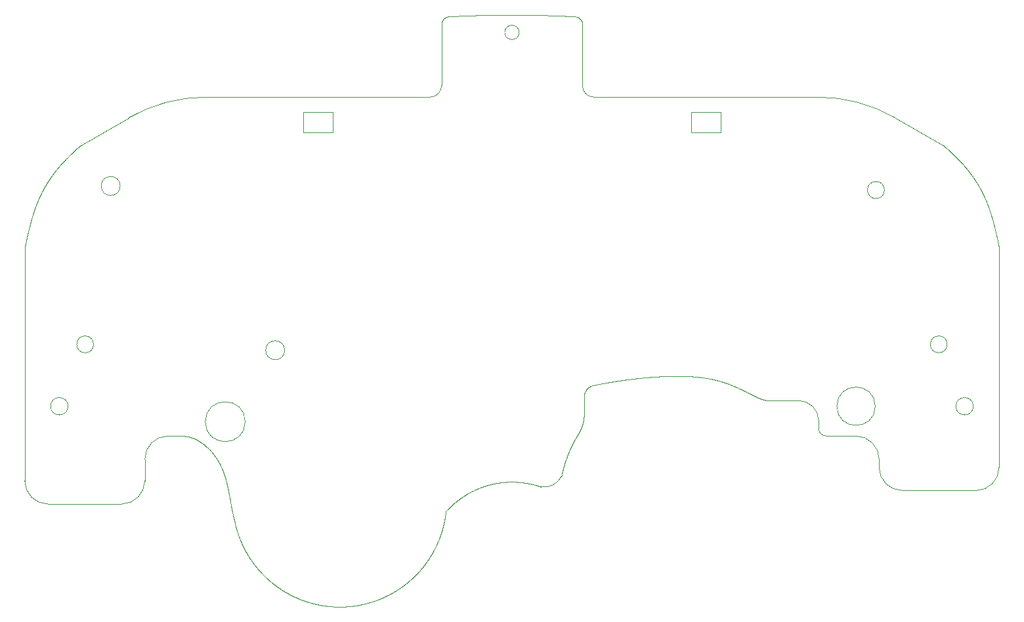
<source format=gbr>
%TF.GenerationSoftware,KiCad,Pcbnew,9.0.3*%
%TF.CreationDate,2025-07-21T12:19:27-07:00*%
%TF.ProjectId,UGC_Main_R5,5547435f-4d61-4696-9e5f-52352e6b6963,rev?*%
%TF.SameCoordinates,Original*%
%TF.FileFunction,Profile,NP*%
%FSLAX46Y46*%
G04 Gerber Fmt 4.6, Leading zero omitted, Abs format (unit mm)*
G04 Created by KiCad (PCBNEW 9.0.3) date 2025-07-21 12:19:27*
%MOMM*%
%LPD*%
G01*
G04 APERTURE LIST*
%ADD10C,0.100000*%
%TA.AperFunction,Profile*%
%ADD11C,0.100000*%
%TD*%
G04 APERTURE END LIST*
D10*
X84052040Y-22508545D02*
X84009709Y-22510960D01*
X83967433Y-22513393D01*
X83925488Y-22515826D01*
X83883596Y-22518277D01*
X83842024Y-22520729D01*
X83800504Y-22523198D01*
X83759291Y-22525669D01*
X83718129Y-22528157D01*
X83677264Y-22530647D01*
X83636446Y-22533154D01*
X83595917Y-22535664D01*
X83555433Y-22538191D01*
X83515227Y-22540721D01*
X83475066Y-22543268D01*
X83403146Y-22547880D01*
X101517225Y-70391646D02*
X101508132Y-70397751D01*
X101499084Y-70403923D01*
X101490081Y-70410160D01*
X101481124Y-70416463D01*
X101472214Y-70422832D01*
X101463349Y-70429265D01*
X101454533Y-70435763D01*
X101445763Y-70442325D01*
X101437042Y-70448951D01*
X101428369Y-70455641D01*
X101419746Y-70462393D01*
X101411171Y-70469209D01*
X101402647Y-70476087D01*
X101394173Y-70483028D01*
X101385750Y-70490030D01*
X101377378Y-70497093D01*
X101369058Y-70504218D01*
X101360790Y-70511403D01*
X101352574Y-70518648D01*
X101344412Y-70525954D01*
X101336303Y-70533319D01*
X101328248Y-70540742D01*
X101320247Y-70548225D01*
X101312302Y-70555766D01*
X101304411Y-70563365D01*
X101296576Y-70571021D01*
X101288797Y-70578734D01*
X101284929Y-70582612D01*
X101281075Y-70586504D01*
X101277235Y-70590410D01*
X101273409Y-70594330D01*
X101269598Y-70598264D01*
X101265801Y-70602212D01*
X101262018Y-70606174D01*
X101258250Y-70610150D01*
X101254497Y-70614139D01*
X101250758Y-70618142D01*
X101247034Y-70622159D01*
X101243324Y-70626189D01*
X101239629Y-70630233D01*
X101235949Y-70634290D01*
X101232284Y-70638361D01*
X101228633Y-70642445D01*
X101224998Y-70646542D01*
X101221378Y-70650653D01*
X101217772Y-70654776D01*
X101214182Y-70658913D01*
X101210607Y-70663063D01*
X101207047Y-70667227D01*
X101203502Y-70671402D01*
X101199972Y-70675592D01*
X101196458Y-70679793D01*
X101192959Y-70684008D01*
X101189476Y-70688235D01*
X101186008Y-70692475D01*
X101182555Y-70696728D01*
X101179118Y-70700993D01*
X101175697Y-70705271D01*
X101172291Y-70709562D01*
X101168902Y-70713864D01*
X101165527Y-70718179D01*
X101162169Y-70722507D01*
X101158826Y-70726846D01*
X101155499Y-70731198D01*
X101152188Y-70735562D01*
X101148893Y-70739938D01*
X101145614Y-70744326D01*
X101142351Y-70748726D01*
X101139104Y-70753138D01*
X101135874Y-70757561D01*
X101132659Y-70761997D01*
X101129461Y-70766444D01*
X101126279Y-70770904D01*
X101123113Y-70775374D01*
X101119963Y-70779856D01*
X101116830Y-70784349D01*
X101113713Y-70788855D01*
X101110613Y-70793371D01*
X101107529Y-70797899D01*
X101105544Y-70800833D01*
D11*
X154388667Y-80766480D02*
G75*
G02*
X151388667Y-83766467I-2999967J-20D01*
G01*
X141907950Y-83766480D02*
G75*
G02*
X138907920Y-80766480I-50J2999980D01*
G01*
X97935506Y-81928091D02*
G75*
G02*
X95318195Y-83299220I-2250706J1112691D01*
G01*
D10*
X82542467Y-23166150D02*
X82545899Y-23157892D01*
X82549405Y-23149666D01*
X82552984Y-23141471D01*
X82556636Y-23133308D01*
X82560361Y-23125179D01*
X82564159Y-23117083D01*
X82568029Y-23109021D01*
X82571971Y-23100994D01*
X82575984Y-23093002D01*
X82580069Y-23085047D01*
X82584225Y-23077128D01*
X82588452Y-23069246D01*
X82592749Y-23061403D01*
X82597117Y-23053598D01*
X82601554Y-23045833D01*
X82606060Y-23038107D01*
X82610635Y-23030422D01*
X82615279Y-23022778D01*
X82619991Y-23015175D01*
X82624771Y-23007615D01*
X82629618Y-23000098D01*
X82634533Y-22992625D01*
X82637015Y-22988905D01*
X82639514Y-22985196D01*
X82642030Y-22981498D01*
X82644562Y-22977811D01*
X82647110Y-22974136D01*
X82649675Y-22970472D01*
X82652256Y-22966820D01*
X82654854Y-22963179D01*
X82657468Y-22959550D01*
X82660098Y-22955932D01*
X82662744Y-22952327D01*
X82665407Y-22948733D01*
X82668085Y-22945151D01*
X82670779Y-22941581D01*
X82673490Y-22938023D01*
X82676216Y-22934478D01*
X82678958Y-22930944D01*
X82681716Y-22927423D01*
X82684489Y-22923915D01*
X82687279Y-22920418D01*
X82690083Y-22916935D01*
X82692904Y-22913463D01*
X82695740Y-22910005D01*
X82698591Y-22906559D01*
X82701458Y-22903126D01*
X82704340Y-22899705D01*
X82707237Y-22896298D01*
X82710150Y-22892904D01*
X82713078Y-22889522D01*
X82716021Y-22886154D01*
X82718979Y-22882799D01*
X82721952Y-22879457D01*
X82724939Y-22876129D01*
X82727942Y-22872814D01*
X82730959Y-22869512D01*
X82733992Y-22866224D01*
X82737039Y-22862950D01*
X82740101Y-22859689D01*
X82743176Y-22856442D01*
X82746267Y-22853208D01*
X82749372Y-22849989D01*
X82752492Y-22846783D01*
X82755865Y-22843349D01*
X83052338Y-22636097D02*
X83060489Y-22632420D01*
X83068673Y-22628816D01*
X83076889Y-22625285D01*
X83085136Y-22621828D01*
X83093414Y-22618445D01*
X83101722Y-22615136D01*
X83110059Y-22611902D01*
X83118425Y-22608742D01*
X83126819Y-22605657D01*
X83135241Y-22602647D01*
X83143689Y-22599712D01*
X83152163Y-22596853D01*
X83160662Y-22594070D01*
X83169186Y-22591363D01*
X83177734Y-22588732D01*
X83186306Y-22586178D01*
X83194900Y-22583701D01*
X83203516Y-22581300D01*
X83212153Y-22578977D01*
X83220811Y-22576731D01*
X83229488Y-22574562D01*
X83233834Y-22573507D01*
X83238185Y-22572471D01*
X83242540Y-22571455D01*
X83246900Y-22570458D01*
X83251264Y-22569481D01*
X83255633Y-22568523D01*
X83260006Y-22567585D01*
X83264383Y-22566667D01*
X83268764Y-22565768D01*
X83273149Y-22564888D01*
X83277538Y-22564028D01*
X83281931Y-22563188D01*
X83286328Y-22562367D01*
X83290728Y-22561567D01*
X83295132Y-22560785D01*
X83299539Y-22560024D01*
X83303950Y-22559282D01*
X83308364Y-22558560D01*
X83312781Y-22557858D01*
X83317201Y-22557175D01*
X83321624Y-22556512D01*
X83326051Y-22555869D01*
X83330479Y-22555246D01*
X83334911Y-22554643D01*
X83339346Y-22554059D01*
X83343783Y-22553495D01*
X83348222Y-22552952D01*
X83352664Y-22552428D01*
X83357108Y-22551924D01*
X83361555Y-22551439D01*
X83366004Y-22550975D01*
X83370455Y-22550530D01*
X83374907Y-22550106D01*
X83379362Y-22549701D01*
X83383818Y-22549317D01*
X83388276Y-22548952D01*
X83392736Y-22548607D01*
X83397197Y-22548282D01*
X83403146Y-22547880D01*
D11*
X92475457Y-24589125D02*
G75*
G02*
X90625457Y-24589125I-925000J0D01*
G01*
X90625457Y-24589125D02*
G75*
G02*
X92475457Y-24589125I925000J0D01*
G01*
D10*
X91550457Y-22339125D02*
X91630088Y-22339135D01*
X91709750Y-22339166D01*
X91787295Y-22339216D01*
X91864867Y-22339287D01*
X91940529Y-22339376D01*
X92016213Y-22339485D01*
X92090162Y-22339613D01*
X92164128Y-22339761D01*
X92236505Y-22339926D01*
X92308898Y-22340111D01*
X92379826Y-22340313D01*
X92450767Y-22340535D01*
X92520352Y-22340773D01*
X92589947Y-22341032D01*
X92658282Y-22341306D01*
X92726624Y-22341601D01*
X92793789Y-22341910D01*
X92860959Y-22342240D01*
X92927025Y-22342585D01*
X92993096Y-22342950D01*
X93058128Y-22343330D01*
X93123163Y-22343729D01*
X93187217Y-22344143D01*
X93251273Y-22344578D01*
X93314401Y-22345026D01*
X93377529Y-22345494D01*
X93439777Y-22345976D01*
X93502024Y-22346479D01*
X93563435Y-22346994D01*
X93624843Y-22347530D01*
X93685455Y-22348079D01*
X93746062Y-22348649D01*
X93805909Y-22349231D01*
X93865751Y-22349833D01*
X93924866Y-22350449D01*
X93983975Y-22351084D01*
X94042387Y-22351732D01*
X94100792Y-22352400D01*
X94158529Y-22353081D01*
X94216258Y-22353782D01*
X94273344Y-22354495D01*
X94330422Y-22355228D01*
X94386882Y-22355974D01*
X94443332Y-22356739D01*
X94499187Y-22357517D01*
X94555031Y-22358314D01*
X94610301Y-22359124D01*
X94665560Y-22359953D01*
X94720264Y-22360795D01*
X94774957Y-22361656D01*
X94829113Y-22362529D01*
X94883256Y-22363422D01*
X94936881Y-22364326D01*
X94990492Y-22365251D01*
X95043601Y-22366187D01*
X95096696Y-22367143D01*
X95149304Y-22368110D01*
X95201897Y-22369097D01*
X95262168Y-22370253D01*
D11*
X100633317Y-31447189D02*
X100633317Y-23545801D01*
X131008470Y-32947189D02*
X102133317Y-32947189D01*
D10*
X150765133Y-42922377D02*
X150787353Y-42952455D01*
X150809469Y-42982526D01*
X150831480Y-43012589D01*
X150853387Y-43042646D01*
X150875191Y-43072697D01*
X150896892Y-43102741D01*
X150918491Y-43132779D01*
X150939987Y-43162812D01*
X150961381Y-43192840D01*
X150982674Y-43222863D01*
X151003867Y-43252882D01*
X151024959Y-43282897D01*
X151045950Y-43312908D01*
X151066843Y-43342917D01*
X151087636Y-43372922D01*
X151108331Y-43402925D01*
X151128927Y-43432926D01*
X151149426Y-43462926D01*
X151169827Y-43492925D01*
X151190131Y-43522923D01*
X151210340Y-43552922D01*
X151230452Y-43582920D01*
X151250469Y-43612920D01*
X151270391Y-43642921D01*
X151290218Y-43672924D01*
X151309952Y-43702929D01*
X151329591Y-43732937D01*
X151349138Y-43762949D01*
X151368593Y-43792965D01*
X151387955Y-43822985D01*
X151407226Y-43853011D01*
X151426406Y-43883043D01*
X151445496Y-43913081D01*
X151464495Y-43943126D01*
X151483406Y-43973179D01*
X151502227Y-44003241D01*
X151520960Y-44033312D01*
X151539605Y-44063392D01*
X151558163Y-44093484D01*
X151576635Y-44123587D01*
X151595020Y-44153702D01*
X151613320Y-44183830D01*
X151631535Y-44213971D01*
X151649666Y-44244128D01*
X151667713Y-44274300D01*
X151685677Y-44304488D01*
X151703559Y-44334694D01*
X151721359Y-44364918D01*
X151739077Y-44395161D01*
X151756716Y-44425425D01*
X151774274Y-44455710D01*
X151791754Y-44486018D01*
X151809155Y-44516349D01*
X151826478Y-44546705D01*
X151843724Y-44577087D01*
X151860895Y-44607496D01*
X151877990Y-44637934D01*
X151895010Y-44668401D01*
X151911956Y-44698900D01*
X151928830Y-44729431D01*
X151945631Y-44759997D01*
X151962361Y-44790598D01*
X151979021Y-44821237D01*
X151995611Y-44851914D01*
X152012133Y-44882633D01*
X152028587Y-44913394D01*
X152044974Y-44944199D01*
X152061296Y-44975050D01*
X152077554Y-45005950D01*
X152093748Y-45036901D01*
X152109880Y-45067904D01*
X152125951Y-45098963D01*
X152141962Y-45130079D01*
X152157914Y-45161255D01*
X152173809Y-45192494D01*
X152189648Y-45223798D01*
X152205433Y-45255171D01*
X152221164Y-45286615D01*
X152236844Y-45318135D01*
X152252474Y-45349732D01*
X152268056Y-45381412D01*
X152283591Y-45413177D01*
X152299082Y-45445032D01*
X152314530Y-45476980D01*
X152329937Y-45509027D01*
X152345305Y-45541178D01*
X152360637Y-45573436D01*
X152375935Y-45605808D01*
X152391202Y-45638299D01*
X152406440Y-45670916D01*
X152421651Y-45703665D01*
X152436840Y-45736553D01*
X152452008Y-45769587D01*
X152467160Y-45802775D01*
X152482300Y-45836127D01*
X152497430Y-45869651D01*
X152512556Y-45903358D01*
X152527681Y-45937258D01*
X152542811Y-45971363D01*
X152557952Y-46005687D01*
X152571617Y-46036835D01*
X101105544Y-70800833D02*
X101099449Y-70809934D01*
X101093421Y-70819079D01*
X101087460Y-70828268D01*
X101081567Y-70837500D01*
X101075740Y-70846776D01*
X101069982Y-70856093D01*
X101064292Y-70865452D01*
X101058670Y-70874853D01*
X101053117Y-70884295D01*
X101047633Y-70893777D01*
X101042218Y-70903298D01*
X101036873Y-70912860D01*
X101031598Y-70922460D01*
X101026393Y-70932098D01*
X101021259Y-70941774D01*
X101016195Y-70951488D01*
X101011203Y-70961238D01*
X101006281Y-70971025D01*
X101001432Y-70980847D01*
X100996654Y-70990704D01*
X100994292Y-70995646D01*
X100991948Y-71000597D01*
X100989622Y-71005556D01*
X100987314Y-71010523D01*
X100985025Y-71015499D01*
X100982754Y-71020483D01*
X100980500Y-71025476D01*
X100978266Y-71030476D01*
X100976049Y-71035485D01*
X100973851Y-71040502D01*
X100971671Y-71045527D01*
X100969509Y-71050560D01*
X100967366Y-71055600D01*
X100965241Y-71060649D01*
X100963134Y-71065705D01*
X100961046Y-71070769D01*
X100958977Y-71075840D01*
X100956926Y-71080920D01*
X100954894Y-71086006D01*
X100952880Y-71091100D01*
X100950885Y-71096201D01*
X100948908Y-71101310D01*
X100946951Y-71106425D01*
X100945011Y-71111548D01*
X100943091Y-71116678D01*
X100941189Y-71121815D01*
X100939306Y-71126959D01*
X100937442Y-71132109D01*
X100935597Y-71137267D01*
X100933770Y-71142431D01*
X100931963Y-71147602D01*
X100930174Y-71152779D01*
X100928404Y-71157963D01*
X100926653Y-71163153D01*
X100924921Y-71168350D01*
X100923208Y-71173553D01*
X100921515Y-71178762D01*
X100919840Y-71183978D01*
X100918184Y-71189199D01*
X100916547Y-71194427D01*
X100914448Y-71201231D01*
X54246544Y-81150619D02*
X54230841Y-81116527D01*
X54215423Y-81083103D01*
X54200529Y-81050861D01*
X54185902Y-81019247D01*
X54171761Y-80988731D01*
X54157872Y-80958805D01*
X54144434Y-80929899D01*
X54131233Y-80901548D01*
X54118450Y-80874146D01*
X54105890Y-80847267D01*
X54093719Y-80821269D01*
X54081757Y-80795764D01*
X54070158Y-80771079D01*
X54058754Y-80746859D01*
X54047688Y-80723402D01*
X54036807Y-80700383D01*
X54026238Y-80678073D01*
X54015843Y-80656176D01*
X54005740Y-80634940D01*
X53995800Y-80614093D01*
X53986130Y-80593860D01*
X53976614Y-80573996D01*
X53967349Y-80554701D01*
X53958229Y-80535755D01*
X53949341Y-80517337D01*
X53940591Y-80499248D01*
X53932055Y-80481650D01*
X53923648Y-80464363D01*
X53915439Y-80447531D01*
X53907352Y-80430992D01*
X53899448Y-80414874D01*
X53891659Y-80399034D01*
X53884037Y-80383582D01*
X53876524Y-80368392D01*
X53869164Y-80353560D01*
X53861906Y-80338976D01*
X53854789Y-80324720D01*
X53847767Y-80310700D01*
X53840872Y-80296978D01*
X53834067Y-80283480D01*
X53827377Y-80270253D01*
X53820771Y-80257237D01*
X53814268Y-80244467D01*
X53807844Y-80231896D01*
X53801510Y-80219546D01*
X53795250Y-80207383D01*
X53789069Y-80195416D01*
X53782956Y-80183627D01*
X53776910Y-80172008D01*
X53770929Y-80160557D01*
X53765001Y-80149251D01*
X53759134Y-80138104D01*
X53753308Y-80127077D01*
X53747539Y-80116199D01*
X53741797Y-80105417D01*
X53736108Y-80094774D01*
X53724805Y-80073757D01*
X53713594Y-80053076D01*
X53702434Y-80032654D01*
X53691280Y-80012409D01*
X53680085Y-79992250D01*
X53668791Y-79972078D01*
X53657335Y-79951775D01*
X53645637Y-79931203D01*
X53633600Y-79910192D01*
X53621095Y-79888522D01*
X53607949Y-79865897D01*
X53603820Y-79858821D01*
X50642011Y-77077852D02*
X50617598Y-77069018D01*
X50593578Y-77060350D01*
X50571742Y-77052492D01*
X50550225Y-77044771D01*
X50530346Y-77037659D01*
X50510733Y-77030665D01*
X50492408Y-77024152D01*
X50474311Y-77017742D01*
X50457259Y-77011724D01*
X50440406Y-77005798D01*
X50424423Y-77000200D01*
X50408614Y-76994684D01*
X50393541Y-76989447D01*
X50378623Y-76984285D01*
X50364338Y-76979364D01*
X50350191Y-76974512D01*
X50336593Y-76969869D01*
X50323119Y-76965291D01*
X50310127Y-76960897D01*
X50297246Y-76956563D01*
X50284791Y-76952394D01*
X50272436Y-76948279D01*
X50260460Y-76944312D01*
X50248575Y-76940396D01*
X50237028Y-76936613D01*
X50225564Y-76932879D01*
X50214403Y-76929264D01*
X50203317Y-76925695D01*
X50192504Y-76922235D01*
X50181759Y-76918818D01*
X50171260Y-76915501D01*
X50160824Y-76912224D01*
X50150610Y-76909039D01*
X50140453Y-76905892D01*
X50130497Y-76902829D01*
X50120593Y-76899802D01*
X50110871Y-76896853D01*
X50101196Y-76893938D01*
X50091686Y-76891095D01*
X50082219Y-76888285D01*
X50072901Y-76885541D01*
X50063621Y-76882828D01*
X50054477Y-76880177D01*
X50045367Y-76877556D01*
X50036379Y-76874991D01*
X50027422Y-76872456D01*
X50018575Y-76869973D01*
X50009756Y-76867519D01*
X50001035Y-76865112D01*
X49992338Y-76862734D01*
X49983729Y-76860400D01*
X49975141Y-76858093D01*
X49966631Y-76855827D01*
X49958139Y-76853587D01*
X49949716Y-76851386D01*
X49941308Y-76849209D01*
X49932959Y-76847069D01*
X49924623Y-76844953D01*
X49916338Y-76842870D01*
X49908062Y-76840810D01*
X49899829Y-76838782D01*
X49891604Y-76836776D01*
X49883412Y-76834799D01*
X49875226Y-76832843D01*
X49867066Y-76830915D01*
X49858909Y-76829008D01*
X49850770Y-76827126D01*
X49842632Y-76825264D01*
X49834505Y-76823426D01*
X49826375Y-76821607D01*
X49818250Y-76819810D01*
X49810120Y-76818033D01*
X49801986Y-76816275D01*
X49793845Y-76814536D01*
X49777533Y-76811113D01*
X49761162Y-76807759D01*
X49744715Y-76804471D01*
X49728169Y-76801246D01*
X49711506Y-76798079D01*
X49694704Y-76794967D01*
X49677741Y-76791906D01*
X49660596Y-76788895D01*
X49643245Y-76785928D01*
X49625664Y-76783003D01*
X49607828Y-76780117D01*
X49589710Y-76777266D01*
X49571283Y-76774448D01*
X49552515Y-76771658D01*
X49533377Y-76768894D01*
X49513832Y-76766153D01*
X49493845Y-76763430D01*
X49473376Y-76760722D01*
X49452382Y-76758026D01*
X49430815Y-76755336D01*
X49408624Y-76752650D01*
X49385752Y-76749961D01*
X49362137Y-76747266D01*
X49337706Y-76744558D01*
X49312382Y-76741831D01*
X49286075Y-76739079D01*
X49258683Y-76736293D01*
X49230089Y-76733466D01*
X49200156Y-76730586D01*
X49168726Y-76727642D01*
X49135609Y-76724621D01*
X49100576Y-76721504D01*
X49093948Y-76720923D01*
X55766186Y-87723620D02*
X55769489Y-87739775D01*
X55772820Y-87755962D01*
X55776162Y-87772106D01*
X55779531Y-87788281D01*
X55782912Y-87804414D01*
X55786319Y-87820579D01*
X55789739Y-87836703D01*
X55793186Y-87852858D01*
X55796645Y-87868974D01*
X55800132Y-87885120D01*
X55803630Y-87901228D01*
X55807156Y-87917366D01*
X55810694Y-87933467D01*
X55814259Y-87949597D01*
X55817837Y-87965692D01*
X55821441Y-87981816D01*
X55825059Y-87997905D01*
X55828704Y-88014024D01*
X55832361Y-88030108D01*
X55836046Y-88046221D01*
X55839744Y-88062301D01*
X55843469Y-88078410D01*
X55847207Y-88094486D01*
X55850973Y-88110591D01*
X55857385Y-88137817D01*
D11*
X31712247Y-85516480D02*
X41192964Y-85516480D01*
D10*
X99971105Y-76665947D02*
X99980399Y-76650691D01*
X99989711Y-76635445D01*
X99999038Y-76620212D01*
X100008382Y-76604989D01*
X100017741Y-76589779D01*
X100027118Y-76574580D01*
X100036510Y-76559394D01*
X100045919Y-76544218D01*
X100055344Y-76529055D01*
X100064785Y-76513903D01*
X100074242Y-76498764D01*
X100083716Y-76483636D01*
X100084698Y-76482070D01*
X91813643Y-82655999D02*
X91783559Y-82655339D01*
X91753474Y-82654759D01*
X91723390Y-82654259D01*
X91693305Y-82653839D01*
X91663221Y-82653499D01*
X91633137Y-82653239D01*
X91603055Y-82653059D01*
X91572973Y-82652959D01*
X91553420Y-82652937D01*
D11*
X147186367Y-39181685D02*
X140983664Y-35612383D01*
X80967597Y-32947189D02*
X52092444Y-32947189D01*
D10*
X56659274Y-90522652D02*
X56672750Y-90553072D01*
X56686299Y-90583460D01*
X56699922Y-90613815D01*
X56713617Y-90644137D01*
X56727385Y-90674426D01*
X56741226Y-90704683D01*
X56755140Y-90734906D01*
X56769127Y-90765096D01*
X56783187Y-90795253D01*
X56797319Y-90825377D01*
X56811524Y-90855466D01*
X56825801Y-90885522D01*
X56840151Y-90915544D01*
X56854573Y-90945533D01*
X56869067Y-90975486D01*
X56883634Y-91005406D01*
X56898273Y-91035291D01*
X56912984Y-91065142D01*
X56927767Y-91094958D01*
X56942622Y-91124739D01*
X56957550Y-91154485D01*
X56972549Y-91184196D01*
X56987620Y-91213872D01*
X57002762Y-91243512D01*
X57017977Y-91273117D01*
X57033263Y-91302687D01*
X57048620Y-91332220D01*
X57064049Y-91361718D01*
X57079550Y-91391180D01*
X57095122Y-91420605D01*
X57110765Y-91449994D01*
X57126480Y-91479347D01*
X57142265Y-91508663D01*
X57158122Y-91537943D01*
X57174050Y-91567186D01*
X57190049Y-91596392D01*
X57190279Y-91596811D01*
D11*
X82467597Y-31447189D02*
G75*
G02*
X80967597Y-32947197I-1499997J-11D01*
G01*
X64650457Y-37484400D02*
X64650457Y-34884400D01*
X124707899Y-72150615D02*
X128530983Y-72150615D01*
D10*
X87417783Y-83416617D02*
X87389760Y-83427520D01*
X87361767Y-83438498D01*
X87333802Y-83449550D01*
X87305867Y-83460676D01*
X87277962Y-83471877D01*
X87250087Y-83483151D01*
X87222242Y-83494500D01*
X87194427Y-83505923D01*
X87166643Y-83517420D01*
X87138890Y-83528991D01*
X87111167Y-83540635D01*
X87083475Y-83552354D01*
X87055815Y-83564146D01*
X87028186Y-83576011D01*
X87000589Y-83587950D01*
X86973023Y-83599962D01*
X86945490Y-83612048D01*
X86917988Y-83624207D01*
X86890520Y-83636439D01*
X86863083Y-83648744D01*
X86835680Y-83661122D01*
X86808309Y-83673573D01*
X86780972Y-83686096D01*
X86753668Y-83698693D01*
X86726398Y-83711362D01*
X86699161Y-83724103D01*
X86671958Y-83736917D01*
X86644790Y-83749803D01*
X86617655Y-83762762D01*
X86590556Y-83775793D01*
X86563491Y-83788895D01*
X86536461Y-83802070D01*
X86509465Y-83815317D01*
X86482506Y-83828635D01*
X86455581Y-83842026D01*
X86428693Y-83855487D01*
X86401840Y-83869021D01*
X86375023Y-83882625D01*
X86348242Y-83896301D01*
X86321498Y-83910049D01*
X86294791Y-83923867D01*
X86268120Y-83937757D01*
X86241486Y-83951717D01*
X86214889Y-83965748D01*
X86188330Y-83979850D01*
X86161809Y-83994023D01*
X86135325Y-84008266D01*
X86108879Y-84022579D01*
X86082471Y-84036963D01*
X86056101Y-84051417D01*
X86029770Y-84065941D01*
X86003477Y-84080536D01*
X85977224Y-84095200D01*
X85951009Y-84109934D01*
X85924834Y-84124738D01*
X85898698Y-84139611D01*
X85872602Y-84154554D01*
X85846546Y-84169566D01*
X85820529Y-84184647D01*
X85794553Y-84199798D01*
X85768617Y-84215018D01*
X85742722Y-84230306D01*
X85716867Y-84245664D01*
X85691054Y-84261090D01*
X85665281Y-84276585D01*
X85639550Y-84292149D01*
X85613860Y-84307780D01*
X85588212Y-84323481D01*
X85575403Y-84331356D01*
X85562605Y-84339249D01*
X85549818Y-84347159D01*
X85537041Y-84355085D01*
X85524275Y-84363029D01*
X85511519Y-84370990D01*
X85498774Y-84378967D01*
X85486039Y-84386962D01*
X85473316Y-84394973D01*
X85460602Y-84403002D01*
X85447900Y-84411047D01*
X85435208Y-84419109D01*
X85422527Y-84427188D01*
X85409856Y-84435284D01*
X85397197Y-84443397D01*
X85384548Y-84451527D01*
X85371910Y-84459673D01*
X85359283Y-84467837D01*
X85346667Y-84476017D01*
X85334062Y-84484214D01*
X85321467Y-84492427D01*
X85308884Y-84500658D01*
X85296311Y-84508905D01*
X85283750Y-84517168D01*
X85271199Y-84525449D01*
X85258659Y-84533746D01*
X85246131Y-84542060D01*
X85233614Y-84550390D01*
X85221107Y-84558737D01*
X85208612Y-84567101D01*
X85196128Y-84575482D01*
X85183655Y-84583879D01*
X85171194Y-84592292D01*
X85158743Y-84600722D01*
X85146304Y-84609169D01*
X85133876Y-84617632D01*
X85121459Y-84626112D01*
X85109054Y-84634608D01*
X85096659Y-84643121D01*
X85084277Y-84651650D01*
X85071905Y-84660196D01*
X85059545Y-84668758D01*
X85047197Y-84677336D01*
X85034859Y-84685932D01*
X85022534Y-84694543D01*
X85010219Y-84703171D01*
X84997916Y-84711815D01*
X84985625Y-84720475D01*
X84973345Y-84729152D01*
X84961077Y-84737845D01*
X84948821Y-84746555D01*
X84936575Y-84755280D01*
X84924342Y-84764022D01*
X84912120Y-84772781D01*
X84899910Y-84781555D01*
X84887712Y-84790346D01*
X84875525Y-84799153D01*
X84863350Y-84807976D01*
X84851187Y-84816815D01*
X84839035Y-84825671D01*
X84826896Y-84834543D01*
X84814768Y-84843431D01*
X84802652Y-84852334D01*
X84790548Y-84861255D01*
X84778456Y-84870191D01*
X84766375Y-84879143D01*
X84754307Y-84888111D01*
X84742250Y-84897095D01*
X84730206Y-84906096D01*
X84718173Y-84915112D01*
X84706153Y-84924144D01*
X84694144Y-84933193D01*
X84682148Y-84942257D01*
X84670163Y-84951337D01*
X84658191Y-84960433D01*
X84646231Y-84969545D01*
X84634283Y-84978673D01*
X84622347Y-84987817D01*
X84610424Y-84996977D01*
X84598512Y-85006153D01*
X84586613Y-85015344D01*
X84574726Y-85024551D01*
X84562851Y-85033774D01*
X84550989Y-85043013D01*
X84539139Y-85052267D01*
X84527301Y-85061538D01*
X84515475Y-85070824D01*
X84503662Y-85080126D01*
X84491862Y-85089443D01*
X84480073Y-85098776D01*
X84468297Y-85108125D01*
X84456534Y-85117490D01*
X84444783Y-85126870D01*
X84433044Y-85136266D01*
X84421319Y-85145677D01*
X84409605Y-85155104D01*
X84397904Y-85164546D01*
X84386216Y-85174004D01*
X84374540Y-85183478D01*
X84362877Y-85192967D01*
X84351227Y-85202472D01*
X84339589Y-85211992D01*
X84327964Y-85221527D01*
X84316351Y-85231079D01*
X84304752Y-85240645D01*
X84293164Y-85250227D01*
X84281590Y-85259824D01*
X84270029Y-85269437D01*
X84258480Y-85279065D01*
X84246944Y-85288709D01*
X84235421Y-85298367D01*
X84223911Y-85308042D01*
X84212414Y-85317731D01*
X84200929Y-85327436D01*
X84189458Y-85337155D01*
X84177999Y-85346891D01*
X84166554Y-85356641D01*
X84155121Y-85366407D01*
X84143702Y-85376188D01*
X84132295Y-85385984D01*
X84120902Y-85395795D01*
X84109521Y-85405622D01*
X84098154Y-85415463D01*
X84086799Y-85425320D01*
X84075458Y-85435192D01*
X84064130Y-85445079D01*
X84052815Y-85454980D01*
X84041513Y-85464898D01*
X84030225Y-85474829D01*
X84018949Y-85484777D01*
X84007687Y-85494739D01*
X83996438Y-85504716D01*
X83985203Y-85514708D01*
X83973980Y-85524715D01*
X83962771Y-85534736D01*
X83951575Y-85544774D01*
X83940393Y-85554825D01*
X83929224Y-85564892D01*
X83918069Y-85574973D01*
X83906926Y-85585070D01*
X83895798Y-85595180D01*
X83884682Y-85605307D01*
X83879779Y-85609782D01*
X55260910Y-85395036D02*
X55194155Y-85018850D01*
X55165934Y-84859931D01*
X55140720Y-84718061D01*
X55121590Y-84610538D01*
X55104167Y-84512745D01*
X55090706Y-84437304D01*
X55078199Y-84367339D01*
X55067709Y-84308769D01*
X55057811Y-84253627D01*
X55049053Y-84204949D01*
X55040671Y-84158474D01*
X55032914Y-84115582D01*
X55025384Y-84074052D01*
X55018108Y-84034039D01*
X55010938Y-83994720D01*
X55002663Y-83949471D01*
D11*
X131008470Y-32947189D02*
G75*
G02*
X140983672Y-35612369I30J-20000011D01*
G01*
D10*
X91553420Y-82652937D02*
X91523337Y-82652842D01*
X91493254Y-82652828D01*
X91463172Y-82652893D01*
X91433090Y-82653038D01*
X91403010Y-82653264D01*
X91372930Y-82653569D01*
X91342852Y-82653954D01*
X91312775Y-82654420D01*
X91282699Y-82654965D01*
X91252626Y-82655590D01*
X91222555Y-82656295D01*
X91192486Y-82657080D01*
X91162419Y-82657945D01*
X91132355Y-82658891D01*
X91102294Y-82659916D01*
X91072236Y-82661020D01*
X91042182Y-82662205D01*
X91012131Y-82663470D01*
X90982084Y-82664815D01*
X90952040Y-82666239D01*
X90922001Y-82667744D01*
X90891966Y-82669328D01*
X90861936Y-82670992D01*
X90831910Y-82672736D01*
X90801889Y-82674560D01*
X90771874Y-82676464D01*
X90741864Y-82678447D01*
X90711859Y-82680511D01*
X90681861Y-82682654D01*
X90651868Y-82684877D01*
X90621881Y-82687179D01*
X90591901Y-82689562D01*
X90561928Y-82692024D01*
X90531961Y-82694566D01*
X90502002Y-82697187D01*
X90472049Y-82699888D01*
X90442104Y-82702669D01*
X90412167Y-82705530D01*
X90382237Y-82708470D01*
X90352316Y-82711489D01*
X90322403Y-82714588D01*
X90292498Y-82717767D01*
X90262603Y-82721025D01*
X90232716Y-82724363D01*
X90202838Y-82727780D01*
X90172969Y-82731277D01*
X90143110Y-82734853D01*
X90113261Y-82738509D01*
X90083422Y-82742244D01*
X90053592Y-82746058D01*
X90023774Y-82749952D01*
X89993965Y-82753924D01*
X89964168Y-82757977D01*
X89934382Y-82762108D01*
X89904606Y-82766319D01*
X89874842Y-82770608D01*
X89845090Y-82774977D01*
X89815350Y-82779425D01*
X89785621Y-82783952D01*
X89755905Y-82788559D01*
X89726202Y-82793244D01*
X89696511Y-82798008D01*
X89666832Y-82802851D01*
X89637167Y-82807773D01*
X89607515Y-82812774D01*
X89592695Y-82815304D01*
X89577877Y-82817854D01*
X89563063Y-82820424D01*
X89548252Y-82823013D01*
X89533445Y-82825622D01*
X89518642Y-82828250D01*
X89503842Y-82830898D01*
X89489045Y-82833566D01*
X89474252Y-82836254D01*
X89459463Y-82838961D01*
X89444677Y-82841688D01*
X89429895Y-82844435D01*
X89415117Y-82847201D01*
X89400342Y-82849987D01*
X89385571Y-82852793D01*
X89370804Y-82855618D01*
X89356041Y-82858463D01*
X89341281Y-82861327D01*
X89326525Y-82864211D01*
X89311773Y-82867115D01*
X89297025Y-82870038D01*
X89282281Y-82872981D01*
X89267541Y-82875944D01*
X89252805Y-82878926D01*
X89238073Y-82881928D01*
X89223345Y-82884949D01*
X89208621Y-82887990D01*
X89193900Y-82891051D01*
X89179185Y-82894131D01*
X89164473Y-82897231D01*
X89149765Y-82900350D01*
X89135062Y-82903489D01*
X89120362Y-82906647D01*
X89105667Y-82909825D01*
X89090976Y-82913022D01*
X89076290Y-82916239D01*
X89061608Y-82919476D01*
X89046930Y-82922732D01*
X89032256Y-82926008D01*
X89017587Y-82929303D01*
X89002922Y-82932617D01*
X88988262Y-82935951D01*
X88973606Y-82939305D01*
X88958954Y-82942678D01*
X88944308Y-82946071D01*
X88929665Y-82949483D01*
X88915027Y-82952914D01*
X88900394Y-82956365D01*
X88885766Y-82959836D01*
X88871141Y-82963326D01*
X88856522Y-82966835D01*
X88841907Y-82970364D01*
X88827298Y-82973912D01*
X88812692Y-82977480D01*
X88798092Y-82981067D01*
X88783496Y-82984674D01*
X88768905Y-82988299D01*
X88754319Y-82991945D01*
X88739738Y-82995610D01*
X88725162Y-82999294D01*
X88710591Y-83002997D01*
X88696024Y-83006720D01*
X88681463Y-83010463D01*
X88666906Y-83014224D01*
X88652355Y-83018005D01*
X88637808Y-83021806D01*
X88623267Y-83025625D01*
X88608731Y-83029465D01*
X88594200Y-83033323D01*
X88579674Y-83037201D01*
X88565153Y-83041098D01*
X88550637Y-83045014D01*
X88536127Y-83048950D01*
X88521622Y-83052905D01*
X88507122Y-83056879D01*
X88492627Y-83060873D01*
X88478138Y-83064886D01*
X88463654Y-83068918D01*
X88449175Y-83072969D01*
X88434702Y-83077040D01*
X88420234Y-83081130D01*
X88405772Y-83085239D01*
X88391315Y-83089367D01*
X88376864Y-83093515D01*
X88362418Y-83097682D01*
X88347977Y-83101868D01*
X88333543Y-83106073D01*
X88319113Y-83110298D01*
X88304690Y-83114541D01*
X88290272Y-83118804D01*
X88275860Y-83123086D01*
X88261453Y-83127388D01*
X88247053Y-83131708D01*
X88232657Y-83136048D01*
X88218268Y-83140406D01*
X88203884Y-83144784D01*
X88189507Y-83149181D01*
X88175135Y-83153597D01*
X88160769Y-83158033D01*
X88146408Y-83162487D01*
X88132054Y-83166960D01*
X88117706Y-83171453D01*
X88103364Y-83175965D01*
X88089027Y-83180496D01*
X88074697Y-83185045D01*
X88060372Y-83189614D01*
X88046055Y-83194202D01*
X88031742Y-83198809D01*
X88017436Y-83203435D01*
X88003136Y-83208080D01*
X87988843Y-83212745D01*
X87974555Y-83217428D01*
X87960274Y-83222130D01*
X87945998Y-83226851D01*
X87931730Y-83231591D01*
X87917467Y-83236351D01*
X87903211Y-83241129D01*
X87888960Y-83245926D01*
X87874717Y-83250742D01*
X87860479Y-83255577D01*
X87846249Y-83260431D01*
X87832024Y-83265304D01*
X87817806Y-83270196D01*
X87803595Y-83275107D01*
X87789390Y-83280036D01*
X87775191Y-83284985D01*
X87760999Y-83289953D01*
X87746814Y-83294939D01*
X87732635Y-83299944D01*
X87718463Y-83304969D01*
X87704297Y-83310012D01*
X87690138Y-83315074D01*
X87675986Y-83320154D01*
X87661840Y-83325254D01*
X87647702Y-83330372D01*
X87633570Y-83335510D01*
X87619445Y-83340666D01*
X87605326Y-83345841D01*
X87591215Y-83351034D01*
X87577110Y-83356247D01*
X87563012Y-83361478D01*
X87548921Y-83366728D01*
X87534837Y-83371997D01*
X87520760Y-83377285D01*
X87506690Y-83382591D01*
X87492627Y-83387916D01*
X87478571Y-83393260D01*
X87464521Y-83398623D01*
X87450480Y-83404004D01*
X87436444Y-83409404D01*
X87417783Y-83416617D01*
X110466524Y-69046286D02*
X110498078Y-69044453D01*
X110529639Y-69042640D01*
X110561013Y-69040858D01*
X110592394Y-69039096D01*
X110623590Y-69037364D01*
X110654793Y-69035652D01*
X110685815Y-69033970D01*
X110716844Y-69032308D01*
X110747695Y-69030675D01*
X110778551Y-69029062D01*
X110809234Y-69027479D01*
X110839921Y-69025915D01*
X110870438Y-69024380D01*
X110900959Y-69022865D01*
X110931312Y-69021378D01*
X110961669Y-69019912D01*
X110991862Y-69018473D01*
X111022058Y-69017054D01*
X111052092Y-69015663D01*
X111082129Y-69014292D01*
X111112006Y-69012949D01*
X111141887Y-69011625D01*
X111171610Y-69010328D01*
X111201337Y-69009052D01*
X111230908Y-69007802D01*
X111260482Y-69006572D01*
X111289904Y-69005369D01*
X111319328Y-69004185D01*
X111348602Y-69003028D01*
X111377878Y-69001891D01*
X111407005Y-69000779D01*
X111436135Y-68999688D01*
X111465119Y-68998622D01*
X111494104Y-68997576D01*
X111522945Y-68996555D01*
X111551788Y-68995555D01*
X111580489Y-68994579D01*
X111609191Y-68993624D01*
X111637753Y-68992693D01*
X111666316Y-68991783D01*
X111694741Y-68990896D01*
X111723166Y-68990030D01*
X111751456Y-68989188D01*
X111779745Y-68988367D01*
X111807901Y-68987569D01*
X111836056Y-68986791D01*
X111864079Y-68986037D01*
X111892101Y-68985303D01*
X111919993Y-68984593D01*
X111947884Y-68983902D01*
X111975646Y-68983235D01*
X112003408Y-68982588D01*
X112031041Y-68981964D01*
X112058674Y-68981360D01*
X112086181Y-68980779D01*
X112113687Y-68980219D01*
X112141068Y-68979680D01*
X112168448Y-68979162D01*
X112195705Y-68978666D01*
X112222960Y-68978190D01*
X112250094Y-68977737D01*
X112277226Y-68977303D01*
X112304238Y-68976892D01*
X112331248Y-68976501D01*
X112358139Y-68976131D01*
X112385028Y-68975782D01*
X112411800Y-68975454D01*
X112438569Y-68975146D01*
X112465222Y-68974860D01*
X112491872Y-68974593D01*
X112518408Y-68974348D01*
X112544941Y-68974123D01*
X112571361Y-68973919D01*
X112597777Y-68973735D01*
X112624081Y-68973572D01*
X112650382Y-68973429D01*
X112676572Y-68973307D01*
X112702759Y-68973205D01*
X112728835Y-68973123D01*
X112754908Y-68973061D01*
X112780873Y-68973020D01*
X112806834Y-68972999D01*
X112832687Y-68972997D01*
X112858536Y-68973016D01*
X112884278Y-68973055D01*
X112910017Y-68973114D01*
X112935650Y-68973193D01*
X112961279Y-68973292D01*
X112986803Y-68973410D01*
X113012323Y-68973549D01*
X113037740Y-68973707D01*
X113063152Y-68973885D01*
X113088462Y-68974082D01*
X113113767Y-68974300D01*
X113138971Y-68974536D01*
X113164169Y-68974793D01*
X113189268Y-68975068D01*
X113214361Y-68975364D01*
X113239355Y-68975678D01*
X113264344Y-68976013D01*
X113289234Y-68976366D01*
X113314119Y-68976739D01*
X113338907Y-68977131D01*
X113363688Y-68977543D01*
X113388374Y-68977973D01*
X113413053Y-68978423D01*
X113437637Y-68978892D01*
X113462215Y-68979380D01*
X113486698Y-68979887D01*
X113511175Y-68980413D01*
X113535558Y-68980958D01*
X113559935Y-68981522D01*
X113584218Y-68982105D01*
X113608496Y-68982707D01*
X113632681Y-68983327D01*
X113656860Y-68983967D01*
X113680947Y-68984624D01*
X113705027Y-68985302D01*
X113729017Y-68985997D01*
X113753000Y-68986712D01*
X113776893Y-68987444D01*
X113800780Y-68988196D01*
X113824577Y-68988965D01*
X113848367Y-68989754D01*
X113872069Y-68990561D01*
X113895764Y-68991387D01*
X113919371Y-68992230D01*
X113942970Y-68993093D01*
X113966483Y-68993972D01*
X113989989Y-68994872D01*
X114013408Y-68995788D01*
X114036820Y-68996724D01*
X114060146Y-68997677D01*
X114083465Y-68998650D01*
X114106698Y-68999639D01*
X114129925Y-69000647D01*
X114153067Y-69001672D01*
X114176201Y-69002717D01*
X114199251Y-69003778D01*
X114222294Y-69004859D01*
X114245254Y-69005956D01*
X114268206Y-69007073D01*
X114291076Y-69008206D01*
X114313937Y-69009358D01*
X114336717Y-69010527D01*
X114359489Y-69011715D01*
X114382180Y-69012919D01*
X114404863Y-69014143D01*
X114427465Y-69015382D01*
X114450059Y-69016641D01*
X114472573Y-69017915D01*
X114495078Y-69019209D01*
X114517505Y-69020519D01*
X114539923Y-69021848D01*
X114562262Y-69023193D01*
X114584593Y-69024557D01*
X114606845Y-69025937D01*
X114629089Y-69027336D01*
X114651256Y-69028750D01*
X114673414Y-69030184D01*
X114695494Y-69031633D01*
X114717566Y-69033102D01*
X114739562Y-69034585D01*
X114761548Y-69036088D01*
X114783459Y-69037606D01*
X114805361Y-69039143D01*
X114827187Y-69040695D01*
X114849005Y-69042267D01*
X114870747Y-69043853D01*
X114892481Y-69045459D01*
X114914140Y-69047079D01*
X114935790Y-69048719D01*
X114957366Y-69050373D01*
X114978933Y-69052047D01*
X115000427Y-69053735D01*
X115021911Y-69055442D01*
X115043322Y-69057164D01*
X115064724Y-69058905D01*
X115086054Y-69060660D01*
X115107374Y-69062435D01*
X115128623Y-69064223D01*
X115149862Y-69066031D01*
X115171029Y-69067854D01*
X115192187Y-69069695D01*
X115213275Y-69071550D01*
X115234352Y-69073425D01*
X115255359Y-69075313D01*
X115276356Y-69077221D01*
X115297284Y-69079143D01*
X115318201Y-69081083D01*
X115339049Y-69083038D01*
X115359888Y-69085011D01*
X115380657Y-69086998D01*
X115401416Y-69089005D01*
X115422107Y-69091025D01*
X115442788Y-69093064D01*
X115463400Y-69095116D01*
X115484003Y-69097188D01*
X115504537Y-69099272D01*
X115525062Y-69101376D01*
X115545520Y-69103494D01*
X115565967Y-69105630D01*
X115586347Y-69107780D01*
X115606717Y-69109948D01*
X115627021Y-69112130D01*
X115647315Y-69114330D01*
X115667542Y-69116544D01*
X115687759Y-69118777D01*
X115707911Y-69121023D01*
X115728052Y-69123287D01*
X115748128Y-69125565D01*
X115768193Y-69127861D01*
X115788194Y-69130170D01*
X115808184Y-69132499D01*
X115828110Y-69134839D01*
X115848025Y-69137199D01*
X115867876Y-69139572D01*
X115887717Y-69141963D01*
X115907494Y-69144367D01*
X115927260Y-69146789D01*
X115946963Y-69149224D01*
X115966656Y-69151678D01*
X115986286Y-69154145D01*
X116005904Y-69156630D01*
X116025461Y-69159127D01*
X116045006Y-69161644D01*
X116064490Y-69164172D01*
X116083962Y-69166719D01*
X116103373Y-69169279D01*
X116122773Y-69171857D01*
X116142112Y-69174447D01*
X116161440Y-69177056D01*
X116180706Y-69179677D01*
X116199962Y-69182317D01*
X116219157Y-69184969D01*
X116238341Y-69187639D01*
X116257465Y-69190321D01*
X116276578Y-69193022D01*
X116295630Y-69195735D01*
X116314672Y-69198466D01*
X116333654Y-69201209D01*
X116352625Y-69203970D01*
X116371537Y-69206744D01*
X116390437Y-69209535D01*
X116409279Y-69212339D01*
X116428109Y-69215161D01*
X116446881Y-69217994D01*
X116465641Y-69220846D01*
X116484343Y-69223709D01*
X116503034Y-69226591D01*
X116521667Y-69229485D01*
X116540289Y-69232396D01*
X116558853Y-69235319D01*
X116577406Y-69238261D01*
X116595901Y-69241214D01*
X116614386Y-69244185D01*
X116632813Y-69247167D01*
X116651228Y-69250168D01*
X116669587Y-69253180D01*
X116687935Y-69256210D01*
X116706226Y-69259251D01*
X116724506Y-69262311D01*
X116742730Y-69265382D01*
X116760942Y-69268471D01*
X116779098Y-69271570D01*
X116797243Y-69274689D01*
X116815333Y-69277818D01*
X116833411Y-69280965D01*
X116851434Y-69284123D01*
X116869445Y-69287299D01*
X116887401Y-69290486D01*
X116905346Y-69293692D01*
X116923237Y-69296908D01*
X116941115Y-69300142D01*
X116958940Y-69303387D01*
X116976752Y-69306650D01*
X116994511Y-69309923D01*
X117012258Y-69313215D01*
X117029952Y-69316517D01*
X117047634Y-69319837D01*
X117065262Y-69323168D01*
X117082878Y-69326517D01*
X117100442Y-69329876D01*
X117117994Y-69333253D01*
X117135493Y-69336640D01*
X117152980Y-69340046D01*
X117170414Y-69343462D01*
X117187837Y-69346896D01*
X117205208Y-69350340D01*
X117222566Y-69353802D01*
X117239873Y-69357274D01*
X117257168Y-69360764D01*
X117274411Y-69364264D01*
X117291643Y-69367782D01*
X117308822Y-69371311D01*
X117325990Y-69374857D01*
X117343107Y-69378413D01*
X117360212Y-69381987D01*
X117377266Y-69385571D01*
X117394308Y-69389172D01*
X117411299Y-69392784D01*
X117428279Y-69396414D01*
X117445208Y-69400053D01*
X117462125Y-69403710D01*
X117478992Y-69407377D01*
X117495846Y-69411061D01*
X117512651Y-69414756D01*
X117529445Y-69418468D01*
X117546188Y-69422189D01*
X117562919Y-69425929D01*
X117579601Y-69429678D01*
X117596271Y-69433445D01*
X117612892Y-69437221D01*
X117629501Y-69441015D01*
X117652409Y-69446282D01*
X68162796Y-98737545D02*
X68195881Y-98740286D01*
X68228972Y-98742948D01*
X68262069Y-98745529D01*
X68295172Y-98748031D01*
X68328281Y-98750454D01*
X68361395Y-98752796D01*
X68394515Y-98755059D01*
X68427639Y-98757241D01*
X68460769Y-98759344D01*
X68493903Y-98761367D01*
X68527042Y-98763310D01*
X68560186Y-98765174D01*
X68593333Y-98766957D01*
X68626485Y-98768661D01*
X68659640Y-98770284D01*
X68692800Y-98771828D01*
X68725962Y-98773292D01*
X68759128Y-98774676D01*
X68792297Y-98775980D01*
X68825469Y-98777204D01*
X68858643Y-98778348D01*
X68891821Y-98779412D01*
X68925000Y-98780396D01*
X68958182Y-98781300D01*
X68991365Y-98782124D01*
X69024551Y-98782869D01*
X69057738Y-98783533D01*
X69090926Y-98784117D01*
X69124116Y-98784621D01*
X69157306Y-98785046D01*
X69190498Y-98785390D01*
X69223690Y-98785654D01*
X69256883Y-98785839D01*
X69290076Y-98785943D01*
X69323269Y-98785967D01*
X69356461Y-98785912D01*
X69389654Y-98785776D01*
X69422846Y-98785560D01*
X69456038Y-98785265D01*
X69489228Y-98784889D01*
X69522418Y-98784434D01*
X69555606Y-98783898D01*
X69588793Y-98783282D01*
X69621978Y-98782587D01*
X69655161Y-98781811D01*
X69688343Y-98780956D01*
X69721522Y-98780020D01*
X69754699Y-98779005D01*
X69787873Y-98777909D01*
X69821045Y-98776734D01*
X69854213Y-98775479D01*
X69887378Y-98774144D01*
X69920540Y-98772729D01*
X69953699Y-98771233D01*
X69986854Y-98769659D01*
X70020005Y-98768004D01*
X70053151Y-98766269D01*
X70086294Y-98764454D01*
X70119432Y-98762560D01*
X70152565Y-98760585D01*
X70185693Y-98758531D01*
X70218817Y-98756397D01*
X70251935Y-98754183D01*
X70285047Y-98751890D01*
X70318154Y-98749516D01*
X70351255Y-98747063D01*
X70384350Y-98744530D01*
X70417439Y-98741917D01*
X70450522Y-98739224D01*
X70483598Y-98736452D01*
X70516667Y-98733600D01*
X70549729Y-98730668D01*
X70582784Y-98727657D01*
X70615831Y-98724566D01*
X70648871Y-98721395D01*
X70681903Y-98718145D01*
X70714928Y-98714815D01*
X70747944Y-98711406D01*
X70780952Y-98707917D01*
X70813951Y-98704348D01*
X70830447Y-98702534D01*
X70846941Y-98700700D01*
X70863433Y-98698846D01*
X70879923Y-98696973D01*
X70896410Y-98695079D01*
X70912896Y-98693165D01*
X70929378Y-98691232D01*
X70945859Y-98689279D01*
X70962337Y-98687306D01*
X70978813Y-98685313D01*
X70995286Y-98683300D01*
X71011757Y-98681268D01*
X71028225Y-98679215D01*
X71044691Y-98677143D01*
X71061154Y-98675051D01*
X71077615Y-98672939D01*
X71094073Y-98670807D01*
X71110529Y-98668655D01*
X71126982Y-98666484D01*
X71143433Y-98664292D01*
X71159880Y-98662081D01*
X71176326Y-98659850D01*
X71192768Y-98657599D01*
X71209208Y-98655329D01*
X71225645Y-98653038D01*
X71242079Y-98650728D01*
X71258510Y-98648398D01*
X71274939Y-98646048D01*
X71291364Y-98643679D01*
X71307787Y-98641289D01*
X71324207Y-98638880D01*
X71340624Y-98636451D01*
X71357038Y-98634003D01*
X71373449Y-98631534D01*
X71389857Y-98629046D01*
X71406262Y-98626538D01*
X71422664Y-98624010D01*
X71439063Y-98621462D01*
X71455459Y-98618895D01*
X71471852Y-98616308D01*
X71488241Y-98613701D01*
X71504628Y-98611074D01*
X71521011Y-98608428D01*
X71537391Y-98605762D01*
X71553768Y-98603076D01*
X71570142Y-98600370D01*
X71586512Y-98597645D01*
X71602879Y-98594900D01*
X71619243Y-98592135D01*
X71635603Y-98589350D01*
X71651960Y-98586546D01*
X71668314Y-98583722D01*
X71684664Y-98580879D01*
X71701011Y-98578015D01*
X71717354Y-98575132D01*
X71733694Y-98572230D01*
X71750030Y-98569307D01*
X71766363Y-98566365D01*
X71782692Y-98563403D01*
X71799018Y-98560422D01*
X71815340Y-98557421D01*
X71831658Y-98554400D01*
X71847973Y-98551359D01*
X71864284Y-98548299D01*
X71880591Y-98545220D01*
X71896895Y-98542120D01*
X71913195Y-98539001D01*
X71929491Y-98535862D01*
X71945783Y-98532704D01*
X71962072Y-98529526D01*
X71978356Y-98526328D01*
X71994637Y-98523111D01*
X72010914Y-98519874D01*
X72027187Y-98516618D01*
X72043456Y-98513342D01*
X72059721Y-98510046D01*
X72075982Y-98506731D01*
X72092240Y-98503396D01*
X72108492Y-98500041D01*
X72124742Y-98496667D01*
X72140986Y-98493274D01*
X72157228Y-98489860D01*
X72173464Y-98486428D01*
X72189697Y-98482975D01*
X72205925Y-98479503D01*
X72222150Y-98476012D01*
X72238369Y-98472501D01*
X72254585Y-98468970D01*
X72270797Y-98465420D01*
X72287004Y-98461850D01*
X72303207Y-98458261D01*
X72319406Y-98454652D01*
X72335600Y-98451024D01*
X72351790Y-98447376D01*
X72367975Y-98443709D01*
X72384156Y-98440022D01*
X72400333Y-98436316D01*
X72416505Y-98432590D01*
X72432672Y-98428845D01*
X72448836Y-98425080D01*
X72464994Y-98421296D01*
X72481148Y-98417492D01*
X72497298Y-98413669D01*
X72513443Y-98409826D01*
X72529583Y-98405964D01*
X72545718Y-98402083D01*
X72561849Y-98398182D01*
X72577975Y-98394261D01*
X72594097Y-98390322D01*
X72610214Y-98386362D01*
X72626325Y-98382384D01*
X72642433Y-98378385D01*
X72658535Y-98374368D01*
X72674633Y-98370331D01*
X72690725Y-98366274D01*
X72706813Y-98362199D01*
X72722896Y-98358104D01*
X72738974Y-98353989D01*
X72755046Y-98349855D01*
X72771115Y-98345702D01*
X72787177Y-98341529D01*
X72803236Y-98337337D01*
X72819288Y-98333126D01*
X72835337Y-98328895D01*
X72851379Y-98324645D01*
X72867417Y-98320375D01*
X72883449Y-98316087D01*
X72899477Y-98311778D01*
X72915499Y-98307451D01*
X72931516Y-98303104D01*
X72947528Y-98298738D01*
X72963535Y-98294353D01*
X72979536Y-98289948D01*
X72995532Y-98285524D01*
X73011522Y-98281081D01*
X73027508Y-98276619D01*
X73043488Y-98272137D01*
X73059463Y-98267636D01*
X73075432Y-98263116D01*
X73091396Y-98258576D01*
X73107354Y-98254018D01*
X73123307Y-98249439D01*
X73139254Y-98244842D01*
X73155197Y-98240226D01*
X73171133Y-98235590D01*
X73187064Y-98230935D01*
X73202989Y-98226261D01*
X73218909Y-98221568D01*
X73234822Y-98216855D01*
X73250731Y-98212123D01*
X73266633Y-98207373D01*
X73282531Y-98202603D01*
X73298422Y-98197813D01*
X73314308Y-98193005D01*
X73330187Y-98188177D01*
X73346061Y-98183331D01*
X73361929Y-98178465D01*
X73377792Y-98173580D01*
X73393648Y-98168676D01*
X73409499Y-98163752D01*
X73415924Y-98161751D01*
X83879779Y-85609782D02*
X83857605Y-85630088D01*
X83835484Y-85650452D01*
X83813418Y-85670876D01*
X83791407Y-85691358D01*
X83769449Y-85711898D01*
X83747547Y-85732497D01*
X83725699Y-85753154D01*
X83703906Y-85773870D01*
X83682169Y-85794643D01*
X83660487Y-85815474D01*
X83638860Y-85836363D01*
X83617288Y-85857309D01*
X83595773Y-85878313D01*
X83574313Y-85899374D01*
X83552909Y-85920492D01*
X83531562Y-85941667D01*
X83510270Y-85962899D01*
X83489036Y-85984187D01*
X83467857Y-86005532D01*
X83446736Y-86026934D01*
X83425672Y-86048391D01*
X83404664Y-86069905D01*
X83383714Y-86091474D01*
X83362821Y-86113100D01*
X83341986Y-86134781D01*
X83321208Y-86156517D01*
X83300488Y-86178308D01*
X83298262Y-86180657D01*
X100848836Y-73825479D02*
X100848796Y-73845478D01*
X100848676Y-73865476D01*
X100848476Y-73885473D01*
X100848196Y-73905470D01*
X100847836Y-73925466D01*
X100847396Y-73945459D01*
X100846876Y-73965451D01*
X100846277Y-73985441D01*
X100845597Y-74005428D01*
X100844837Y-74025413D01*
X100843997Y-74045394D01*
X100843078Y-74065372D01*
X100842078Y-74085346D01*
X100840999Y-74105316D01*
X100839840Y-74125281D01*
X100838601Y-74145242D01*
X100837282Y-74165198D01*
X100835883Y-74185148D01*
X100834404Y-74205092D01*
X100832846Y-74225031D01*
X100831208Y-74244963D01*
X100829490Y-74264889D01*
X100827693Y-74284807D01*
X100825816Y-74304719D01*
X100823859Y-74324622D01*
X100821823Y-74344518D01*
X100819707Y-74364406D01*
X100817511Y-74384285D01*
X100815236Y-74404155D01*
X100812882Y-74424016D01*
X100810448Y-74443867D01*
X100807935Y-74463708D01*
X100805342Y-74483540D01*
X100802670Y-74503361D01*
X100799919Y-74523171D01*
X100798514Y-74533071D01*
X100797089Y-74542969D01*
X100795644Y-74552865D01*
X100794179Y-74562757D01*
X100792695Y-74572646D01*
X100791190Y-74582533D01*
X100789666Y-74592416D01*
X100788123Y-74602296D01*
X100786559Y-74612173D01*
X100784976Y-74622047D01*
X100783373Y-74631918D01*
X100781750Y-74641786D01*
X100780108Y-74651650D01*
X100778445Y-74661511D01*
X100776763Y-74671369D01*
X100775062Y-74681224D01*
X100773340Y-74691074D01*
X100771599Y-74700922D01*
X100769839Y-74710766D01*
X100768058Y-74720607D01*
X100766258Y-74730443D01*
X100764438Y-74740277D01*
X100762599Y-74750106D01*
X100760740Y-74759932D01*
X100758861Y-74769754D01*
X100756962Y-74779573D01*
X100755044Y-74789387D01*
X100753107Y-74799198D01*
X100751149Y-74809005D01*
X100749172Y-74818808D01*
X100747176Y-74828607D01*
X100745160Y-74838402D01*
X100743124Y-74848193D01*
X100741069Y-74857980D01*
X100738994Y-74867763D01*
X100736900Y-74877541D01*
X100734786Y-74887315D01*
X100732652Y-74897086D01*
X100730499Y-74906851D01*
X100728326Y-74916613D01*
X100726134Y-74926370D01*
X100723923Y-74936123D01*
X100721692Y-74945871D01*
X100719441Y-74955615D01*
X100717171Y-74965354D01*
X100714881Y-74975089D01*
X100712572Y-74984819D01*
X100710244Y-74994545D01*
X100707896Y-75004266D01*
X100705529Y-75013982D01*
X100703142Y-75023693D01*
X100700735Y-75033400D01*
X100698310Y-75043102D01*
X100695865Y-75052799D01*
X100693400Y-75062491D01*
X100690916Y-75072178D01*
X100688413Y-75081860D01*
X100685891Y-75091537D01*
X100683349Y-75101209D01*
X100680788Y-75110876D01*
X100678207Y-75120538D01*
X100675607Y-75130195D01*
X100672988Y-75139846D01*
X100670349Y-75149493D01*
X100667692Y-75159133D01*
X100665014Y-75168769D01*
X100662318Y-75178399D01*
X100659602Y-75188024D01*
X100656868Y-75197644D01*
X100654113Y-75207258D01*
X100654006Y-75207631D01*
D11*
X44192964Y-82516480D02*
X44192964Y-79720923D01*
D10*
X95262168Y-22370253D02*
X95314164Y-22371272D01*
X95366159Y-22372311D01*
X95417697Y-22373361D01*
X95469233Y-22374432D01*
X95520327Y-22375513D01*
X95571420Y-22376614D01*
X95622085Y-22377727D01*
X95672748Y-22378859D01*
X95722997Y-22380002D01*
X95773244Y-22381166D01*
X95823090Y-22382340D01*
X95872933Y-22383534D01*
X95922387Y-22384739D01*
X95971839Y-22385964D01*
X96020913Y-22387200D01*
X96069984Y-22388456D01*
X96118688Y-22389722D01*
X96167390Y-22391009D01*
X96215734Y-22392306D01*
X96264076Y-22393624D01*
X96312071Y-22394952D01*
X96360063Y-22396300D01*
X96407717Y-22397658D01*
X96455368Y-22399037D01*
X96502690Y-22400426D01*
X96550009Y-22401836D01*
X96597007Y-22403256D01*
X96644003Y-22404696D01*
X96690685Y-22406146D01*
X96737365Y-22407616D01*
X96783739Y-22409097D01*
X96830110Y-22410598D01*
X96876184Y-22412110D01*
X96922254Y-22413641D01*
X96968034Y-22415183D01*
X97013810Y-22416745D01*
X97059303Y-22418317D01*
X97104792Y-22419909D01*
X97150003Y-22421512D01*
X97195211Y-22423135D01*
X97240148Y-22424768D01*
X97285081Y-22426421D01*
X97329749Y-22428084D01*
X97374413Y-22429767D01*
X97418817Y-22431461D01*
X97463218Y-22433174D01*
X97507365Y-22434898D01*
X97551508Y-22436642D01*
X97595402Y-22438396D01*
X97639292Y-22440170D01*
X97682938Y-22441954D01*
X97726580Y-22443758D01*
X97769984Y-22445572D01*
X97813384Y-22447407D01*
X97856549Y-22449251D01*
X97899710Y-22451116D01*
X97942642Y-22452990D01*
X97985570Y-22454885D01*
X98028272Y-22456790D01*
X98070971Y-22458714D01*
X98113448Y-22460649D01*
X98155921Y-22462604D01*
X98198177Y-22464568D01*
X98240429Y-22466553D01*
X98282468Y-22468548D01*
X98324503Y-22470562D01*
X98366329Y-22472587D01*
X98408150Y-22474632D01*
X98449766Y-22476686D01*
X98491377Y-22478761D01*
X98532787Y-22480845D01*
X98574192Y-22482950D01*
X98615399Y-22485064D01*
X98656601Y-22487198D01*
X98697609Y-22489343D01*
X98738612Y-22491507D01*
X98779423Y-22493681D01*
X98820229Y-22495875D01*
X98860847Y-22498079D01*
X98901460Y-22500303D01*
X98941888Y-22502537D01*
X98982311Y-22504790D01*
X99048874Y-22508545D01*
X102053431Y-70169390D02*
X102091296Y-70161794D01*
X102129182Y-70154215D01*
X102166979Y-70146674D01*
X102204796Y-70139149D01*
X102242526Y-70131662D01*
X102280277Y-70124191D01*
X102317940Y-70116758D01*
X102355623Y-70109341D01*
X102393220Y-70101962D01*
X102430838Y-70094600D01*
X102468369Y-70087274D01*
X102505920Y-70079966D01*
X102543387Y-70072694D01*
X102580872Y-70065438D01*
X102618274Y-70058220D01*
X102655695Y-70051018D01*
X102693033Y-70043853D01*
X102730389Y-70036704D01*
X102767663Y-70029592D01*
X102804955Y-70022496D01*
X102842166Y-70015436D01*
X102879395Y-70008394D01*
X102916543Y-70001387D01*
X102953709Y-69994397D01*
X102990794Y-69987443D01*
X103027897Y-69980505D01*
X103064921Y-69973603D01*
X103101962Y-69966718D01*
X103138923Y-69959869D01*
X103175903Y-69953036D01*
X103212804Y-69946238D01*
X103249722Y-69939458D01*
X103286562Y-69932712D01*
X103323419Y-69925983D01*
X103360198Y-69919289D01*
X103396995Y-69912612D01*
X103433714Y-69905970D01*
X103470451Y-69899345D01*
X103507111Y-69892754D01*
X103543788Y-69886180D01*
X103580389Y-69879640D01*
X103617006Y-69873118D01*
X103653548Y-69866630D01*
X103690106Y-69860159D01*
X103726590Y-69853721D01*
X103763090Y-69847301D01*
X103799515Y-69840915D01*
X103835957Y-69834546D01*
X103872324Y-69828210D01*
X103908708Y-69821892D01*
X103945018Y-69815607D01*
X103981344Y-69809339D01*
X104017597Y-69803105D01*
X104053866Y-69796888D01*
X104090062Y-69790704D01*
X104126274Y-69784537D01*
X104162414Y-69778403D01*
X104198569Y-69772287D01*
X104234653Y-69766203D01*
X104270752Y-69760137D01*
X104306780Y-69754103D01*
X104342824Y-69748087D01*
X104378796Y-69742103D01*
X104414784Y-69736137D01*
X104450701Y-69730203D01*
X104486633Y-69724287D01*
X104522496Y-69718402D01*
X104558373Y-69712536D01*
X104594181Y-69706701D01*
X104630004Y-69700884D01*
X104665757Y-69695098D01*
X104701526Y-69689331D01*
X104737225Y-69683594D01*
X104772939Y-69677876D01*
X104808585Y-69672189D01*
X104844245Y-69666520D01*
X104879838Y-69660882D01*
X104915445Y-69655262D01*
X104950984Y-69649673D01*
X104986537Y-69644102D01*
X105022024Y-69638562D01*
X105057524Y-69633040D01*
X105092958Y-69627548D01*
X105128406Y-69622075D01*
X105163787Y-69616632D01*
X105199182Y-69611207D01*
X105234512Y-69605813D01*
X105269855Y-69600437D01*
X105305132Y-69595091D01*
X105340423Y-69589763D01*
X105375649Y-69584466D01*
X105410889Y-69579186D01*
X105446063Y-69573937D01*
X105481251Y-69568706D01*
X105516375Y-69563504D01*
X105551511Y-69558321D01*
X105586584Y-69553168D01*
X105621669Y-69548033D01*
X105656692Y-69542928D01*
X105691726Y-69537841D01*
X105726698Y-69532783D01*
X105761682Y-69527744D01*
X105796604Y-69522734D01*
X105831538Y-69517743D01*
X105866410Y-69512780D01*
X105901294Y-69507836D01*
X105936116Y-69502922D01*
X105970950Y-69498025D01*
X106005722Y-69493158D01*
X106040507Y-69488309D01*
X106075230Y-69483489D01*
X106109965Y-69478688D01*
X106144639Y-69473915D01*
X106179325Y-69469160D01*
X106213950Y-69464435D01*
X106248587Y-69459728D01*
X106283164Y-69455049D01*
X106317752Y-69450389D01*
X106352281Y-69445757D01*
X106386820Y-69441144D01*
X106421300Y-69436559D01*
X106455792Y-69431993D01*
X106490224Y-69427455D01*
X106524667Y-69422936D01*
X106559051Y-69418444D01*
X106593446Y-69413972D01*
X106627783Y-69409527D01*
X106662130Y-69405101D01*
X106696420Y-69400702D01*
X106730720Y-69396323D01*
X106764961Y-69391971D01*
X106799214Y-69387638D01*
X106833409Y-69383332D01*
X106867614Y-69379046D01*
X106901762Y-69374786D01*
X106935921Y-69370546D01*
X106970022Y-69366333D01*
X107004134Y-69362138D01*
X107038189Y-69357971D01*
X107072254Y-69353823D01*
X107106262Y-69349702D01*
X107140281Y-69345600D01*
X107174243Y-69341525D01*
X107208216Y-69337468D01*
X107242132Y-69333439D01*
X107276059Y-69329429D01*
X107309929Y-69325445D01*
X107343810Y-69321481D01*
X107377634Y-69317543D01*
X107411469Y-69313624D01*
X107445249Y-69309731D01*
X107479038Y-69305858D01*
X107512772Y-69302011D01*
X107546516Y-69298184D01*
X107580205Y-69294382D01*
X107613904Y-69290600D01*
X107647548Y-69286844D01*
X107681201Y-69283107D01*
X107714801Y-69279396D01*
X107748409Y-69275704D01*
X107781964Y-69272039D01*
X107815528Y-69268392D01*
X107849038Y-69264772D01*
X107882557Y-69261171D01*
X107916023Y-69257595D01*
X107949498Y-69254039D01*
X107982920Y-69250509D01*
X108016350Y-69246997D01*
X108049728Y-69243512D01*
X108083115Y-69240046D01*
X108116449Y-69236605D01*
X108149791Y-69233184D01*
X108183081Y-69229788D01*
X108216380Y-69226411D01*
X108249627Y-69223060D01*
X108282882Y-69219728D01*
X108316085Y-69216421D01*
X108349297Y-69213134D01*
X108382456Y-69209871D01*
X108415625Y-69206629D01*
X108448741Y-69203411D01*
X108481866Y-69200213D01*
X108514940Y-69197039D01*
X108548022Y-69193885D01*
X108581053Y-69190756D01*
X108614092Y-69187647D01*
X108647080Y-69184562D01*
X108680077Y-69181497D01*
X108713022Y-69178456D01*
X108745976Y-69175435D01*
X108778879Y-69172439D01*
X108811790Y-69169462D01*
X108844651Y-69166509D01*
X108877520Y-69163576D01*
X108910339Y-69160668D01*
X108943165Y-69157779D01*
X108975942Y-69154915D01*
X109008726Y-69152069D01*
X109041461Y-69149249D01*
X109074203Y-69146448D01*
X109106897Y-69143671D01*
X109139597Y-69140913D01*
X109172248Y-69138180D01*
X109204907Y-69135466D01*
X109237517Y-69132777D01*
X109270134Y-69130107D01*
X109302703Y-69127461D01*
X109335279Y-69124834D01*
X109367806Y-69122232D01*
X109400341Y-69119649D01*
X109432827Y-69117090D01*
X109465320Y-69114551D01*
X109497765Y-69112035D01*
X109530217Y-69109539D01*
X109562621Y-69107067D01*
X109595033Y-69104614D01*
X109627396Y-69102185D01*
X109659766Y-69099775D01*
X109692089Y-69097389D01*
X109724419Y-69095023D01*
X109756701Y-69092680D01*
X109788990Y-69090357D01*
X109821232Y-69088057D01*
X109853481Y-69085777D01*
X109885682Y-69083521D01*
X109917890Y-69081284D01*
X109950052Y-69079070D01*
X109982220Y-69076876D01*
X110014341Y-69074705D01*
X110046469Y-69072554D01*
X110078550Y-69070425D01*
X110110638Y-69068317D01*
X110142680Y-69066232D01*
X110174728Y-69064166D01*
X110206730Y-69062123D01*
X110238738Y-69060100D01*
X110270700Y-69058100D01*
X110302668Y-69056120D01*
X110334591Y-69054163D01*
X110366520Y-69052225D01*
X110398403Y-69050310D01*
X110430293Y-69048415D01*
X110466524Y-69046286D01*
D11*
X42117250Y-35612383D02*
G75*
G02*
X52092444Y-32947199I9975150J-17334717D01*
G01*
X132105983Y-76720923D02*
G75*
G02*
X131105977Y-75720923I17J1000023D01*
G01*
X57144931Y-74875615D02*
G75*
G02*
X51994931Y-74875615I-2575000J0D01*
G01*
X51994931Y-74875615D02*
G75*
G02*
X57144931Y-74875615I2575000J0D01*
G01*
X47192964Y-76720923D02*
X49093948Y-76720923D01*
D10*
X53603820Y-79858821D02*
X53583459Y-79829200D01*
X53563460Y-79800142D01*
X53544112Y-79772065D01*
X53525106Y-79744519D01*
X53506707Y-79717888D01*
X53488630Y-79691758D01*
X53471118Y-79666481D01*
X53453911Y-79641678D01*
X53437231Y-79617670D01*
X53420837Y-79594111D01*
X53404937Y-79571294D01*
X53389307Y-79548901D01*
X53374136Y-79527201D01*
X53359221Y-79505901D01*
X53344735Y-79485249D01*
X53330490Y-79464975D01*
X53316645Y-79445306D01*
X53303029Y-79425996D01*
X53289785Y-79407249D01*
X53276757Y-79388842D01*
X53264077Y-79370961D01*
X53251600Y-79353402D01*
X53239448Y-79336333D01*
X53227488Y-79319570D01*
X53215830Y-79303263D01*
X53204353Y-79287245D01*
X53193158Y-79271654D01*
X53182134Y-79256335D01*
X53171371Y-79241413D01*
X53160770Y-79226751D01*
X53150410Y-79212456D01*
X53140205Y-79198408D01*
X53130222Y-79184700D01*
X53120385Y-79171227D01*
X53110754Y-79158069D01*
X53101260Y-79145132D01*
X53091955Y-79132487D01*
X53082780Y-79120051D01*
X53073779Y-79107884D01*
X53064899Y-79095916D01*
X53056178Y-79084194D01*
X53047572Y-79072661D01*
X53039108Y-79061352D01*
X53030754Y-79050223D01*
X53022528Y-79039296D01*
X53014404Y-79028539D01*
X53006394Y-79017966D01*
X52998480Y-79007553D01*
X52990665Y-78997302D01*
X52982942Y-78987204D01*
X52975302Y-78977249D01*
X52967748Y-78967438D01*
X52960264Y-78957749D01*
X52952860Y-78948197D01*
X52945510Y-78938747D01*
X52938235Y-78929426D01*
X52930999Y-78920187D01*
X52923833Y-78911070D01*
X52909611Y-78893070D01*
X52895523Y-78875367D01*
X52881522Y-78857900D01*
X52867555Y-78840602D01*
X52853565Y-78823400D01*
X52839487Y-78806213D01*
X52825243Y-78788949D01*
X52810744Y-78771498D01*
X52795877Y-78753727D01*
X52780497Y-78735466D01*
X52764413Y-78716488D01*
X52753988Y-78704247D01*
X95318197Y-83299207D02*
X95289835Y-83289223D01*
X95261447Y-83279315D01*
X95233032Y-83269483D01*
X95204591Y-83259726D01*
X95176125Y-83250045D01*
X95147632Y-83240439D01*
X95119115Y-83230909D01*
X95090571Y-83221456D01*
X95062003Y-83212078D01*
X95033410Y-83202776D01*
X95004793Y-83193551D01*
X94976150Y-83184401D01*
X94947484Y-83175328D01*
X94918793Y-83166331D01*
X94890079Y-83157410D01*
X94861341Y-83148566D01*
X94832579Y-83139798D01*
X94803794Y-83131107D01*
X94774986Y-83122492D01*
X94746156Y-83113954D01*
X94717302Y-83105493D01*
X94688426Y-83097108D01*
X94659528Y-83088801D01*
X94630608Y-83080570D01*
X94601665Y-83072416D01*
X94572702Y-83064339D01*
X94543716Y-83056340D01*
X94514710Y-83048417D01*
X94485682Y-83040571D01*
X94456634Y-83032803D01*
X94427565Y-83025112D01*
X94398475Y-83017499D01*
X94369365Y-83009963D01*
X94340236Y-83002504D01*
X94311086Y-82995123D01*
X94281917Y-82987819D01*
X94252728Y-82980593D01*
X94223520Y-82973444D01*
X94194294Y-82966374D01*
X94165048Y-82959381D01*
X94135784Y-82952466D01*
X94106501Y-82945628D01*
X94077200Y-82938869D01*
X94047882Y-82932188D01*
X94018545Y-82925584D01*
X93989191Y-82919059D01*
X93959820Y-82912612D01*
X93930432Y-82906242D01*
X93915731Y-82903087D01*
X93901026Y-82899952D01*
X93886317Y-82896835D01*
X93871604Y-82893739D01*
X93856887Y-82890662D01*
X93842165Y-82887604D01*
X93827440Y-82884567D01*
X93812711Y-82881548D01*
X93797977Y-82878550D01*
X93783240Y-82875571D01*
X93768498Y-82872611D01*
X93753753Y-82869671D01*
X93739003Y-82866751D01*
X93724250Y-82863851D01*
X93709493Y-82860970D01*
X93694732Y-82858108D01*
X93679967Y-82855266D01*
X93665199Y-82852444D01*
X93650426Y-82849642D01*
X93635650Y-82846859D01*
X93620871Y-82844096D01*
X93606087Y-82841352D01*
X93591300Y-82838629D01*
X93576509Y-82835924D01*
X93561715Y-82833240D01*
X93546917Y-82830575D01*
X93532116Y-82827930D01*
X93517311Y-82825305D01*
X93502502Y-82822699D01*
X93487690Y-82820113D01*
X93472875Y-82817546D01*
X93458056Y-82815000D01*
X93443234Y-82812473D01*
X93428408Y-82809966D01*
X93413579Y-82807478D01*
X93398747Y-82805010D01*
X93383911Y-82802562D01*
X93369073Y-82800134D01*
X93354231Y-82797725D01*
X93339385Y-82795336D01*
X93324537Y-82792967D01*
X93309685Y-82790618D01*
X93294830Y-82788288D01*
X93279972Y-82785979D01*
X93265112Y-82783688D01*
X93250247Y-82781418D01*
X93235381Y-82779168D01*
X93220510Y-82776937D01*
X93205637Y-82774726D01*
X93190761Y-82772535D01*
X93175883Y-82770363D01*
X93161001Y-82768212D01*
X93146116Y-82766080D01*
X93131228Y-82763968D01*
X93116338Y-82761875D01*
X93101445Y-82759803D01*
X93086549Y-82757750D01*
X93071650Y-82755718D01*
X93056749Y-82753705D01*
X93041845Y-82751711D01*
X93026938Y-82749738D01*
X93012029Y-82747784D01*
X92997117Y-82745851D01*
X92982202Y-82743937D01*
X92967285Y-82742043D01*
X92952365Y-82740169D01*
X92937443Y-82738314D01*
X92922518Y-82736480D01*
X92907592Y-82734665D01*
X92892662Y-82732870D01*
X92877730Y-82731095D01*
X92862795Y-82729340D01*
X92847859Y-82727605D01*
X92832920Y-82725890D01*
X92817979Y-82724194D01*
X92803035Y-82722519D01*
X92788089Y-82720863D01*
X92773141Y-82719227D01*
X92758191Y-82717611D01*
X92743238Y-82716015D01*
X92728284Y-82714439D01*
X92713327Y-82712882D01*
X92698369Y-82711346D01*
X92683407Y-82709829D01*
X92668445Y-82708333D01*
X92653480Y-82706856D01*
X92638513Y-82705399D01*
X92623544Y-82703962D01*
X92608573Y-82702545D01*
X92593600Y-82701148D01*
X92578626Y-82699771D01*
X92563649Y-82698413D01*
X92548671Y-82697076D01*
X92533691Y-82695759D01*
X92518710Y-82694461D01*
X92503726Y-82693183D01*
X92488741Y-82691926D01*
X92473753Y-82690688D01*
X92458765Y-82689470D01*
X92443774Y-82688272D01*
X92428783Y-82687094D01*
X92413789Y-82685936D01*
X92398794Y-82684798D01*
X92383797Y-82683680D01*
X92368799Y-82682582D01*
X92353799Y-82681504D01*
X92338798Y-82680445D01*
X92323795Y-82679407D01*
X92308791Y-82678389D01*
X92293785Y-82677390D01*
X92278779Y-82676412D01*
X92263770Y-82675453D01*
X92248761Y-82674515D01*
X92233750Y-82673596D01*
X92218739Y-82672697D01*
X92203725Y-82671819D01*
X92188711Y-82670960D01*
X92173695Y-82670121D01*
X92158678Y-82669302D01*
X92143660Y-82668504D01*
X92128641Y-82667725D01*
X92113621Y-82666966D01*
X92098600Y-82666227D01*
X92083577Y-82665508D01*
X92068555Y-82664809D01*
X92053530Y-82664130D01*
X92038505Y-82663471D01*
X92023479Y-82662832D01*
X92008452Y-82662213D01*
X91993424Y-82661614D01*
X91978395Y-82661035D01*
X91963365Y-82660476D01*
X91948335Y-82659937D01*
X91933304Y-82659418D01*
X91918272Y-82658919D01*
X91903239Y-82658440D01*
X91888206Y-82657981D01*
X91873172Y-82657541D01*
X91858138Y-82657122D01*
X91843102Y-82656723D01*
X91813643Y-82655999D01*
X97935506Y-81928091D02*
X97942559Y-81892554D01*
X97949691Y-81857032D01*
X97956902Y-81821525D01*
X97964191Y-81786034D01*
X97971559Y-81750559D01*
X97979005Y-81715099D01*
X97986529Y-81679656D01*
X97994131Y-81644229D01*
X97997962Y-81626522D01*
X98001812Y-81608819D01*
X98005682Y-81591121D01*
X98009571Y-81573426D01*
X98013479Y-81555736D01*
X98017408Y-81538051D01*
X98021355Y-81520370D01*
X98025323Y-81502693D01*
X98029309Y-81485021D01*
X98033316Y-81467353D01*
X98037341Y-81449690D01*
X98041387Y-81432031D01*
X98045451Y-81414377D01*
X98049535Y-81396728D01*
X98053639Y-81379083D01*
X98057762Y-81361443D01*
X98061904Y-81343808D01*
X98066066Y-81326177D01*
X98070247Y-81308551D01*
X98074448Y-81290931D01*
X98078668Y-81273315D01*
X98082908Y-81255703D01*
X98087166Y-81238097D01*
X98091445Y-81220496D01*
X98095742Y-81202900D01*
X98100059Y-81185309D01*
X98104395Y-81167723D01*
X98108751Y-81150142D01*
X98113126Y-81132566D01*
X98117520Y-81114995D01*
X98121934Y-81097430D01*
X98126367Y-81079870D01*
X98130819Y-81062315D01*
X98135290Y-81044765D01*
X98139781Y-81027221D01*
X98144291Y-81009682D01*
X98148821Y-80992148D01*
X98153369Y-80974620D01*
X98157937Y-80957097D01*
X98162524Y-80939580D01*
X98167130Y-80922069D01*
X98171756Y-80904562D01*
X98176400Y-80887062D01*
X98181064Y-80869567D01*
X98185747Y-80852078D01*
X98190450Y-80834595D01*
X98195171Y-80817117D01*
X98199912Y-80799645D01*
X98204671Y-80782179D01*
X98209450Y-80764718D01*
X98214248Y-80747264D01*
X98219066Y-80729815D01*
X98223902Y-80712373D01*
X98228757Y-80694936D01*
X98233632Y-80677505D01*
X98238525Y-80660080D01*
X98243438Y-80642662D01*
X98248369Y-80625249D01*
X98253320Y-80607843D01*
X98258290Y-80590442D01*
X98263279Y-80573049D01*
X98268287Y-80555660D01*
X98273313Y-80538279D01*
X98278359Y-80520903D01*
X98283424Y-80503535D01*
X98288508Y-80486172D01*
X98293611Y-80468816D01*
X98298733Y-80451465D01*
X98303873Y-80434122D01*
X98309033Y-80416785D01*
X98314211Y-80399455D01*
X98319409Y-80382131D01*
X98324625Y-80364814D01*
X98329861Y-80347503D01*
X98335115Y-80330199D01*
X98340388Y-80312901D01*
X98345680Y-80295611D01*
X98350991Y-80278326D01*
X98356320Y-80261049D01*
X98361669Y-80243778D01*
X98367036Y-80226515D01*
X98372423Y-80209258D01*
X98377827Y-80192009D01*
X98383251Y-80174765D01*
X98388694Y-80157530D01*
X98394155Y-80140300D01*
X98399635Y-80123079D01*
X98405134Y-80105863D01*
X98410651Y-80088656D01*
X98416188Y-80071455D01*
X98421742Y-80054261D01*
X98427316Y-80037075D01*
X98432908Y-80019896D01*
X98438520Y-80002723D01*
X98444149Y-79985559D01*
X98449798Y-79968401D01*
X98455464Y-79951252D01*
X98461150Y-79934108D01*
X98466854Y-79916974D01*
X98472577Y-79899845D01*
X98478319Y-79882725D01*
X98484079Y-79865612D01*
X98489857Y-79848507D01*
X98495655Y-79831408D01*
X98501470Y-79814319D01*
X98507304Y-79797235D01*
X98513157Y-79780161D01*
X98519029Y-79763093D01*
X98524918Y-79746034D01*
X98530827Y-79728981D01*
X98536753Y-79711938D01*
X98542699Y-79694901D01*
X98548662Y-79677873D01*
X98554644Y-79660852D01*
X98560645Y-79643840D01*
X98566664Y-79626834D01*
X98572701Y-79609838D01*
X98578757Y-79592848D01*
X98584831Y-79575868D01*
X98590924Y-79558894D01*
X98597034Y-79541930D01*
X98603164Y-79524973D01*
X98609311Y-79508025D01*
X98615477Y-79491084D01*
X98621661Y-79474152D01*
X98627864Y-79457228D01*
X98634084Y-79440313D01*
X98640323Y-79423405D01*
X98646580Y-79406506D01*
X98652856Y-79389615D01*
X98659150Y-79372733D01*
X98665462Y-79355858D01*
X98671792Y-79338993D01*
X98678140Y-79322136D01*
X98684506Y-79305288D01*
X98690891Y-79288447D01*
X98697294Y-79271616D01*
X98703715Y-79254793D01*
X98710154Y-79237979D01*
X98716611Y-79221172D01*
X98723086Y-79204376D01*
X98729580Y-79187587D01*
X98736091Y-79170808D01*
X98742621Y-79154037D01*
X98749168Y-79137275D01*
X98755734Y-79120522D01*
X98762317Y-79103778D01*
X98768919Y-79087042D01*
X98775538Y-79070316D01*
X98782176Y-79053597D01*
X98788831Y-79036890D01*
X98795505Y-79020189D01*
X98802196Y-79003499D01*
X98808906Y-78986817D01*
X98815632Y-78970145D01*
X98822378Y-78953481D01*
X98829140Y-78936827D01*
X98835922Y-78920182D01*
X98842720Y-78903546D01*
X98849537Y-78886919D01*
X98856371Y-78870302D01*
X98863223Y-78853693D01*
X98870093Y-78837095D01*
X98876981Y-78820505D01*
X98883886Y-78803926D01*
X98890810Y-78787354D01*
X98897750Y-78770794D01*
X98904710Y-78754241D01*
X98911686Y-78737700D01*
X98918680Y-78721166D01*
X98925692Y-78704643D01*
X98932721Y-78688129D01*
X98939768Y-78671625D01*
X98946833Y-78655130D01*
X98953915Y-78638646D01*
X98961016Y-78622170D01*
X98968133Y-78605705D01*
X98975269Y-78589249D01*
X98982421Y-78572804D01*
X98989592Y-78556366D01*
X98996779Y-78539941D01*
X99003985Y-78523524D01*
X99011208Y-78507118D01*
X99018448Y-78490720D01*
X99025706Y-78474334D01*
X99032982Y-78457956D01*
X99040274Y-78441590D01*
X99047585Y-78425232D01*
X99054912Y-78408887D01*
X99062258Y-78392549D01*
X99069620Y-78376223D01*
X99077000Y-78359905D01*
X99084397Y-78343600D01*
X99091812Y-78327303D01*
X99099243Y-78311018D01*
X99106693Y-78294741D01*
X99114159Y-78278476D01*
X99121643Y-78262220D01*
X99129144Y-78245976D01*
X99136663Y-78229740D01*
X99144198Y-78213517D01*
X99151751Y-78197302D01*
X99159321Y-78181099D01*
X99166909Y-78164905D01*
X99174513Y-78148724D01*
X99182135Y-78132551D01*
X99189773Y-78116390D01*
X99197430Y-78100238D01*
X99205102Y-78084098D01*
X99212793Y-78067967D01*
X99220500Y-78051849D01*
X99228224Y-78035740D01*
X99235965Y-78019643D01*
X99243724Y-78003554D01*
X99251499Y-77987479D01*
X99259292Y-77971412D01*
X99267101Y-77955358D01*
X99274928Y-77939313D01*
X99282771Y-77923281D01*
X99290632Y-77907257D01*
X99298509Y-77891246D01*
X99306404Y-77875245D01*
X99314315Y-77859256D01*
X99322244Y-77843276D01*
X99330188Y-77827309D01*
X99338150Y-77811351D01*
X99346129Y-77795407D01*
X99354125Y-77779471D01*
X99362137Y-77763548D01*
X99370166Y-77747635D01*
X99378212Y-77731734D01*
X99386275Y-77715843D01*
X99394354Y-77699965D01*
X99402451Y-77684096D01*
X99410563Y-77668240D01*
X99418694Y-77652394D01*
X99426839Y-77636561D01*
X99435003Y-77620737D01*
X99443182Y-77604927D01*
X99451379Y-77589126D01*
X99459592Y-77573338D01*
X99467822Y-77557559D01*
X99476067Y-77541795D01*
X99484331Y-77526039D01*
X99492610Y-77510297D01*
X99500906Y-77494565D01*
X99509218Y-77478846D01*
X99517548Y-77463136D01*
X99525892Y-77447441D01*
X99534255Y-77431754D01*
X99542633Y-77416082D01*
X99551028Y-77400419D01*
X99559439Y-77384770D01*
X99567868Y-77369130D01*
X99576311Y-77353504D01*
X99584772Y-77337888D01*
X99593249Y-77322286D01*
X99601743Y-77306693D01*
X99610252Y-77291114D01*
X99618778Y-77275545D01*
X99627320Y-77259990D01*
X99635879Y-77244445D01*
X99644454Y-77228914D01*
X99653045Y-77213392D01*
X99661652Y-77197885D01*
X99670277Y-77182387D01*
X99678916Y-77166904D01*
X99687573Y-77151430D01*
X99696244Y-77135971D01*
X99704933Y-77120522D01*
X99713637Y-77105087D01*
X99722359Y-77089661D01*
X99731095Y-77074250D01*
X99739848Y-77058849D01*
X99748617Y-77043463D01*
X99757403Y-77028086D01*
X99766203Y-77012724D01*
X99775021Y-76997372D01*
X99783854Y-76982034D01*
X99792704Y-76966707D01*
X99801568Y-76951394D01*
X99810450Y-76936091D01*
X99819347Y-76920802D01*
X99828260Y-76905524D01*
X99837189Y-76890261D01*
X99846134Y-76875007D01*
X99855095Y-76859769D01*
X99864072Y-76844540D01*
X99873064Y-76829326D01*
X99882073Y-76814123D01*
X99891097Y-76798934D01*
X99900137Y-76783755D01*
X99909193Y-76768592D01*
X99918265Y-76753439D01*
X99927352Y-76738300D01*
X99936456Y-76723172D01*
X99945574Y-76708059D01*
X99954709Y-76692956D01*
X99971105Y-76665947D01*
D11*
X44192964Y-79720923D02*
G75*
G02*
X47192964Y-76720964I2999936J23D01*
G01*
D10*
X99048874Y-22508545D02*
X99091205Y-22510960D01*
X99133481Y-22513393D01*
X99175426Y-22515826D01*
X99217318Y-22518277D01*
X99258890Y-22520729D01*
X99300410Y-22523198D01*
X99341623Y-22525669D01*
X99382785Y-22528157D01*
X99423650Y-22530647D01*
X99464468Y-22533154D01*
X99504997Y-22535664D01*
X99545481Y-22538191D01*
X99585687Y-22540721D01*
X99625848Y-22543268D01*
X99697768Y-22547880D01*
D11*
X28712247Y-52420800D02*
X28712247Y-82516480D01*
D10*
X122044601Y-71168489D02*
X122077935Y-71185482D01*
X122111132Y-71202381D01*
X122141960Y-71218051D01*
X122172667Y-71233636D01*
X122201534Y-71248264D01*
X122230294Y-71262814D01*
X122257561Y-71276586D01*
X122284732Y-71290286D01*
X122310656Y-71303334D01*
X122336493Y-71316315D01*
X122361265Y-71328739D01*
X122385955Y-71341098D01*
X122409720Y-71352972D01*
X122433409Y-71364784D01*
X122456284Y-71376168D01*
X122479087Y-71387493D01*
X122501163Y-71398435D01*
X122523173Y-71409320D01*
X122544528Y-71419860D01*
X122565821Y-71430345D01*
X122586520Y-71440516D01*
X122607159Y-71450635D01*
X122627257Y-71460465D01*
X122647297Y-71470245D01*
X122666840Y-71479760D01*
X122686327Y-71489225D01*
X122705356Y-71498444D01*
X122724331Y-71507615D01*
X122742880Y-71516558D01*
X122761379Y-71525454D01*
X122779480Y-71534136D01*
X122797532Y-71542773D01*
X122815213Y-71551209D01*
X122832847Y-71559601D01*
X122850132Y-71567804D01*
X122867372Y-71575963D01*
X122884284Y-71583945D01*
X122901152Y-71591883D01*
X122917711Y-71599654D01*
X122934227Y-71607382D01*
X122950449Y-71614951D01*
X122966631Y-71622478D01*
X122982535Y-71629854D01*
X122998399Y-71637189D01*
X123013999Y-71644380D01*
X123029560Y-71651531D01*
X123044870Y-71658544D01*
X123060142Y-71665517D01*
X123075175Y-71672359D01*
X123090170Y-71679162D01*
X123104937Y-71685839D01*
X123119667Y-71692478D01*
X123134179Y-71698995D01*
X123148656Y-71705475D01*
X123162922Y-71711839D01*
X123177155Y-71718166D01*
X123191186Y-71724381D01*
X123205184Y-71730559D01*
X123218988Y-71736630D01*
X123232759Y-71742664D01*
X123246345Y-71748595D01*
X123259898Y-71754490D01*
X123273272Y-71760285D01*
X123286616Y-71766045D01*
X123299786Y-71771708D01*
X123312926Y-71777336D01*
X123325898Y-71782870D01*
X123338842Y-71788370D01*
X123351624Y-71793780D01*
X123364376Y-71799156D01*
X123376973Y-71804444D01*
X123389542Y-71809698D01*
X123401959Y-71814867D01*
X123414349Y-71820003D01*
X123426593Y-71825057D01*
X123438809Y-71830077D01*
X123450883Y-71835018D01*
X123462931Y-71839926D01*
X123474842Y-71844756D01*
X123486726Y-71849554D01*
X123498477Y-71854276D01*
X123510202Y-71858966D01*
X123521797Y-71863583D01*
X123533367Y-71868168D01*
X123544812Y-71872682D01*
X123556231Y-71877164D01*
X123567528Y-71881577D01*
X123578801Y-71885958D01*
X123589955Y-71890272D01*
X123601084Y-71894555D01*
X123612098Y-71898772D01*
X123623088Y-71902958D01*
X123633965Y-71907079D01*
X123644820Y-71911171D01*
X123655564Y-71915199D01*
X123666285Y-71919198D01*
X123676899Y-71923135D01*
X123687491Y-71927042D01*
X123697978Y-71930889D01*
X123708443Y-71934707D01*
X123718806Y-71938466D01*
X123729147Y-71942196D01*
X123739389Y-71945869D01*
X123749609Y-71949512D01*
X123759732Y-71953100D01*
X123769834Y-71956659D01*
X123779841Y-71960163D01*
X123789828Y-71963639D01*
X123799721Y-71967061D01*
X123809594Y-71970454D01*
X123819376Y-71973796D01*
X123829138Y-71977109D01*
X123838812Y-71980371D01*
X123848465Y-71983605D01*
X123858032Y-71986788D01*
X123867579Y-71989944D01*
X123877041Y-71993051D01*
X123886484Y-71996131D01*
X123895844Y-71999162D01*
X123905184Y-72002166D01*
X123914444Y-72005122D01*
X123923684Y-72008052D01*
X123932845Y-72010935D01*
X123941987Y-72013791D01*
X123951051Y-72016602D01*
X123960097Y-72019386D01*
X123969067Y-72022126D01*
X123978018Y-72024839D01*
X123986894Y-72027509D01*
X123995753Y-72030152D01*
X124004538Y-72032752D01*
X124013306Y-72035326D01*
X124022001Y-72037858D01*
X124030679Y-72040365D01*
X124039286Y-72042829D01*
X124047877Y-72045268D01*
X124056397Y-72047667D01*
X124064901Y-72050040D01*
X124073337Y-72052373D01*
X124081756Y-72054681D01*
X124090109Y-72056949D01*
X124098445Y-72059192D01*
X124106715Y-72061397D01*
X124114969Y-72063577D01*
X124123159Y-72065719D01*
X124131333Y-72067836D01*
X124139443Y-72069916D01*
X124147538Y-72071971D01*
X124155570Y-72073990D01*
X124163587Y-72075984D01*
X124171543Y-72077942D01*
X124179483Y-72079876D01*
X124187363Y-72081775D01*
X124195228Y-72083649D01*
X124203034Y-72085488D01*
X124210825Y-72087304D01*
X124218559Y-72089085D01*
X124226277Y-72090842D01*
X124233938Y-72092566D01*
X124241585Y-72094266D01*
X124249175Y-72095933D01*
X124256751Y-72097576D01*
X124264273Y-72099187D01*
X124271779Y-72100774D01*
X124279232Y-72102329D01*
X124286670Y-72103861D01*
X124294055Y-72105361D01*
X124301426Y-72106838D01*
X124308745Y-72108284D01*
X124316050Y-72109707D01*
X124323303Y-72111100D01*
X124330543Y-72112469D01*
X124337732Y-72113808D01*
X124344907Y-72115125D01*
X124352033Y-72116412D01*
X124359145Y-72117676D01*
X124366208Y-72118911D01*
X124373258Y-72120123D01*
X124380259Y-72121307D01*
X124387248Y-72122468D01*
X124394189Y-72123601D01*
X124401116Y-72124712D01*
X124407998Y-72125795D01*
X124414866Y-72126855D01*
X124421689Y-72127888D01*
X124428498Y-72128899D01*
X124435263Y-72129883D01*
X124442014Y-72130844D01*
X124448721Y-72131780D01*
X124455416Y-72132693D01*
X124462067Y-72133580D01*
X124468706Y-72134445D01*
X124475301Y-72135284D01*
X124481884Y-72136101D01*
X124488425Y-72136893D01*
X124494953Y-72137664D01*
X124501440Y-72138409D01*
X124507915Y-72139133D01*
X124514348Y-72139832D01*
X124520770Y-72140509D01*
X124527151Y-72141162D01*
X124533520Y-72141794D01*
X124539850Y-72142401D01*
X124546167Y-72142988D01*
X124552446Y-72143550D01*
X124558713Y-72144092D01*
X124564941Y-72144610D01*
X124571158Y-72145106D01*
X124577336Y-72145580D01*
X124583504Y-72146033D01*
X124589634Y-72146463D01*
X124595752Y-72146872D01*
X124601834Y-72147258D01*
X124607904Y-72147624D01*
X124613938Y-72147967D01*
X124619961Y-72148290D01*
X124625948Y-72148591D01*
X124631924Y-72148871D01*
X124637865Y-72149129D01*
X124643795Y-72149367D01*
X124649691Y-72149583D01*
X124655575Y-72149779D01*
X124661426Y-72149954D01*
X124667265Y-72150108D01*
X124673072Y-72150242D01*
X124678867Y-72150355D01*
X124684629Y-72150448D01*
X124690381Y-72150520D01*
X124696100Y-72150572D01*
X124701809Y-72150603D01*
X124707899Y-72150615D01*
X28712247Y-52420800D02*
X28720407Y-52379820D01*
X28728570Y-52338925D01*
X28736648Y-52298562D01*
X28744729Y-52258281D01*
X28752729Y-52218510D01*
X28760734Y-52178819D01*
X28768660Y-52139617D01*
X28776591Y-52100494D01*
X28784447Y-52061840D01*
X28792309Y-52023263D01*
X28800099Y-51985137D01*
X28807894Y-51947085D01*
X28815621Y-51909469D01*
X28823353Y-51871925D01*
X28831020Y-51834799D01*
X28838692Y-51797745D01*
X28846302Y-51761095D01*
X28853917Y-51724513D01*
X28861472Y-51688322D01*
X28869034Y-51652198D01*
X28876537Y-51616451D01*
X28884047Y-51580770D01*
X28891500Y-51545453D01*
X28898961Y-51510201D01*
X28906368Y-51475301D01*
X28913781Y-51440464D01*
X28921143Y-51405968D01*
X28928512Y-51371534D01*
X28935831Y-51337431D01*
X28943158Y-51303388D01*
X28950436Y-51269665D01*
X28957722Y-51236002D01*
X28964961Y-51202649D01*
X28972208Y-51169355D01*
X28979410Y-51136362D01*
X28986620Y-51103426D01*
X28993787Y-51070783D01*
X29000962Y-51038196D01*
X29008095Y-51005893D01*
X29015236Y-50973645D01*
X29022337Y-50941673D01*
X29029446Y-50909756D01*
X29036516Y-50878107D01*
X29043595Y-50846511D01*
X29050636Y-50815177D01*
X29057685Y-50783895D01*
X29064698Y-50752867D01*
X29071720Y-50721891D01*
X29078706Y-50691162D01*
X29085702Y-50660483D01*
X29092663Y-50630047D01*
X29099633Y-50599659D01*
X29106570Y-50569507D01*
X29113517Y-50539403D01*
X29120430Y-50509529D01*
X29127354Y-50479702D01*
X29134246Y-50450100D01*
X29141148Y-50420544D01*
X29148020Y-50391207D01*
X29154901Y-50361915D01*
X29161753Y-50332837D01*
X29168615Y-50303805D01*
X29175448Y-50274980D01*
X29182291Y-50246200D01*
X29189107Y-50217624D01*
X29195932Y-50189091D01*
X29202731Y-50160758D01*
X29209540Y-50132467D01*
X29216323Y-50104370D01*
X29223117Y-50076317D01*
X29229885Y-50048452D01*
X29236663Y-50020630D01*
X29243417Y-49992994D01*
X29250182Y-49965398D01*
X29256922Y-49937985D01*
X29263673Y-49910612D01*
X29270402Y-49883416D01*
X29277140Y-49856261D01*
X29283857Y-49829279D01*
X29290584Y-49802337D01*
X29297290Y-49775566D01*
X29304006Y-49748833D01*
X29310701Y-49722266D01*
X29317407Y-49695738D01*
X29324093Y-49669374D01*
X29330790Y-49643047D01*
X29337467Y-49616880D01*
X29344155Y-49590750D01*
X29350823Y-49564777D01*
X29357503Y-49538840D01*
X29364164Y-49513057D01*
X29370837Y-49487311D01*
X29377491Y-49461715D01*
X29384156Y-49436154D01*
X29390804Y-49410741D01*
X29397463Y-49385363D01*
X29404105Y-49360130D01*
X29410759Y-49334932D01*
X29417396Y-49309876D01*
X29424045Y-49284854D01*
X29430677Y-49259971D01*
X29437321Y-49235122D01*
X29443949Y-49210410D01*
X29450590Y-49185730D01*
X29457214Y-49161186D01*
X29463851Y-49136673D01*
X29470473Y-49112293D01*
X29477107Y-49087945D01*
X29483726Y-49063726D01*
X29490357Y-49039539D01*
X29496975Y-49015480D01*
X29503604Y-48991451D01*
X29510220Y-48967548D01*
X29516848Y-48943675D01*
X29523463Y-48919925D01*
X29530090Y-48896206D01*
X29536705Y-48872607D01*
X29543331Y-48849038D01*
X29549946Y-48825588D01*
X29556572Y-48802167D01*
X29563187Y-48778863D01*
X29569814Y-48755588D01*
X29576430Y-48732427D01*
X29583057Y-48709296D01*
X29589674Y-48686276D01*
X29596303Y-48663286D01*
X29602922Y-48640405D01*
X29609552Y-48617554D01*
X29616173Y-48594810D01*
X29622806Y-48572095D01*
X29629428Y-48549486D01*
X29636064Y-48526905D01*
X29642690Y-48504429D01*
X29649328Y-48481981D01*
X29655957Y-48459635D01*
X29662598Y-48437317D01*
X29669231Y-48415099D01*
X29675876Y-48392909D01*
X29682513Y-48370819D01*
X29689162Y-48348755D01*
X29695803Y-48326789D01*
X29702456Y-48304849D01*
X29709102Y-48283006D01*
X29715760Y-48261188D01*
X29722411Y-48239466D01*
X29729074Y-48217769D01*
X29735730Y-48196165D01*
X29742399Y-48174587D01*
X29749061Y-48153101D01*
X29755735Y-48131640D01*
X29762403Y-48110269D01*
X29769084Y-48088923D01*
X29775758Y-48067666D01*
X29782445Y-48046434D01*
X29789126Y-48025289D01*
X29795820Y-48004168D01*
X29802508Y-47983134D01*
X29809209Y-47962124D01*
X29815904Y-47941198D01*
X29822613Y-47920296D01*
X29829316Y-47899478D01*
X29836032Y-47878684D01*
X29842743Y-47857971D01*
X29849467Y-47837282D01*
X29856186Y-47816674D01*
X29862919Y-47796089D01*
X29869646Y-47775583D01*
X29876388Y-47755101D01*
X29883124Y-47734696D01*
X29889874Y-47714315D01*
X29896620Y-47694011D01*
X29903379Y-47673729D01*
X29910134Y-47653523D01*
X29916903Y-47633339D01*
X29923668Y-47613231D01*
X29930446Y-47593144D01*
X29937221Y-47573131D01*
X29944010Y-47553139D01*
X29950795Y-47533221D01*
X29957594Y-47513324D01*
X29964389Y-47493499D01*
X29971199Y-47473694D01*
X29978005Y-47453961D01*
X29984825Y-47434248D01*
X29991643Y-47414605D01*
X29998474Y-47394983D01*
X30005303Y-47375429D01*
X30012146Y-47355896D01*
X30018986Y-47336431D01*
X30025840Y-47316985D01*
X30032692Y-47297607D01*
X30039559Y-47278248D01*
X30046423Y-47258956D01*
X30053302Y-47239682D01*
X30060178Y-47220474D01*
X30067069Y-47201286D01*
X30073958Y-47182161D01*
X30080862Y-47163056D01*
X30087764Y-47144013D01*
X30094680Y-47124990D01*
X30101595Y-47106029D01*
X30108525Y-47087087D01*
X30115453Y-47068206D01*
X30122396Y-47049344D01*
X30129338Y-47030542D01*
X30136295Y-47011759D01*
X30143251Y-46993035D01*
X30150221Y-46974329D01*
X30157191Y-46955683D01*
X30164176Y-46937054D01*
X30171160Y-46918483D01*
X30178159Y-46899930D01*
X30185158Y-46881435D01*
X30192171Y-46862957D01*
X30199185Y-46844535D01*
X30206213Y-46826131D01*
X30213241Y-46807782D01*
X30220285Y-46789451D01*
X30227328Y-46771174D01*
X30234387Y-46752915D01*
X30241446Y-46734710D01*
X30248520Y-46716521D01*
X30255595Y-46698386D01*
X30262685Y-46680268D01*
X30269775Y-46662202D01*
X30276881Y-46644153D01*
X30283988Y-46626155D01*
X30291110Y-46608174D01*
X30298233Y-46590244D01*
X30305371Y-46572331D01*
X30312511Y-46554468D01*
X30319666Y-46536621D01*
X30326822Y-46518823D01*
X30333994Y-46501042D01*
X30341167Y-46483309D01*
X30348356Y-46465593D01*
X30355547Y-46447924D01*
X30362752Y-46430271D01*
X30369961Y-46412666D01*
X30377184Y-46395077D01*
X30384410Y-46377534D01*
X30391651Y-46360007D01*
X30398895Y-46342526D01*
X30406154Y-46325060D01*
X30413415Y-46307640D01*
X30420693Y-46290235D01*
X30427973Y-46272874D01*
X30435268Y-46255529D01*
X30442567Y-46238228D01*
X30449881Y-46220943D01*
X30457198Y-46203700D01*
X30464531Y-46186473D01*
X30471867Y-46169288D01*
X30479219Y-46152118D01*
X30486574Y-46134991D01*
X30493945Y-46117878D01*
X30501320Y-46100806D01*
X30508710Y-46083750D01*
X30516104Y-46066734D01*
X30523514Y-46049733D01*
X30530928Y-46032772D01*
X30538358Y-46015825D01*
X30545792Y-45998918D01*
X30553242Y-45982026D01*
X30560696Y-45965173D01*
X30568166Y-45948333D01*
X30575641Y-45931533D01*
X30583131Y-45914746D01*
X30590626Y-45897998D01*
X30598138Y-45881263D01*
X30605654Y-45864566D01*
X30613186Y-45847883D01*
X30620723Y-45831237D01*
X30628276Y-45814604D01*
X30635834Y-45798008D01*
X30643408Y-45781425D01*
X30650988Y-45764878D01*
X30658584Y-45748344D01*
X30666185Y-45731847D01*
X30673803Y-45715362D01*
X30681426Y-45698912D01*
X30689066Y-45682475D01*
X30696711Y-45666073D01*
X30704372Y-45649683D01*
X30712040Y-45633328D01*
X30719724Y-45616985D01*
X30727414Y-45600676D01*
X30735120Y-45584380D01*
X30742833Y-45568116D01*
X30750562Y-45551865D01*
X30758298Y-45535647D01*
X30766050Y-45519441D01*
X30773809Y-45503267D01*
X30781584Y-45487106D01*
X30789366Y-45470976D01*
X30797165Y-45454858D01*
X30804970Y-45438771D01*
X30812792Y-45422697D01*
X30820622Y-45406653D01*
X30828468Y-45390621D01*
X30836321Y-45374619D01*
X30844191Y-45358629D01*
X30852068Y-45342669D01*
X30859962Y-45326720D01*
X30867864Y-45310801D01*
X30875782Y-45294894D01*
X30883709Y-45279015D01*
X30891652Y-45263148D01*
X30899603Y-45247309D01*
X30907571Y-45231482D01*
X30915547Y-45215683D01*
X30923540Y-45199895D01*
X30931541Y-45184134D01*
X30939560Y-45168385D01*
X30947586Y-45152663D01*
X30955630Y-45136952D01*
X30964892Y-45118915D01*
X82967059Y-86871163D02*
X83021557Y-86472619D01*
X102053431Y-70169390D02*
X102042701Y-70171586D01*
X102031987Y-70173861D01*
X102021290Y-70176213D01*
X102010611Y-70178644D01*
X101999950Y-70181152D01*
X101989307Y-70183739D01*
X101978683Y-70186403D01*
X101968079Y-70189144D01*
X101957495Y-70191963D01*
X101946932Y-70194859D01*
X101936390Y-70197833D01*
X101925871Y-70200883D01*
X101915373Y-70204010D01*
X101904899Y-70207213D01*
X101894448Y-70210493D01*
X101884021Y-70213849D01*
X101873619Y-70217282D01*
X101863242Y-70220790D01*
X101852891Y-70224374D01*
X101842566Y-70228034D01*
X101832269Y-70231768D01*
X101821998Y-70235578D01*
X101811756Y-70239463D01*
X101801542Y-70243423D01*
X101791357Y-70247457D01*
X101781202Y-70251566D01*
X101771077Y-70255748D01*
X101766026Y-70257867D01*
X101760983Y-70260004D01*
X101755948Y-70262160D01*
X101750920Y-70264334D01*
X101745901Y-70266527D01*
X101740889Y-70268738D01*
X101735886Y-70270967D01*
X101730891Y-70273214D01*
X101725904Y-70275480D01*
X101720925Y-70277764D01*
X101715955Y-70280066D01*
X101710993Y-70282386D01*
X101706039Y-70284724D01*
X101701094Y-70287081D01*
X101696158Y-70289455D01*
X101691230Y-70291847D01*
X101686312Y-70294258D01*
X101681402Y-70296686D01*
X101676501Y-70299132D01*
X101671609Y-70301597D01*
X101666726Y-70304078D01*
X101661852Y-70306578D01*
X101656987Y-70309096D01*
X101652131Y-70311631D01*
X101647285Y-70314184D01*
X101642448Y-70316755D01*
X101637621Y-70319343D01*
X101632802Y-70321949D01*
X101627994Y-70324573D01*
X101623195Y-70327214D01*
X101618406Y-70329873D01*
X101613626Y-70332549D01*
X101608857Y-70335242D01*
X101604096Y-70337953D01*
X101599347Y-70340681D01*
X101594607Y-70343427D01*
X101589877Y-70346190D01*
X101585157Y-70348970D01*
X101580448Y-70351768D01*
X101575748Y-70354583D01*
X101571059Y-70357414D01*
X101566380Y-70360263D01*
X101561712Y-70363129D01*
X101557054Y-70366012D01*
X101552407Y-70368912D01*
X101547770Y-70371829D01*
X101543144Y-70374763D01*
X101538529Y-70377714D01*
X101533924Y-70380681D01*
X101529330Y-70383666D01*
X101524748Y-70386667D01*
X101520176Y-70389685D01*
X101517225Y-70391646D01*
D11*
X37586460Y-64884400D02*
G75*
G02*
X35414454Y-64884400I-1086003J0D01*
G01*
X35414454Y-64884400D02*
G75*
G02*
X37586460Y-64884400I1086003J0D01*
G01*
D10*
X51741842Y-77753544D02*
X51715941Y-77736170D01*
X51690493Y-77719124D01*
X51665855Y-77702644D01*
X51641645Y-77686476D01*
X51618192Y-77670837D01*
X51595145Y-77655492D01*
X51572806Y-77640643D01*
X51550851Y-77626074D01*
X51529559Y-77611968D01*
X51508630Y-77598127D01*
X51488323Y-77584721D01*
X51468359Y-77571565D01*
X51448977Y-77558817D01*
X51429919Y-77546307D01*
X51411408Y-77534178D01*
X51393204Y-77522276D01*
X51375511Y-77510731D01*
X51358110Y-77499401D01*
X51341188Y-77488406D01*
X51324542Y-77477614D01*
X51308344Y-77467137D01*
X51292408Y-77456853D01*
X51276892Y-77446864D01*
X51261624Y-77437059D01*
X51246749Y-77427529D01*
X51232110Y-77418174D01*
X51217838Y-77409078D01*
X51203789Y-77400147D01*
X51190083Y-77391459D01*
X51176589Y-77382928D01*
X51163416Y-77374623D01*
X51150443Y-77366469D01*
X51137769Y-77358526D01*
X51125286Y-77350726D01*
X51113080Y-77343123D01*
X51101056Y-77335656D01*
X51089289Y-77328373D01*
X51077694Y-77321220D01*
X51066338Y-77314237D01*
X51055146Y-77307379D01*
X51044173Y-77300678D01*
X51033356Y-77294096D01*
X51022741Y-77287660D01*
X51012273Y-77281337D01*
X51001991Y-77275149D01*
X50991848Y-77269068D01*
X50981875Y-77263112D01*
X50972034Y-77257258D01*
X50962345Y-77251518D01*
X50952782Y-77245875D01*
X50943356Y-77240337D01*
X50934048Y-77234891D01*
X50924861Y-77229539D01*
X50915787Y-77224275D01*
X50906818Y-77219095D01*
X50897955Y-77214000D01*
X50889182Y-77208979D01*
X50880508Y-77204038D01*
X50871908Y-77199161D01*
X50863403Y-77194361D01*
X50854954Y-77189616D01*
X50846594Y-77184943D01*
X50830035Y-77175756D01*
X50813680Y-77166771D01*
X50797478Y-77157961D01*
X50781377Y-77149295D01*
X50765317Y-77140741D01*
X50749235Y-77132264D01*
X50733057Y-77123826D01*
X50716699Y-77115382D01*
X50700058Y-77106880D01*
X50683008Y-77098257D01*
X50665388Y-77089434D01*
X50646982Y-77080304D01*
X50642011Y-77077852D01*
X100654006Y-75207631D02*
X100648439Y-75226839D01*
X100642796Y-75246025D01*
X100637076Y-75265189D01*
X100631279Y-75284329D01*
X100625405Y-75303446D01*
X100619456Y-75322539D01*
X100613430Y-75341608D01*
X100607327Y-75360654D01*
X100601149Y-75379674D01*
X100594894Y-75398670D01*
X100588564Y-75417641D01*
X100582158Y-75436586D01*
X100575676Y-75455505D01*
X100569118Y-75474399D01*
X100562485Y-75493266D01*
X100555776Y-75512106D01*
X100548992Y-75530920D01*
X100542133Y-75549706D01*
X100535199Y-75568465D01*
X100528190Y-75587196D01*
X100521105Y-75605899D01*
X100513946Y-75624573D01*
X100506713Y-75643219D01*
X100499405Y-75661836D01*
X100492022Y-75680423D01*
X100484565Y-75698981D01*
X100477034Y-75717509D01*
X100469429Y-75736006D01*
X100461750Y-75754473D01*
X100453997Y-75772909D01*
X100446171Y-75791314D01*
X100438271Y-75809688D01*
X100430297Y-75828030D01*
X100422250Y-75846340D01*
X100414130Y-75864618D01*
X100410043Y-75873744D01*
X100405937Y-75882863D01*
X100401813Y-75891973D01*
X100397671Y-75901075D01*
X100393510Y-75910169D01*
X100389332Y-75919254D01*
X100385135Y-75928331D01*
X100380920Y-75937399D01*
X100376687Y-75946459D01*
X100372436Y-75955511D01*
X100368167Y-75964554D01*
X100363880Y-75973589D01*
X100359574Y-75982615D01*
X100355251Y-75991632D01*
X100350910Y-76000641D01*
X100346550Y-76009641D01*
X100342173Y-76018632D01*
X100337777Y-76027615D01*
X100333364Y-76036588D01*
X100328933Y-76045553D01*
X100324483Y-76054509D01*
X100320016Y-76063457D01*
X100315531Y-76072395D01*
X100311028Y-76081324D01*
X100306508Y-76090244D01*
X100301969Y-76099155D01*
X100297413Y-76108057D01*
X100292838Y-76116950D01*
X100288247Y-76125834D01*
X100283637Y-76134708D01*
X100279009Y-76143573D01*
X100274364Y-76152430D01*
X100269701Y-76161276D01*
X100265021Y-76170114D01*
X100260322Y-76178941D01*
X100255606Y-76187760D01*
X100250873Y-76196569D01*
X100246122Y-76205369D01*
X100241353Y-76214159D01*
X100236567Y-76222940D01*
X100231763Y-76231711D01*
X100226941Y-76240472D01*
X100222103Y-76249224D01*
X100217246Y-76257966D01*
X100212372Y-76266698D01*
X100207481Y-76275421D01*
X100202572Y-76284133D01*
X100197646Y-76292836D01*
X100192702Y-76301529D01*
X100187741Y-76310213D01*
X100182763Y-76318886D01*
X100177767Y-76327549D01*
X100172754Y-76336202D01*
X100167724Y-76344846D01*
X100162676Y-76353479D01*
X100157611Y-76362102D01*
X100152529Y-76370715D01*
X100147430Y-76379318D01*
X100142314Y-76387910D01*
X100137180Y-76396492D01*
X100132029Y-76405064D01*
X100126861Y-76413626D01*
X100121676Y-76422177D01*
X100116473Y-76430719D01*
X100111254Y-76439249D01*
X100106018Y-76447769D01*
X100100764Y-76456279D01*
X100095494Y-76464778D01*
X100090207Y-76473266D01*
X100084902Y-76481745D01*
X100084698Y-76482070D01*
X78167070Y-95565775D02*
X78192485Y-95544410D01*
X78217849Y-95522983D01*
X78243161Y-95501496D01*
X78268421Y-95479947D01*
X78293629Y-95458338D01*
X78318785Y-95436668D01*
X78343888Y-95414937D01*
X78368940Y-95393147D01*
X78393938Y-95371295D01*
X78418884Y-95349384D01*
X78443778Y-95327412D01*
X78468618Y-95305381D01*
X78493405Y-95283290D01*
X78518139Y-95261139D01*
X78542819Y-95238929D01*
X78567446Y-95216659D01*
X78592019Y-95194329D01*
X78616539Y-95171941D01*
X78641004Y-95149494D01*
X78665416Y-95126987D01*
X78689773Y-95104422D01*
X78714075Y-95081798D01*
X78738324Y-95059116D01*
X78762517Y-95036375D01*
X78786656Y-95013576D01*
X78810740Y-94990719D01*
X78834769Y-94967803D01*
X78858743Y-94944830D01*
X78882661Y-94921799D01*
X78906524Y-94898710D01*
X78930331Y-94875564D01*
X78954082Y-94852361D01*
X78977778Y-94829100D01*
X79001418Y-94805782D01*
X79025001Y-94782408D01*
X79048528Y-94758976D01*
X79071999Y-94735488D01*
X79095413Y-94711943D01*
X79118770Y-94688342D01*
X79142071Y-94664684D01*
X79165314Y-94640970D01*
X79188501Y-94617201D01*
X79211630Y-94593375D01*
X79234702Y-94569494D01*
X79257716Y-94545557D01*
X79280673Y-94521564D01*
X79303572Y-94497517D01*
X79326413Y-94473414D01*
X79349196Y-94449256D01*
X79371921Y-94425043D01*
X79394587Y-94400775D01*
X79417195Y-94376453D01*
X79439745Y-94352076D01*
X79462235Y-94327645D01*
X79484667Y-94303160D01*
X79507040Y-94278620D01*
X79529354Y-94254027D01*
X79551609Y-94229380D01*
X79573804Y-94204680D01*
X79595940Y-94179925D01*
X79618016Y-94155118D01*
X79640032Y-94130257D01*
X79661989Y-94105344D01*
X79683885Y-94080377D01*
X79705721Y-94055358D01*
X79727497Y-94030286D01*
X79749213Y-94005162D01*
X79770868Y-93979985D01*
X79792463Y-93954756D01*
X79813996Y-93929475D01*
X79835469Y-93904142D01*
X79856881Y-93878758D01*
X79878231Y-93853322D01*
X79899521Y-93827834D01*
X79920749Y-93802296D01*
X79941915Y-93776706D01*
X79963020Y-93751065D01*
X79984063Y-93725373D01*
X80005044Y-93699631D01*
X80025963Y-93673838D01*
X80046820Y-93647995D01*
X80067614Y-93622102D01*
X80088346Y-93596158D01*
X80098689Y-93583168D01*
X80109016Y-93570165D01*
X80119327Y-93557149D01*
X80129623Y-93544122D01*
X80139903Y-93531081D01*
X80150167Y-93518029D01*
X80160416Y-93504964D01*
X80170648Y-93491887D01*
X80180865Y-93478797D01*
X80191067Y-93465695D01*
X80201252Y-93452581D01*
X80211422Y-93439454D01*
X80221576Y-93426316D01*
X80231714Y-93413165D01*
X80241836Y-93400002D01*
X80251943Y-93386826D01*
X80262033Y-93373639D01*
X80272108Y-93360439D01*
X80282166Y-93347227D01*
X80292209Y-93334004D01*
X80302236Y-93320768D01*
X80312247Y-93307519D01*
X80322242Y-93294259D01*
X80332221Y-93280987D01*
X80342184Y-93267703D01*
X80352131Y-93254407D01*
X80362062Y-93241099D01*
X80371977Y-93227779D01*
X80381876Y-93214447D01*
X80391759Y-93201103D01*
X80401625Y-93187747D01*
X80411476Y-93174379D01*
X80421311Y-93161000D01*
X80431129Y-93147608D01*
X80440931Y-93134205D01*
X80450718Y-93120790D01*
X80460487Y-93107363D01*
X80470241Y-93093924D01*
X80479979Y-93080474D01*
X80489700Y-93067012D01*
X80499406Y-93053538D01*
X80509095Y-93040053D01*
X80518767Y-93026556D01*
X80528424Y-93013047D01*
X80538064Y-92999527D01*
X80547688Y-92985995D01*
X80557295Y-92972451D01*
X80566887Y-92958896D01*
X80576462Y-92945330D01*
X80586020Y-92931751D01*
X80595562Y-92918162D01*
X80605088Y-92904560D01*
X80614598Y-92890948D01*
X80624091Y-92877324D01*
X80633567Y-92863688D01*
X80643028Y-92850041D01*
X80652471Y-92836383D01*
X80661899Y-92822713D01*
X80671309Y-92809033D01*
X80680704Y-92795340D01*
X80690082Y-92781637D01*
X80699443Y-92767922D01*
X80708788Y-92754196D01*
X80718116Y-92740458D01*
X80727428Y-92726710D01*
X80736723Y-92712950D01*
X80746001Y-92699179D01*
X80755263Y-92685396D01*
X80764509Y-92671603D01*
X80773737Y-92657799D01*
X80782949Y-92643983D01*
X80792145Y-92630156D01*
X80801324Y-92616319D01*
X80810486Y-92602470D01*
X80819631Y-92588610D01*
X80828760Y-92574739D01*
X80837872Y-92560858D01*
X80846967Y-92546965D01*
X80856046Y-92533061D01*
X80865108Y-92519147D01*
X80874152Y-92505221D01*
X80883181Y-92491285D01*
X80892192Y-92477338D01*
X80901187Y-92463379D01*
X80910164Y-92449411D01*
X80919126Y-92435431D01*
X80928070Y-92421441D01*
X80936997Y-92407439D01*
X80945907Y-92393427D01*
X80954801Y-92379404D01*
X80963677Y-92365371D01*
X80972537Y-92351327D01*
X80981380Y-92337273D01*
X80990206Y-92323207D01*
X80999014Y-92309131D01*
X81007807Y-92295044D01*
X81016581Y-92280947D01*
X81025339Y-92266839D01*
X81034080Y-92252721D01*
X81042804Y-92238592D01*
X81051511Y-92224453D01*
X81060201Y-92210303D01*
X81068874Y-92196143D01*
X81077530Y-92181972D01*
X81086168Y-92167792D01*
X81094790Y-92153600D01*
X81103394Y-92139398D01*
X81111982Y-92125186D01*
X81120552Y-92110964D01*
X81129105Y-92096730D01*
X81137641Y-92082488D01*
X81146160Y-92068234D01*
X81154662Y-92053970D01*
X81163146Y-92039696D01*
X81171613Y-92025412D01*
X81180063Y-92011118D01*
X81188496Y-91996814D01*
X81196912Y-91982499D01*
X81205310Y-91968174D01*
X81213691Y-91953839D01*
X81222055Y-91939495D01*
X81230402Y-91925139D01*
X81238731Y-91910774D01*
X81247043Y-91896399D01*
X81255337Y-91882014D01*
X81263615Y-91867619D01*
X81271874Y-91853214D01*
X81280117Y-91838799D01*
X81288342Y-91824374D01*
X81296550Y-91809939D01*
X81304740Y-91795495D01*
X81312914Y-91781040D01*
X81321069Y-91766576D01*
X81329208Y-91752101D01*
X81337328Y-91737617D01*
X81345432Y-91723123D01*
X81353517Y-91708620D01*
X81361586Y-91694106D01*
X81369637Y-91679584D01*
X81377670Y-91665050D01*
X81385686Y-91650508D01*
X81393685Y-91635956D01*
X81401665Y-91621395D01*
X81409629Y-91606823D01*
X81417574Y-91592242D01*
X81425503Y-91577651D01*
X81433413Y-91563052D01*
X81441307Y-91548442D01*
X81449182Y-91533823D01*
X81457040Y-91519194D01*
X81464880Y-91504556D01*
X81472703Y-91489908D01*
X81480508Y-91475252D01*
X81488295Y-91460585D01*
X81496065Y-91445910D01*
X81503817Y-91431224D01*
X81511551Y-91416530D01*
X81519268Y-91401826D01*
X81526967Y-91387113D01*
X81534648Y-91372390D01*
X81539966Y-91362172D01*
X147186367Y-39181685D02*
X147204214Y-39196706D01*
X147222054Y-39211747D01*
X147239854Y-39226781D01*
X147257645Y-39241834D01*
X147275396Y-39256879D01*
X147293140Y-39271943D01*
X147310842Y-39287000D01*
X147328537Y-39302075D01*
X147346191Y-39317143D01*
X147363837Y-39332229D01*
X147381442Y-39347308D01*
X147399038Y-39362405D01*
X147416594Y-39377494D01*
X147434141Y-39392602D01*
X147451647Y-39407701D01*
X147469145Y-39422818D01*
X147486601Y-39437927D01*
X147504049Y-39453055D01*
X147521455Y-39468174D01*
X147538853Y-39483311D01*
X147556209Y-39498439D01*
X147573556Y-39513586D01*
X147590862Y-39528723D01*
X147608158Y-39543879D01*
X147625414Y-39559025D01*
X147642659Y-39574189D01*
X147659864Y-39589344D01*
X147677059Y-39604517D01*
X147694212Y-39619680D01*
X147711356Y-39634861D01*
X147728458Y-39650032D01*
X147745550Y-39665221D01*
X147762600Y-39680400D01*
X147779641Y-39695597D01*
X147796640Y-39710784D01*
X147813629Y-39725988D01*
X147830576Y-39741182D01*
X147847512Y-39756394D01*
X147864407Y-39771595D01*
X147881292Y-39786814D01*
X147898135Y-39802022D01*
X147914967Y-39817247D01*
X147931757Y-39832461D01*
X147948537Y-39847693D01*
X147965275Y-39862914D01*
X147982002Y-39878152D01*
X147998687Y-39893379D01*
X148015361Y-39908624D01*
X148031994Y-39923857D01*
X148048615Y-39939107D01*
X148065194Y-39954345D01*
X148081762Y-39969601D01*
X148098288Y-39984845D01*
X148114802Y-40000106D01*
X148131275Y-40015355D01*
X148147736Y-40030621D01*
X148164155Y-40045875D01*
X148180562Y-40061146D01*
X148196928Y-40076405D01*
X148213281Y-40091681D01*
X148229593Y-40106945D01*
X148245893Y-40122225D01*
X148262150Y-40137493D01*
X148278396Y-40152777D01*
X148294600Y-40168049D01*
X148310791Y-40183337D01*
X148326941Y-40198613D01*
X148343078Y-40213905D01*
X148359173Y-40229185D01*
X148375256Y-40244481D01*
X148391297Y-40259764D01*
X148407325Y-40275063D01*
X148423311Y-40290350D01*
X148439284Y-40305652D01*
X148455216Y-40320942D01*
X148471135Y-40336247D01*
X148487011Y-40351540D01*
X148502875Y-40366848D01*
X148518697Y-40382143D01*
X148534506Y-40397454D01*
X148550273Y-40412752D01*
X148566027Y-40428065D01*
X148581738Y-40443365D01*
X148597437Y-40458680D01*
X148613093Y-40473982D01*
X148628737Y-40489300D01*
X148644338Y-40504604D01*
X148659926Y-40519923D01*
X148675472Y-40535229D01*
X148691004Y-40550550D01*
X148706495Y-40565857D01*
X148721972Y-40581180D01*
X148737407Y-40596489D01*
X148752828Y-40611812D01*
X148768207Y-40627122D01*
X148783573Y-40642447D01*
X148798896Y-40657758D01*
X148814206Y-40673084D01*
X148829474Y-40688396D01*
X148844728Y-40703722D01*
X148859940Y-40719035D01*
X148875138Y-40734362D01*
X148890294Y-40749675D01*
X148905436Y-40765002D01*
X148920536Y-40780316D01*
X148935622Y-40795643D01*
X148950666Y-40810957D01*
X148965696Y-40826285D01*
X148980684Y-40841598D01*
X148995658Y-40856926D01*
X149010589Y-40872240D01*
X149025507Y-40887567D01*
X149040383Y-40902880D01*
X149055244Y-40918207D01*
X149070063Y-40933520D01*
X149084868Y-40948846D01*
X149099631Y-40964158D01*
X149114379Y-40979484D01*
X149129086Y-40994795D01*
X149143778Y-41010120D01*
X149158428Y-41025430D01*
X149173064Y-41040754D01*
X149187657Y-41056063D01*
X149202236Y-41071386D01*
X149216774Y-41086694D01*
X149231296Y-41102015D01*
X149245777Y-41117322D01*
X149260243Y-41132642D01*
X149274667Y-41147947D01*
X149289076Y-41163265D01*
X149303444Y-41178568D01*
X149317797Y-41193885D01*
X149332108Y-41209186D01*
X149346404Y-41224501D01*
X149360658Y-41239800D01*
X149374897Y-41255113D01*
X149389095Y-41270410D01*
X149403278Y-41285720D01*
X149417419Y-41301015D01*
X149431544Y-41316323D01*
X149445629Y-41331616D01*
X149459698Y-41346922D01*
X149473725Y-41362212D01*
X149487737Y-41377515D01*
X149501708Y-41392802D01*
X149515664Y-41408102D01*
X149529578Y-41423387D01*
X149543476Y-41438685D01*
X149557334Y-41453966D01*
X149571176Y-41469261D01*
X149584976Y-41484540D01*
X149598761Y-41499831D01*
X149612505Y-41515107D01*
X149626233Y-41530395D01*
X149639920Y-41545667D01*
X149653591Y-41560952D01*
X149667222Y-41576221D01*
X149680836Y-41591502D01*
X149694409Y-41606767D01*
X149707967Y-41622045D01*
X149721484Y-41637307D01*
X149734984Y-41652580D01*
X149748444Y-41667838D01*
X149761888Y-41683108D01*
X149775291Y-41698363D01*
X149788678Y-41713629D01*
X149802024Y-41728879D01*
X149815355Y-41744141D01*
X149828644Y-41759387D01*
X149841917Y-41774645D01*
X149855150Y-41789886D01*
X149868367Y-41805140D01*
X149881543Y-41820377D01*
X149894702Y-41835627D01*
X149907822Y-41850860D01*
X149920925Y-41866104D01*
X149933987Y-41881333D01*
X149947033Y-41896573D01*
X149960039Y-41911797D01*
X149973029Y-41927032D01*
X149985978Y-41942251D01*
X149998911Y-41957481D01*
X150011803Y-41972696D01*
X150024679Y-41987921D01*
X150037515Y-42003130D01*
X150050334Y-42018351D01*
X150063113Y-42033555D01*
X150075876Y-42048771D01*
X150088599Y-42063970D01*
X150101304Y-42079180D01*
X150113970Y-42094374D01*
X150126620Y-42109578D01*
X150139229Y-42124767D01*
X150151822Y-42139966D01*
X150164375Y-42155149D01*
X150176911Y-42170343D01*
X150189407Y-42185521D01*
X150201887Y-42200709D01*
X150214327Y-42215881D01*
X150226750Y-42231064D01*
X150239134Y-42246230D01*
X150251500Y-42261407D01*
X150263827Y-42276567D01*
X150276137Y-42291738D01*
X150288408Y-42306892D01*
X150300662Y-42322057D01*
X150312877Y-42337206D01*
X150325074Y-42352365D01*
X150337232Y-42367507D01*
X150349373Y-42382660D01*
X150361475Y-42397796D01*
X150373560Y-42412943D01*
X150385606Y-42428073D01*
X150397634Y-42443213D01*
X150409624Y-42458337D01*
X150421596Y-42473471D01*
X150433529Y-42488588D01*
X150445445Y-42503716D01*
X150457323Y-42518827D01*
X150469183Y-42533948D01*
X150481004Y-42549052D01*
X150492808Y-42564166D01*
X150504573Y-42579264D01*
X150516321Y-42594372D01*
X150528031Y-42609463D01*
X150539722Y-42624564D01*
X150551376Y-42639648D01*
X150563012Y-42654742D01*
X150574610Y-42669819D01*
X150586190Y-42684906D01*
X150597731Y-42699977D01*
X150609256Y-42715057D01*
X150620742Y-42730121D01*
X150632210Y-42745194D01*
X150643641Y-42760250D01*
X150655053Y-42775316D01*
X150666428Y-42790365D01*
X150677785Y-42805424D01*
X150689104Y-42820466D01*
X150700406Y-42835518D01*
X150711669Y-42850553D01*
X150722915Y-42865597D01*
X150734123Y-42880625D01*
X150745313Y-42895662D01*
X150765133Y-42922377D01*
X63275587Y-97391441D02*
X63305495Y-97405972D01*
X63335438Y-97420431D01*
X63365414Y-97434817D01*
X63395425Y-97449131D01*
X63425469Y-97463373D01*
X63455547Y-97477542D01*
X63485659Y-97491638D01*
X63515803Y-97505662D01*
X63545981Y-97519612D01*
X63576191Y-97533490D01*
X63606435Y-97547295D01*
X63636711Y-97561026D01*
X63667019Y-97574685D01*
X63697360Y-97588270D01*
X63727732Y-97601782D01*
X63758137Y-97615221D01*
X63788573Y-97628586D01*
X63819041Y-97641878D01*
X63849541Y-97655096D01*
X63880071Y-97668241D01*
X63910633Y-97681312D01*
X63941225Y-97694309D01*
X63971848Y-97707232D01*
X64002502Y-97720081D01*
X64033186Y-97732856D01*
X64063900Y-97745557D01*
X64094644Y-97758184D01*
X64125418Y-97770737D01*
X64156222Y-97783215D01*
X64187055Y-97795619D01*
X64217918Y-97807949D01*
X64248810Y-97820204D01*
X64279730Y-97832385D01*
X64310680Y-97844491D01*
X64341658Y-97856522D01*
X64372664Y-97868479D01*
X64403699Y-97880360D01*
X64434762Y-97892167D01*
X64465853Y-97903899D01*
X64496971Y-97915555D01*
X64528118Y-97927137D01*
X64559291Y-97938643D01*
X64590492Y-97950075D01*
X64621719Y-97961431D01*
X64652974Y-97972711D01*
X64684255Y-97983916D01*
X64715563Y-97995046D01*
X64746897Y-98006100D01*
X64778257Y-98017079D01*
X64809643Y-98027981D01*
X64841055Y-98038809D01*
X64872492Y-98049560D01*
X64903955Y-98060235D01*
X64935443Y-98070835D01*
X64966956Y-98081358D01*
X64998494Y-98091806D01*
X65030057Y-98102177D01*
X65061644Y-98112473D01*
X65093256Y-98122692D01*
X65124892Y-98132834D01*
X65156551Y-98142901D01*
X65188235Y-98152891D01*
X65219942Y-98162805D01*
X65251672Y-98172642D01*
X65283426Y-98182402D01*
X65315203Y-98192086D01*
X65331100Y-98196900D01*
X65347002Y-98201694D01*
X65362911Y-98206469D01*
X65378825Y-98211224D01*
X65394745Y-98215961D01*
X65410670Y-98220678D01*
X65426601Y-98225376D01*
X65442537Y-98230055D01*
X65458479Y-98234715D01*
X65474426Y-98239355D01*
X65490379Y-98243977D01*
X65506338Y-98248579D01*
X65522302Y-98253161D01*
X65538271Y-98257725D01*
X65554245Y-98262269D01*
X65570226Y-98266794D01*
X65586211Y-98271300D01*
X65602202Y-98275786D01*
X65618198Y-98280254D01*
X65634199Y-98284701D01*
X65650206Y-98289130D01*
X65666217Y-98293539D01*
X65682234Y-98297929D01*
X65698257Y-98302300D01*
X65714284Y-98306651D01*
X65730317Y-98310983D01*
X65746354Y-98315296D01*
X65762397Y-98319589D01*
X65778445Y-98323863D01*
X65794498Y-98328118D01*
X65810556Y-98332353D01*
X65826619Y-98336569D01*
X65842687Y-98340765D01*
X65858760Y-98344943D01*
X65874838Y-98349100D01*
X65890920Y-98353239D01*
X65907008Y-98357358D01*
X65923101Y-98361457D01*
X65939198Y-98365538D01*
X65955300Y-98369598D01*
X65971407Y-98373640D01*
X65987519Y-98377662D01*
X66003636Y-98381664D01*
X66019757Y-98385647D01*
X66035883Y-98389611D01*
X66052014Y-98393555D01*
X66068149Y-98397480D01*
X66084289Y-98401385D01*
X66100434Y-98405271D01*
X66116583Y-98409138D01*
X66132737Y-98412985D01*
X66148895Y-98416812D01*
X66165058Y-98420620D01*
X66181225Y-98424409D01*
X66197397Y-98428177D01*
X66213574Y-98431927D01*
X66229754Y-98435657D01*
X66245939Y-98439367D01*
X66262129Y-98443058D01*
X66278323Y-98446730D01*
X66294521Y-98450382D01*
X66310724Y-98454014D01*
X66326930Y-98457627D01*
X66343142Y-98461220D01*
X66359357Y-98464794D01*
X66375577Y-98468348D01*
X66391800Y-98471883D01*
X66408029Y-98475398D01*
X66424261Y-98478894D01*
X66440497Y-98482370D01*
X66456737Y-98485826D01*
X66472982Y-98489263D01*
X66489230Y-98492680D01*
X66505483Y-98496078D01*
X66521740Y-98499456D01*
X66538000Y-98502814D01*
X66554265Y-98506153D01*
X66570534Y-98509472D01*
X66586806Y-98512772D01*
X66603083Y-98516052D01*
X66619363Y-98519312D01*
X66635647Y-98522553D01*
X66651935Y-98525774D01*
X66668227Y-98528976D01*
X66684522Y-98532158D01*
X66700822Y-98535320D01*
X66717124Y-98538463D01*
X66733431Y-98541586D01*
X66749742Y-98544689D01*
X66766056Y-98547772D01*
X66782374Y-98550836D01*
X66798695Y-98553881D01*
X66815020Y-98556905D01*
X66831349Y-98559910D01*
X66847681Y-98562895D01*
X66864017Y-98565861D01*
X66880356Y-98568807D01*
X66896699Y-98571733D01*
X66913045Y-98574640D01*
X66929395Y-98577526D01*
X66945747Y-98580393D01*
X66962104Y-98583241D01*
X66978464Y-98586068D01*
X66994827Y-98588876D01*
X67011193Y-98591664D01*
X67027563Y-98594433D01*
X67043936Y-98597182D01*
X67060313Y-98599911D01*
X67076692Y-98602620D01*
X67093075Y-98605310D01*
X67109461Y-98607979D01*
X67125850Y-98610629D01*
X67142242Y-98613260D01*
X67158638Y-98615870D01*
X67175036Y-98618461D01*
X67191438Y-98621032D01*
X67207843Y-98623583D01*
X67224251Y-98626115D01*
X67240661Y-98628626D01*
X67257075Y-98631118D01*
X67273491Y-98633590D01*
X67289911Y-98636043D01*
X67306333Y-98638475D01*
X67322759Y-98640888D01*
X67339187Y-98643281D01*
X67355619Y-98645654D01*
X67372052Y-98648008D01*
X67388489Y-98650341D01*
X67404928Y-98652655D01*
X67421371Y-98654949D01*
X67437816Y-98657223D01*
X67454264Y-98659477D01*
X67470714Y-98661712D01*
X67487167Y-98663926D01*
X67503622Y-98666121D01*
X67520081Y-98668296D01*
X67536542Y-98670451D01*
X67553006Y-98672587D01*
X67569471Y-98674702D01*
X67585940Y-98676798D01*
X67602411Y-98678874D01*
X67618885Y-98680930D01*
X67635360Y-98682966D01*
X67651839Y-98684982D01*
X67668320Y-98686979D01*
X67684803Y-98688955D01*
X67701289Y-98690912D01*
X67717777Y-98692849D01*
X67734267Y-98694766D01*
X67750760Y-98696663D01*
X67767254Y-98698540D01*
X67783752Y-98700397D01*
X67800251Y-98702235D01*
X67816753Y-98704053D01*
X67833256Y-98705850D01*
X67849762Y-98707628D01*
X67866270Y-98709386D01*
X67882781Y-98711124D01*
X67899293Y-98712842D01*
X67915807Y-98714541D01*
X67932323Y-98716219D01*
X67948842Y-98717877D01*
X67965362Y-98719516D01*
X67981885Y-98721135D01*
X67998409Y-98722733D01*
X68014936Y-98724312D01*
X68031464Y-98725871D01*
X68047994Y-98727410D01*
X68064526Y-98728929D01*
X68081060Y-98730429D01*
X68097595Y-98731908D01*
X68114133Y-98733367D01*
X68130672Y-98734807D01*
X68147213Y-98736226D01*
X68162796Y-98737545D01*
D11*
X41018861Y-44427799D02*
G75*
G02*
X38568861Y-44427799I-1225000J0D01*
G01*
X38568861Y-44427799D02*
G75*
G02*
X41018861Y-44427799I1225000J0D01*
G01*
D10*
X55549802Y-86849454D02*
X55535490Y-86780225D01*
X55521707Y-86713458D01*
X55508743Y-86650555D01*
X55496256Y-86589872D01*
X55484493Y-86532606D01*
X55473162Y-86477343D01*
X55462470Y-86425099D01*
X55452169Y-86374666D01*
X55442432Y-86326893D01*
X55433049Y-86280757D01*
X55424162Y-86236962D01*
X55415596Y-86194646D01*
X55407465Y-86154381D01*
X55399624Y-86115454D01*
X55392164Y-86078315D01*
X55384967Y-86042385D01*
X55378100Y-86008001D01*
X55371472Y-85974710D01*
X55365127Y-85942741D01*
X55358998Y-85911760D01*
X55353109Y-85881889D01*
X55347415Y-85852910D01*
X55341920Y-85824837D01*
X55336603Y-85797568D01*
X55331443Y-85771006D01*
X55326444Y-85745167D01*
X55321562Y-85719831D01*
X55316825Y-85695142D01*
X55307629Y-85646911D01*
X55298735Y-85599848D01*
X55290002Y-85553223D01*
X55281258Y-85506120D01*
X55272263Y-85457247D01*
X55262630Y-85404495D01*
X55260910Y-85395036D01*
X117652409Y-69446282D02*
X117683487Y-69453495D01*
X117714601Y-69460798D01*
X117745751Y-69468192D01*
X117776938Y-69475677D01*
X117808163Y-69483253D01*
X117839426Y-69490920D01*
X117870728Y-69498679D01*
X117902068Y-69506530D01*
X117933449Y-69514473D01*
X117964869Y-69522508D01*
X117996330Y-69530637D01*
X118027832Y-69538858D01*
X118059376Y-69547173D01*
X118090963Y-69555582D01*
X118122592Y-69564084D01*
X118154265Y-69572681D01*
X118185983Y-69581373D01*
X118217745Y-69590160D01*
X118249553Y-69599042D01*
X118281407Y-69608020D01*
X118313308Y-69617095D01*
X118345256Y-69626265D01*
X118377253Y-69635533D01*
X118409299Y-69644898D01*
X118441395Y-69654361D01*
X118473541Y-69663921D01*
X118505738Y-69673581D01*
X118537988Y-69683339D01*
X118570290Y-69693196D01*
X118602647Y-69703154D01*
X118635058Y-69713212D01*
X118667524Y-69723370D01*
X118700047Y-69733630D01*
X118732628Y-69743992D01*
X118765267Y-69754456D01*
X118797965Y-69765023D01*
X118830723Y-69775693D01*
X118863543Y-69786467D01*
X118896426Y-69797345D01*
X118929372Y-69808329D01*
X118962383Y-69819418D01*
X118995459Y-69830614D01*
X119028603Y-69841916D01*
X119061815Y-69853326D01*
X119095097Y-69864845D01*
X119128449Y-69876472D01*
X119161874Y-69888209D01*
X119195373Y-69900057D01*
X119228947Y-69912015D01*
X119262597Y-69924086D01*
X119296326Y-69936269D01*
X119330135Y-69948566D01*
X119364025Y-69960978D01*
X119397998Y-69973505D01*
X119432056Y-69986148D01*
X119466201Y-69998908D01*
X119500435Y-70011787D01*
X119534760Y-70024785D01*
X119569177Y-70037904D01*
X119603690Y-70051144D01*
X119638299Y-70064506D01*
X119673008Y-70077993D01*
X119707819Y-70091605D01*
X119742734Y-70105343D01*
X119777757Y-70119208D01*
X119812889Y-70133203D01*
X119848134Y-70147329D01*
X119883494Y-70161587D01*
X119918973Y-70175978D01*
X119954574Y-70190505D01*
X119990300Y-70205170D01*
X120026156Y-70219973D01*
X120062144Y-70234917D01*
X120098268Y-70250004D01*
X120134533Y-70265237D01*
X120170944Y-70280616D01*
X120207503Y-70296145D01*
X120244218Y-70311827D01*
X120281092Y-70327663D01*
X120318131Y-70343656D01*
X120355340Y-70359810D01*
X120392726Y-70376127D01*
X120430296Y-70392611D01*
X120468055Y-70409265D01*
X120506011Y-70426094D01*
X120544171Y-70443099D01*
X120582545Y-70460287D01*
X120621140Y-70477661D01*
X120659967Y-70495227D01*
X120699035Y-70512989D01*
X120738354Y-70530952D01*
X120777938Y-70549124D01*
X120817797Y-70567510D01*
X120857947Y-70586117D01*
X120898401Y-70604953D01*
X120939176Y-70624025D01*
X120980290Y-70643344D01*
X121021762Y-70662919D01*
X121063612Y-70682760D01*
X121105864Y-70702879D01*
X121148545Y-70723291D01*
X121191682Y-70744008D01*
X121235309Y-70765048D01*
X121279460Y-70786429D01*
X121324177Y-70808172D01*
X121369506Y-70830301D01*
X121415499Y-70852842D01*
X121462219Y-70875827D01*
X121509736Y-70899292D01*
X121558133Y-70923280D01*
X121607510Y-70947841D01*
X121657987Y-70973037D01*
X121709710Y-70998943D01*
X121762861Y-71025652D01*
X121817672Y-71053282D01*
X121874447Y-71081990D01*
X121933594Y-71111985D01*
X121995693Y-71143563D01*
X122044601Y-71168489D01*
X55857385Y-88137817D02*
X55865022Y-88169921D01*
X55872739Y-88202010D01*
X55880533Y-88234083D01*
X55888406Y-88266140D01*
X55896358Y-88298182D01*
X55904388Y-88330207D01*
X55912496Y-88362216D01*
X55920683Y-88394209D01*
X55928948Y-88426185D01*
X55937291Y-88458145D01*
X55945713Y-88490087D01*
X55954213Y-88522013D01*
X55962791Y-88553921D01*
X55971447Y-88585811D01*
X55980182Y-88617685D01*
X55988994Y-88649540D01*
X55997884Y-88681378D01*
X56006853Y-88713197D01*
X56015899Y-88744998D01*
X56025024Y-88776781D01*
X56034226Y-88808545D01*
X56043506Y-88840291D01*
X56052864Y-88872018D01*
X56062300Y-88903725D01*
X56071814Y-88935413D01*
X56081405Y-88967082D01*
X56091074Y-88998732D01*
X56100820Y-89030361D01*
X56110644Y-89061971D01*
X56120546Y-89093561D01*
X56130525Y-89125130D01*
X56140582Y-89156679D01*
X56150716Y-89188208D01*
X56160927Y-89219715D01*
X56171216Y-89251202D01*
X56181582Y-89282668D01*
X56192025Y-89314112D01*
X56202545Y-89345535D01*
X56213143Y-89376937D01*
X56223817Y-89408317D01*
X56234569Y-89439675D01*
X56245398Y-89471011D01*
X56256303Y-89502324D01*
X56267286Y-89533616D01*
X56278345Y-89564884D01*
X56289482Y-89596130D01*
X56300695Y-89627353D01*
X56311984Y-89658553D01*
X56323351Y-89689730D01*
X56334794Y-89720883D01*
X56346313Y-89752013D01*
X56357910Y-89783119D01*
X56369582Y-89814202D01*
X56381331Y-89845260D01*
X56393157Y-89876294D01*
X56405058Y-89907303D01*
X56417037Y-89938288D01*
X56429091Y-89969249D01*
X56441221Y-90000184D01*
X56453428Y-90031094D01*
X56465710Y-90061979D01*
X56478069Y-90092839D01*
X56490503Y-90123673D01*
X56503014Y-90154482D01*
X56515600Y-90185265D01*
X56521922Y-90200646D01*
X56528262Y-90216021D01*
X56534622Y-90231390D01*
X56541000Y-90246752D01*
X56547397Y-90262107D01*
X56553813Y-90277456D01*
X56560249Y-90292798D01*
X56566703Y-90308133D01*
X56573175Y-90323462D01*
X56579667Y-90338784D01*
X56586178Y-90354099D01*
X56592707Y-90369408D01*
X56599256Y-90384710D01*
X56605823Y-90400005D01*
X56612409Y-90415293D01*
X56619014Y-90430575D01*
X56625638Y-90445849D01*
X56632280Y-90461117D01*
X56638942Y-90476378D01*
X56645622Y-90491632D01*
X56652321Y-90506879D01*
X56659039Y-90522119D01*
X56659274Y-90522652D01*
D11*
X114650457Y-37484400D02*
X114650457Y-34884400D01*
D10*
X81658038Y-91129727D02*
X81672760Y-91099962D01*
X81687411Y-91070161D01*
X81701989Y-91040326D01*
X81716496Y-91010455D01*
X81730931Y-90980550D01*
X81745294Y-90950610D01*
X81759584Y-90920635D01*
X81773802Y-90890626D01*
X81787948Y-90860583D01*
X81802021Y-90830507D01*
X81816022Y-90800396D01*
X81829950Y-90770252D01*
X81843806Y-90740074D01*
X81857589Y-90709863D01*
X81871299Y-90679619D01*
X81884936Y-90649342D01*
X81898500Y-90619032D01*
X81911991Y-90588690D01*
X81925409Y-90558315D01*
X81938754Y-90527908D01*
X81952025Y-90497469D01*
X81965223Y-90466998D01*
X81978348Y-90436495D01*
X81991399Y-90405961D01*
X82004377Y-90375395D01*
X82017280Y-90344799D01*
X82030111Y-90314171D01*
X82042867Y-90283512D01*
X82055549Y-90252823D01*
X82068158Y-90222103D01*
X82080692Y-90191353D01*
X82093153Y-90160573D01*
X82105539Y-90129763D01*
X82117851Y-90098923D01*
X82130088Y-90068054D01*
X82142251Y-90037155D01*
X82154340Y-90006227D01*
X82166354Y-89975269D01*
X82178294Y-89944283D01*
X82190159Y-89913269D01*
X82201949Y-89882225D01*
X82213664Y-89851154D01*
X82225305Y-89820054D01*
X82236870Y-89788926D01*
X82248361Y-89757770D01*
X82259776Y-89726587D01*
X82271117Y-89695377D01*
X82282382Y-89664139D01*
X82293572Y-89632874D01*
X82304686Y-89601582D01*
X82315725Y-89570263D01*
X82326689Y-89538918D01*
X82337577Y-89507547D01*
X82348389Y-89476149D01*
X82359126Y-89444726D01*
X82369787Y-89413276D01*
X82380373Y-89381801D01*
X82390882Y-89350301D01*
X82401316Y-89318775D01*
X82411673Y-89287224D01*
X82421955Y-89255649D01*
X82432160Y-89224048D01*
X82442289Y-89192423D01*
X82452343Y-89160774D01*
X82462319Y-89129101D01*
X82472220Y-89097403D01*
X82477141Y-89081546D01*
X82482044Y-89065682D01*
X82486927Y-89049813D01*
X82491792Y-89033938D01*
X82496637Y-89018057D01*
X82501463Y-89002170D01*
X82506270Y-88986277D01*
X82511057Y-88970378D01*
X82515826Y-88954474D01*
X82520575Y-88938564D01*
X82525306Y-88922648D01*
X82530017Y-88906727D01*
X82534709Y-88890800D01*
X82539381Y-88874867D01*
X82544035Y-88858929D01*
X82548669Y-88842985D01*
X82553284Y-88827035D01*
X82557880Y-88811080D01*
X82562457Y-88795119D01*
X82567014Y-88779153D01*
X82571553Y-88763182D01*
X82576072Y-88747205D01*
X82580571Y-88731222D01*
X82585052Y-88715234D01*
X82589513Y-88699241D01*
X82593955Y-88683242D01*
X82598378Y-88667238D01*
X82602781Y-88651229D01*
X82607165Y-88635214D01*
X82611530Y-88619194D01*
X82615875Y-88603169D01*
X82620202Y-88587139D01*
X82624508Y-88571103D01*
X82628796Y-88555062D01*
X82633064Y-88539017D01*
X82637313Y-88522966D01*
X82641543Y-88506909D01*
X82645753Y-88490848D01*
X82649944Y-88474782D01*
X82654115Y-88458711D01*
X82658268Y-88442634D01*
X82662400Y-88426553D01*
X82666514Y-88410467D01*
X82670608Y-88394375D01*
X82674682Y-88378279D01*
X82678738Y-88362178D01*
X82682774Y-88346072D01*
X82686790Y-88329961D01*
X82690787Y-88313846D01*
X82694765Y-88297725D01*
X82698723Y-88281600D01*
X82702662Y-88265470D01*
X82706581Y-88249336D01*
X82710481Y-88233196D01*
X82714362Y-88217052D01*
X82718223Y-88200903D01*
X82722064Y-88184750D01*
X82725886Y-88168592D01*
X82729689Y-88152429D01*
X82733472Y-88136262D01*
X82737236Y-88120090D01*
X82740980Y-88103914D01*
X82744705Y-88087733D01*
X82748410Y-88071548D01*
X82752096Y-88055358D01*
X82755762Y-88039164D01*
X82759409Y-88022966D01*
X82763036Y-88006762D01*
X82766644Y-87990555D01*
X82770232Y-87974344D01*
X82773801Y-87958128D01*
X82777350Y-87941907D01*
X82780879Y-87925683D01*
X82784389Y-87909454D01*
X82787880Y-87893221D01*
X82791351Y-87876984D01*
X82794802Y-87860743D01*
X82798234Y-87844497D01*
X82801646Y-87828248D01*
X82805039Y-87811994D01*
X82808412Y-87795736D01*
X82811765Y-87779474D01*
X82815099Y-87763209D01*
X82818413Y-87746939D01*
X82821708Y-87730665D01*
X82824983Y-87714387D01*
X82828239Y-87698105D01*
X82831474Y-87681819D01*
X82834691Y-87665530D01*
X82837887Y-87649236D01*
X82841064Y-87632939D01*
X82844222Y-87616638D01*
X82847359Y-87600333D01*
X82850477Y-87584024D01*
X82853576Y-87567712D01*
X82856655Y-87551396D01*
X82859714Y-87535076D01*
X82862753Y-87518752D01*
X82865773Y-87502425D01*
X82868773Y-87486094D01*
X82871754Y-87469760D01*
X82874714Y-87453421D01*
X82877656Y-87437080D01*
X82880577Y-87420734D01*
X82883479Y-87404386D01*
X82886361Y-87388034D01*
X82889223Y-87371678D01*
X82892066Y-87355319D01*
X82894889Y-87338956D01*
X82897692Y-87322590D01*
X82900475Y-87306221D01*
X82903239Y-87289848D01*
X82905983Y-87273472D01*
X82908708Y-87257093D01*
X82911412Y-87240710D01*
X82914097Y-87224324D01*
X82916762Y-87207935D01*
X82919408Y-87191543D01*
X82922033Y-87175148D01*
X82924639Y-87158748D01*
X82927225Y-87142347D01*
X82929792Y-87125942D01*
X82932338Y-87109534D01*
X82934865Y-87093122D01*
X82937372Y-87076708D01*
X82939860Y-87060291D01*
X82942327Y-87043871D01*
X82944775Y-87027447D01*
X82947203Y-87011021D01*
X82949611Y-86994592D01*
X82952000Y-86978160D01*
X82954368Y-86961725D01*
X82956766Y-86944945D01*
D11*
X131105983Y-74725615D02*
X131105983Y-75720923D01*
X151057526Y-72877260D02*
G75*
G02*
X148807526Y-72877260I-1125000J0D01*
G01*
X148807526Y-72877260D02*
G75*
G02*
X151057526Y-72877260I1125000J0D01*
G01*
X138907950Y-79720923D02*
X138907950Y-80766480D01*
X132105983Y-76720923D02*
X135907950Y-76720923D01*
X141907950Y-83766480D02*
X151388667Y-83766480D01*
D10*
X57190278Y-91596811D02*
X57198339Y-91611434D01*
X57206418Y-91626047D01*
X57214514Y-91640650D01*
X57222628Y-91655244D01*
X57230758Y-91669827D01*
X57238907Y-91684401D01*
X57247072Y-91698964D01*
X57255255Y-91713518D01*
X57263455Y-91728061D01*
X57271673Y-91742595D01*
X57279907Y-91757118D01*
X57288160Y-91771631D01*
X57296429Y-91786134D01*
X57304716Y-91800628D01*
X57313019Y-91815110D01*
X57321340Y-91829584D01*
X57329678Y-91844046D01*
X57338034Y-91858499D01*
X57346407Y-91872941D01*
X57354797Y-91887373D01*
X57363204Y-91901795D01*
X57371628Y-91916206D01*
X57380069Y-91930607D01*
X57388528Y-91944999D01*
X57397004Y-91959379D01*
X57405497Y-91973749D01*
X57414006Y-91988109D01*
X57422533Y-92002459D01*
X57431077Y-92016798D01*
X57439639Y-92031127D01*
X57448217Y-92045445D01*
X57456812Y-92059753D01*
X57465425Y-92074050D01*
X57474054Y-92088338D01*
X57482700Y-92102614D01*
X57491364Y-92116880D01*
X57500044Y-92131135D01*
X57508742Y-92145380D01*
X57517456Y-92159614D01*
X57526188Y-92173838D01*
X57534936Y-92188051D01*
X57543702Y-92202254D01*
X57552484Y-92216445D01*
X57561283Y-92230627D01*
X57570099Y-92244797D01*
X57578932Y-92258957D01*
X57587782Y-92273106D01*
X57596649Y-92287245D01*
X57605532Y-92301372D01*
X57614433Y-92315489D01*
X57623350Y-92329595D01*
X57632284Y-92343690D01*
X57641235Y-92357774D01*
X57650203Y-92371848D01*
X57659187Y-92385911D01*
X57668189Y-92399963D01*
X57677207Y-92414003D01*
X57686242Y-92428034D01*
X57695293Y-92442052D01*
X57704362Y-92456061D01*
X57713447Y-92470058D01*
X57722549Y-92484044D01*
X57731667Y-92498019D01*
X57740803Y-92511984D01*
X57749954Y-92525936D01*
X57759123Y-92539879D01*
X57768308Y-92553810D01*
X57777510Y-92567730D01*
X57786729Y-92581638D01*
X57795964Y-92595536D01*
X57805216Y-92609423D01*
X57814484Y-92623298D01*
X57823769Y-92637162D01*
X57833071Y-92651016D01*
X57842389Y-92664857D01*
X57851724Y-92678688D01*
X57861074Y-92692507D01*
X57870442Y-92706315D01*
X57879826Y-92720112D01*
X57889227Y-92733898D01*
X57898644Y-92747672D01*
X57908078Y-92761435D01*
X57917528Y-92775186D01*
X57926995Y-92788926D01*
X57936478Y-92802655D01*
X57945978Y-92816373D01*
X57955494Y-92830078D01*
X57965026Y-92843773D01*
X57974575Y-92857456D01*
X57984140Y-92871128D01*
X57993722Y-92884787D01*
X58003320Y-92898436D01*
X58012934Y-92912073D01*
X58022565Y-92925699D01*
X58032211Y-92939313D01*
X58041875Y-92952916D01*
X58051554Y-92966506D01*
X58061250Y-92980086D01*
X58070962Y-92993653D01*
X58080691Y-93007209D01*
X58090435Y-93020753D01*
X58100197Y-93034286D01*
X58109973Y-93047807D01*
X58119767Y-93061317D01*
X58129576Y-93074814D01*
X58139402Y-93088300D01*
X58149244Y-93101774D01*
X58159102Y-93115236D01*
X58168976Y-93128687D01*
X58178867Y-93142126D01*
X58188774Y-93155552D01*
X58198697Y-93168968D01*
X58208635Y-93182370D01*
X58218590Y-93195762D01*
X58228561Y-93209141D01*
X58238548Y-93222509D01*
X58248551Y-93235864D01*
X58258571Y-93249209D01*
X58268606Y-93262540D01*
X58278657Y-93275860D01*
X58288724Y-93289168D01*
X58298808Y-93302464D01*
X58308907Y-93315747D01*
X58319022Y-93329019D01*
X58329153Y-93342279D01*
X58339301Y-93355527D01*
X58349464Y-93368762D01*
X58359643Y-93381986D01*
X58369838Y-93395197D01*
X58380049Y-93408396D01*
X58390276Y-93421583D01*
X58400519Y-93434759D01*
X58410777Y-93447921D01*
X58421051Y-93461072D01*
X58431341Y-93474210D01*
X58441648Y-93487336D01*
X58451969Y-93500450D01*
X58462307Y-93513552D01*
X58472661Y-93526641D01*
X58483030Y-93539718D01*
X58493415Y-93552783D01*
X58503816Y-93565836D01*
X58514232Y-93578875D01*
X58524665Y-93591904D01*
X58535113Y-93604919D01*
X58545577Y-93617922D01*
X58556056Y-93630912D01*
X58566552Y-93643891D01*
X58577062Y-93656856D01*
X58587589Y-93669810D01*
X58598131Y-93682751D01*
X58608689Y-93695679D01*
X58619262Y-93708595D01*
X58629851Y-93721499D01*
X58640455Y-93734389D01*
X58651076Y-93747268D01*
X58661711Y-93760134D01*
X58672363Y-93772987D01*
X58683030Y-93785828D01*
X58693713Y-93798656D01*
X58704410Y-93811471D01*
X58715124Y-93824274D01*
X58725853Y-93837064D01*
X58736598Y-93849842D01*
X58747357Y-93862607D01*
X58758133Y-93875359D01*
X58768923Y-93888098D01*
X58779730Y-93900826D01*
X58790551Y-93913539D01*
X58801389Y-93926241D01*
X58812241Y-93938929D01*
X58823110Y-93951605D01*
X58833993Y-93964268D01*
X58844892Y-93976918D01*
X58855805Y-93989555D01*
X58866735Y-94002180D01*
X58877680Y-94014791D01*
X58888640Y-94027390D01*
X58899615Y-94039976D01*
X58910606Y-94052549D01*
X58921612Y-94065109D01*
X58932633Y-94077657D01*
X58943669Y-94090190D01*
X58954721Y-94102712D01*
X58965788Y-94115220D01*
X58976871Y-94127716D01*
X58987968Y-94140197D01*
X58999081Y-94152667D01*
X59010208Y-94165123D01*
X59021351Y-94177567D01*
X59032509Y-94189996D01*
X59043683Y-94202414D01*
X59054870Y-94214817D01*
X59066074Y-94227209D01*
X59077293Y-94239586D01*
X59088527Y-94251951D01*
X59099775Y-94264302D01*
X59111039Y-94276641D01*
X59122318Y-94288966D01*
X59133612Y-94301278D01*
X59144921Y-94313576D01*
X59156245Y-94325862D01*
X59167584Y-94338134D01*
X59178938Y-94350394D01*
X59190307Y-94362639D01*
X59201691Y-94374872D01*
X59213090Y-94387091D01*
X59224504Y-94399297D01*
X59235932Y-94411490D01*
X59247377Y-94423669D01*
X59258835Y-94435835D01*
X59270309Y-94447988D01*
X59281797Y-94460127D01*
X59293301Y-94472253D01*
X59304818Y-94484365D01*
X59316352Y-94496465D01*
X59327899Y-94508550D01*
X59339462Y-94520622D01*
X59351039Y-94532681D01*
X59362632Y-94544726D01*
X59369444Y-94551791D01*
D11*
X34293388Y-72877260D02*
G75*
G02*
X32043388Y-72877260I-1125000J0D01*
G01*
X32043388Y-72877260D02*
G75*
G02*
X34293388Y-72877260I1125000J0D01*
G01*
D10*
X54692538Y-82526594D02*
X54680103Y-82484997D01*
X54667927Y-82444336D01*
X54656237Y-82405367D01*
X54644786Y-82367267D01*
X54633780Y-82330716D01*
X54622996Y-82294972D01*
X54612620Y-82260648D01*
X54602449Y-82227075D01*
X54592652Y-82194804D01*
X54583047Y-82163233D01*
X54573784Y-82132856D01*
X54564699Y-82103132D01*
X54555928Y-82074504D01*
X54547323Y-82046485D01*
X54539006Y-82019472D01*
X54530843Y-81993028D01*
X54522945Y-81967508D01*
X54515190Y-81942520D01*
X54507677Y-81918379D01*
X54500298Y-81894736D01*
X54493141Y-81871870D01*
X54486108Y-81849468D01*
X54479278Y-81827780D01*
X54472564Y-81806526D01*
X54466035Y-81785925D01*
X54459615Y-81765731D01*
X54453362Y-81746133D01*
X54447211Y-81726916D01*
X54441212Y-81708242D01*
X54435307Y-81689925D01*
X54429541Y-81672102D01*
X54423861Y-81654613D01*
X54418306Y-81637571D01*
X54412832Y-81620841D01*
X54407468Y-81604515D01*
X54402180Y-81588481D01*
X54396990Y-81572807D01*
X54391869Y-81557407D01*
X54386833Y-81542327D01*
X54381863Y-81527502D01*
X54376964Y-81512957D01*
X54372126Y-81498652D01*
X54367348Y-81484587D01*
X54362625Y-81470745D01*
X54357950Y-81457105D01*
X54353325Y-81443674D01*
X54348735Y-81430405D01*
X54344192Y-81417330D01*
X54339670Y-81404377D01*
X54335190Y-81391605D01*
X54326282Y-81366388D01*
X54317430Y-81341563D01*
X54308590Y-81317008D01*
X54299715Y-81292588D01*
X54290751Y-81268150D01*
X54281632Y-81243519D01*
X54272280Y-81218481D01*
X54262591Y-81192766D01*
X54252428Y-81166014D01*
X54246544Y-81150619D01*
D11*
X62232064Y-65641002D02*
G75*
G02*
X59782064Y-65641002I-1225000J0D01*
G01*
X59782064Y-65641002D02*
G75*
G02*
X62232064Y-65641002I1225000J0D01*
G01*
X82467597Y-23545801D02*
X82467597Y-31447189D01*
D10*
X83298262Y-86180657D02*
X83021557Y-86472619D01*
X152571617Y-46036835D02*
X152586706Y-46071416D01*
X152601737Y-46106066D01*
X152616713Y-46140788D01*
X152631634Y-46175585D01*
X152646500Y-46210458D01*
X152661313Y-46245411D01*
X152676074Y-46280444D01*
X152690783Y-46315562D01*
X152705442Y-46350765D01*
X152720050Y-46386057D01*
X152734610Y-46421440D01*
X152749121Y-46456916D01*
X152763585Y-46492488D01*
X152778003Y-46528158D01*
X152792375Y-46563929D01*
X152806703Y-46599803D01*
X152820986Y-46635783D01*
X152835226Y-46671870D01*
X152849424Y-46708069D01*
X152863580Y-46744381D01*
X152877696Y-46780808D01*
X152891772Y-46817355D01*
X152905808Y-46854022D01*
X152919807Y-46890813D01*
X152933768Y-46927731D01*
X152947692Y-46964778D01*
X152961580Y-47001957D01*
X152975434Y-47039271D01*
X152989253Y-47076722D01*
X153003038Y-47114314D01*
X153016791Y-47152049D01*
X153030512Y-47189930D01*
X153044201Y-47227960D01*
X153057861Y-47266142D01*
X153071491Y-47304479D01*
X153085092Y-47342975D01*
X153098665Y-47381631D01*
X153112211Y-47420452D01*
X153125731Y-47459440D01*
X153139225Y-47498598D01*
X153152695Y-47537931D01*
X153166140Y-47577440D01*
X153179563Y-47617130D01*
X153192963Y-47657003D01*
X153206341Y-47697064D01*
X153219699Y-47737315D01*
X153233037Y-47777760D01*
X153246355Y-47818403D01*
X153259656Y-47859247D01*
X153272939Y-47900296D01*
X153286205Y-47941554D01*
X153299456Y-47983024D01*
X153312692Y-48024710D01*
X153325913Y-48066616D01*
X153339122Y-48108746D01*
X153352318Y-48151104D01*
X153365502Y-48193694D01*
X153378676Y-48236521D01*
X153391840Y-48279588D01*
X153404995Y-48322899D01*
X153418142Y-48366460D01*
X153431283Y-48410274D01*
X153444416Y-48454346D01*
X153457545Y-48498680D01*
X153470670Y-48543282D01*
X153483791Y-48588156D01*
X153496909Y-48633307D01*
X153510026Y-48678739D01*
X153523143Y-48724458D01*
X153536260Y-48770469D01*
X153549379Y-48816777D01*
X153562500Y-48863388D01*
X153575624Y-48910306D01*
X153588754Y-48957537D01*
X153601888Y-49005088D01*
X153615030Y-49052963D01*
X153628179Y-49101169D01*
X153641337Y-49149712D01*
X153654506Y-49198597D01*
X153667685Y-49247831D01*
X153680877Y-49297421D01*
X153694082Y-49347373D01*
X153707301Y-49397693D01*
X153720537Y-49448388D01*
X153733790Y-49499466D01*
X153747061Y-49550933D01*
X153760352Y-49602797D01*
X153773664Y-49655066D01*
X153786998Y-49707746D01*
X153800356Y-49760846D01*
X153813739Y-49814374D01*
X153827149Y-49868338D01*
X153840586Y-49922746D01*
X153854053Y-49977607D01*
X153867551Y-50032930D01*
X153881082Y-50088724D01*
X153894647Y-50144999D01*
X153908248Y-50201763D01*
X153921886Y-50259027D01*
X153935563Y-50316802D01*
X153949281Y-50375096D01*
X153963042Y-50433921D01*
X153976848Y-50493288D01*
X153990700Y-50553208D01*
X154004601Y-50613693D01*
X154018552Y-50674755D01*
X154032555Y-50736406D01*
X154046614Y-50798658D01*
X154060729Y-50861525D01*
X154074903Y-50925021D01*
X154089139Y-50989159D01*
X154103438Y-51053953D01*
X154117804Y-51119419D01*
X154132238Y-51185572D01*
X154146744Y-51252427D01*
X154161324Y-51320001D01*
X154175981Y-51388311D01*
X154190718Y-51457374D01*
X154205538Y-51527209D01*
X154220444Y-51597835D01*
X154235439Y-51669270D01*
X154250527Y-51741536D01*
X154265710Y-51814653D01*
X154280994Y-51888643D01*
X154296380Y-51963528D01*
X154311874Y-52039334D01*
X154327480Y-52116083D01*
X154343201Y-52193802D01*
X154359042Y-52272517D01*
X154375007Y-52352256D01*
X154388667Y-52420800D01*
D11*
X118450457Y-34884400D02*
X118450457Y-37484400D01*
X154388667Y-80766480D02*
X154388667Y-52420800D01*
X102133317Y-32947189D02*
G75*
G02*
X100633311Y-31447189I-17J1499989D01*
G01*
X128530983Y-72150615D02*
G75*
G02*
X131105985Y-74725615I17J-2574985D01*
G01*
D10*
X82467597Y-23545801D02*
X82467637Y-23536859D01*
X82467757Y-23527917D01*
X82467957Y-23518977D01*
X82468237Y-23510039D01*
X82468596Y-23501103D01*
X82469036Y-23492171D01*
X82469556Y-23483244D01*
X82470155Y-23474321D01*
X82470834Y-23465404D01*
X82471593Y-23456493D01*
X82472432Y-23447589D01*
X82473350Y-23438693D01*
X82474347Y-23429806D01*
X82475424Y-23420927D01*
X82476581Y-23412059D01*
X82477817Y-23403201D01*
X82479132Y-23394354D01*
X82480526Y-23385519D01*
X82481999Y-23376697D01*
X82483551Y-23367888D01*
X82485181Y-23359094D01*
X82486891Y-23350314D01*
X82487775Y-23345930D01*
X82488678Y-23341550D01*
X82489602Y-23337174D01*
X82490544Y-23332803D01*
X82491507Y-23328435D01*
X82492489Y-23324072D01*
X82493490Y-23319713D01*
X82494511Y-23315359D01*
X82495551Y-23311009D01*
X82496611Y-23306664D01*
X82497690Y-23302324D01*
X82498789Y-23297988D01*
X82499907Y-23293658D01*
X82501044Y-23289332D01*
X82502201Y-23285012D01*
X82503377Y-23280697D01*
X82504572Y-23276387D01*
X82505787Y-23272083D01*
X82507021Y-23267784D01*
X82508274Y-23263490D01*
X82509546Y-23259203D01*
X82510837Y-23254921D01*
X82512148Y-23250645D01*
X82513477Y-23246374D01*
X82514826Y-23242110D01*
X82516194Y-23237852D01*
X82517581Y-23233600D01*
X82518987Y-23229354D01*
X82520411Y-23225114D01*
X82521855Y-23220881D01*
X82523318Y-23216654D01*
X82524799Y-23212434D01*
X82526300Y-23208221D01*
X82527819Y-23204014D01*
X82529357Y-23199814D01*
X82530914Y-23195621D01*
X82532490Y-23191435D01*
X82534084Y-23187256D01*
X82535697Y-23183085D01*
X82537329Y-23178920D01*
X82538979Y-23174763D01*
X82540648Y-23170613D01*
X82542467Y-23166150D01*
X30964892Y-45118915D02*
X30972984Y-45103204D01*
X30981168Y-45087361D01*
X30989252Y-45071753D01*
X30997425Y-45056019D01*
X31005511Y-45040498D01*
X31013682Y-45024857D01*
X31021774Y-45009410D01*
X31029950Y-44993848D01*
X31038055Y-44978464D01*
X31046241Y-44962971D01*
X31054364Y-44947640D01*
X31062565Y-44932205D01*
X31070709Y-44916922D01*
X31078929Y-44901537D01*
X31087098Y-44886293D01*
X31095341Y-44870952D01*
X31103537Y-44855743D01*
X31111807Y-44840439D01*
X31120033Y-44825259D01*
X31128331Y-44809989D01*
X31136589Y-44794834D01*
X31144918Y-44779592D01*
X31153210Y-44764459D01*
X31161572Y-44749241D01*
X31169900Y-44734126D01*
X31178297Y-44718930D01*
X31186662Y-44703831D01*
X31195095Y-44688653D01*
X31203499Y-44673567D01*
X31211970Y-44658404D01*
X31220414Y-44643330D01*
X31228924Y-44628181D01*
X31237409Y-44613116D01*
X31245959Y-44597978D01*
X31254486Y-44582921D01*
X31263077Y-44567792D01*
X31271647Y-44552741D01*
X31280280Y-44537620D01*
X31288894Y-44522574D01*
X31297570Y-44507460D01*
X31306228Y-44492417D01*
X31314947Y-44477308D01*
X31323650Y-44462268D01*
X31332414Y-44447163D01*
X31341163Y-44432125D01*
X31349972Y-44417023D01*
X31358767Y-44401986D01*
X31367621Y-44386886D01*
X31376462Y-44371849D01*
X31385363Y-44356751D01*
X31394251Y-44341712D01*
X31403198Y-44326615D01*
X31412134Y-44311576D01*
X31421128Y-44296478D01*
X31430112Y-44281437D01*
X31439154Y-44266339D01*
X31448186Y-44251296D01*
X31457275Y-44236197D01*
X31466355Y-44221151D01*
X31475492Y-44206050D01*
X31484622Y-44191001D01*
X31493807Y-44175899D01*
X31502986Y-44160846D01*
X31512220Y-44145742D01*
X31521448Y-44130686D01*
X31530731Y-44115578D01*
X31540008Y-44100518D01*
X31549341Y-44085408D01*
X31558668Y-44070344D01*
X31568049Y-44055230D01*
X31577427Y-44040162D01*
X31586858Y-44025045D01*
X31596285Y-44009972D01*
X31605766Y-43994851D01*
X31615244Y-43979774D01*
X31624775Y-43964650D01*
X31634303Y-43949568D01*
X31643885Y-43934439D01*
X31653463Y-43919352D01*
X31663095Y-43904219D01*
X31672724Y-43889128D01*
X31682407Y-43873991D01*
X31692087Y-43858894D01*
X31701820Y-43843753D01*
X31711551Y-43828651D01*
X31721334Y-43813505D01*
X31731117Y-43798398D01*
X31740951Y-43783248D01*
X31750785Y-43768136D01*
X31760670Y-43752982D01*
X31770555Y-43737864D01*
X31780492Y-43722705D01*
X31790428Y-43707583D01*
X31800415Y-43692419D01*
X31810403Y-43677291D01*
X31820442Y-43662123D01*
X31830482Y-43646990D01*
X31840572Y-43631818D01*
X31850663Y-43616680D01*
X31860804Y-43601502D01*
X31870947Y-43586359D01*
X31881140Y-43571177D01*
X31891335Y-43556029D01*
X31901579Y-43540843D01*
X31911826Y-43525689D01*
X31922122Y-43510499D01*
X31932420Y-43495340D01*
X31942768Y-43480145D01*
X31953118Y-43464982D01*
X31963518Y-43449782D01*
X31973920Y-43434614D01*
X31984371Y-43419410D01*
X31994826Y-43404236D01*
X32005329Y-43389028D01*
X32015835Y-43373850D01*
X32026390Y-43358637D01*
X32036949Y-43343455D01*
X32047555Y-43328238D01*
X32058166Y-43313050D01*
X32068825Y-43297829D01*
X32079488Y-43282637D01*
X32090199Y-43267412D01*
X32100914Y-43252216D01*
X32111677Y-43236986D01*
X32122444Y-43221785D01*
X32133259Y-43206552D01*
X32144079Y-43191347D01*
X32154946Y-43176110D01*
X32165818Y-43160900D01*
X32176737Y-43145659D01*
X32187661Y-43130446D01*
X32198633Y-43115201D01*
X32209610Y-43099983D01*
X32220633Y-43084735D01*
X32231662Y-43069513D01*
X32242738Y-43054261D01*
X32253820Y-43039035D01*
X32264948Y-43023780D01*
X32276082Y-43008550D01*
X32287262Y-42993291D01*
X32298449Y-42978058D01*
X32309681Y-42962796D01*
X32320920Y-42947559D01*
X32332205Y-42932293D01*
X32343497Y-42917053D01*
X32354834Y-42901784D01*
X32366178Y-42886540D01*
X32377568Y-42871268D01*
X32388964Y-42856021D01*
X32400406Y-42840746D01*
X32411855Y-42825496D01*
X32423350Y-42810218D01*
X32434851Y-42794964D01*
X32446398Y-42779684D01*
X32457952Y-42764427D01*
X32469552Y-42749144D01*
X32481158Y-42733884D01*
X32492810Y-42718598D01*
X32504470Y-42703336D01*
X32516174Y-42688047D01*
X32527886Y-42672782D01*
X32539643Y-42657491D01*
X32551407Y-42642223D01*
X32563217Y-42626930D01*
X32575034Y-42611659D01*
X32586896Y-42596364D01*
X32598766Y-42581091D01*
X32610680Y-42565793D01*
X32622603Y-42550518D01*
X32634570Y-42535218D01*
X32646545Y-42519940D01*
X32658565Y-42504638D01*
X32670593Y-42489358D01*
X32682665Y-42474055D01*
X32694745Y-42458773D01*
X32706870Y-42443467D01*
X32719004Y-42428183D01*
X32731181Y-42412876D01*
X32743367Y-42397590D01*
X32755597Y-42382282D01*
X32767836Y-42366994D01*
X32780119Y-42351684D01*
X32792410Y-42336394D01*
X32804746Y-42321083D01*
X32817090Y-42305792D01*
X32829478Y-42290479D01*
X32841875Y-42275186D01*
X32854316Y-42259872D01*
X32866765Y-42244578D01*
X32879259Y-42229263D01*
X32891761Y-42213968D01*
X32904308Y-42198651D01*
X32916863Y-42183355D01*
X32929462Y-42168037D01*
X32942070Y-42152740D01*
X32954722Y-42137421D01*
X32967383Y-42122123D01*
X32980087Y-42106804D01*
X32992801Y-42091504D01*
X33005558Y-42076184D01*
X33018325Y-42060884D01*
X33031135Y-42045564D01*
X33043954Y-42030263D01*
X33056817Y-42014942D01*
X33069689Y-41999640D01*
X33082605Y-41984319D01*
X33095530Y-41969017D01*
X33108498Y-41953695D01*
X33121477Y-41938393D01*
X33134498Y-41923071D01*
X33147529Y-41907768D01*
X33160603Y-41892445D01*
X33173687Y-41877142D01*
X33186813Y-41861820D01*
X33199950Y-41846517D01*
X33213130Y-41831194D01*
X33226320Y-41815891D01*
X33239552Y-41800569D01*
X33252795Y-41785265D01*
X33266081Y-41769944D01*
X33279376Y-41754640D01*
X33292715Y-41739319D01*
X33306063Y-41724015D01*
X33319455Y-41708694D01*
X33332856Y-41693391D01*
X33346300Y-41678070D01*
X33359755Y-41662768D01*
X33373252Y-41647448D01*
X33386760Y-41632145D01*
X33400310Y-41616826D01*
X33413871Y-41601524D01*
X33427474Y-41586205D01*
X33441088Y-41570904D01*
X33454744Y-41555586D01*
X33468411Y-41540286D01*
X33482120Y-41524969D01*
X33495840Y-41509669D01*
X33509602Y-41494353D01*
X33523375Y-41479054D01*
X33537190Y-41463739D01*
X33551016Y-41448441D01*
X33564884Y-41433127D01*
X33578763Y-41417830D01*
X33592684Y-41402518D01*
X33606617Y-41387222D01*
X33620591Y-41371911D01*
X33634576Y-41356616D01*
X33648604Y-41341306D01*
X33662642Y-41326013D01*
X33676723Y-41310704D01*
X33690815Y-41295412D01*
X33704948Y-41280105D01*
X33719093Y-41264815D01*
X33733280Y-41249510D01*
X33747478Y-41234221D01*
X33761718Y-41218917D01*
X33775969Y-41203630D01*
X33790262Y-41188328D01*
X33804567Y-41173042D01*
X33818913Y-41157742D01*
X33833271Y-41142458D01*
X33847670Y-41127160D01*
X33862082Y-41111878D01*
X33876534Y-41096582D01*
X33890999Y-41081302D01*
X33905505Y-41066008D01*
X33920022Y-41050730D01*
X33934581Y-41035438D01*
X33949153Y-41020162D01*
X33963765Y-41004873D01*
X33978390Y-40989599D01*
X33993055Y-40974312D01*
X34007733Y-40959040D01*
X34022452Y-40943755D01*
X34037183Y-40928486D01*
X34051955Y-40913204D01*
X34066740Y-40897937D01*
X34081566Y-40882657D01*
X34096404Y-40867393D01*
X34111283Y-40852115D01*
X34126174Y-40836854D01*
X34141107Y-40821579D01*
X34156052Y-40806320D01*
X34171037Y-40791048D01*
X34186036Y-40775792D01*
X34201075Y-40760523D01*
X34216127Y-40745269D01*
X34231220Y-40730003D01*
X34246325Y-40714752D01*
X34261471Y-40699489D01*
X34276630Y-40684241D01*
X34291830Y-40668981D01*
X34307042Y-40653736D01*
X34322296Y-40638479D01*
X34337562Y-40623238D01*
X34352868Y-40607984D01*
X34368188Y-40592745D01*
X34383548Y-40577495D01*
X34398922Y-40562259D01*
X34414335Y-40547012D01*
X34429762Y-40531780D01*
X34445230Y-40516536D01*
X34460710Y-40501307D01*
X34476231Y-40486067D01*
X34491766Y-40470842D01*
X34507340Y-40455605D01*
X34522928Y-40440383D01*
X34538557Y-40425150D01*
X34554199Y-40409932D01*
X34569881Y-40394702D01*
X34585576Y-40379488D01*
X34601312Y-40364262D01*
X34617061Y-40349051D01*
X34632851Y-40333829D01*
X34648654Y-40318622D01*
X34664497Y-40303404D01*
X34680354Y-40288201D01*
X34696251Y-40272987D01*
X34712162Y-40257787D01*
X34728112Y-40242577D01*
X34744077Y-40227382D01*
X34760082Y-40212176D01*
X34776100Y-40196985D01*
X34792159Y-40181783D01*
X34808231Y-40166595D01*
X34824344Y-40151398D01*
X34840470Y-40136215D01*
X34856636Y-40121022D01*
X34872817Y-40105843D01*
X34889037Y-40090654D01*
X34905271Y-40075479D01*
X34921545Y-40060295D01*
X34937834Y-40045125D01*
X34954162Y-40029945D01*
X34970504Y-40014779D01*
X34986887Y-39999603D01*
X35003283Y-39984442D01*
X35019719Y-39969271D01*
X35036170Y-39954115D01*
X35052660Y-39938949D01*
X35069165Y-39923797D01*
X35085709Y-39908635D01*
X35102268Y-39893488D01*
X35118867Y-39878331D01*
X35135480Y-39863189D01*
X35152132Y-39848037D01*
X35168800Y-39832899D01*
X35185506Y-39817752D01*
X35202228Y-39802619D01*
X35218989Y-39787478D01*
X35235765Y-39772350D01*
X35252580Y-39757213D01*
X35269410Y-39742090D01*
X35286280Y-39726958D01*
X35303164Y-39711841D01*
X35320088Y-39696714D01*
X35337026Y-39681601D01*
X35354005Y-39666480D01*
X35370998Y-39651373D01*
X35388030Y-39636257D01*
X35405078Y-39621154D01*
X35422164Y-39606044D01*
X35439266Y-39590947D01*
X35456408Y-39575842D01*
X35473564Y-39560750D01*
X35490760Y-39545651D01*
X35507971Y-39530564D01*
X35525221Y-39515470D01*
X35542486Y-39500390D01*
X35559791Y-39485301D01*
X35577111Y-39470226D01*
X35594470Y-39455143D01*
X35611844Y-39440074D01*
X35629258Y-39424997D01*
X35646687Y-39409933D01*
X35664156Y-39394862D01*
X35681639Y-39379804D01*
X35699162Y-39364738D01*
X35716701Y-39349686D01*
X35734279Y-39334626D01*
X35751872Y-39319580D01*
X35769504Y-39304526D01*
X35787152Y-39289486D01*
X35804839Y-39274438D01*
X35822541Y-39259404D01*
X35840283Y-39244362D01*
X35858041Y-39229334D01*
X35875837Y-39214298D01*
X35893650Y-39199276D01*
X35911501Y-39184247D01*
X35914547Y-39181685D01*
D11*
X42117250Y-35612383D02*
X35914547Y-39181685D01*
X68450457Y-34884400D02*
X68450457Y-37484400D01*
D10*
X100567893Y-23190036D02*
X100571037Y-23198407D01*
X100574106Y-23206807D01*
X100577100Y-23215233D01*
X100580018Y-23223686D01*
X100582861Y-23232165D01*
X100585627Y-23240668D01*
X100588318Y-23249197D01*
X100590932Y-23257749D01*
X100593470Y-23266324D01*
X100595931Y-23274922D01*
X100598315Y-23283542D01*
X100600622Y-23292183D01*
X100602851Y-23300844D01*
X100605003Y-23309525D01*
X100607077Y-23318224D01*
X100609074Y-23326943D01*
X100610992Y-23335678D01*
X100612832Y-23344431D01*
X100614594Y-23353200D01*
X100616278Y-23361985D01*
X100617882Y-23370784D01*
X100618655Y-23375189D01*
X100619408Y-23379597D01*
X100620142Y-23384009D01*
X100620856Y-23388424D01*
X100621550Y-23392842D01*
X100622224Y-23397264D01*
X100622878Y-23401688D01*
X100623513Y-23406115D01*
X100624128Y-23410545D01*
X100624723Y-23414978D01*
X100625298Y-23419413D01*
X100625853Y-23423851D01*
X100626389Y-23428291D01*
X100626904Y-23432734D01*
X100627400Y-23437179D01*
X100627876Y-23441626D01*
X100628332Y-23446075D01*
X100628768Y-23450526D01*
X100629184Y-23454979D01*
X100629580Y-23459435D01*
X100629957Y-23463891D01*
X100630313Y-23468350D01*
X100630650Y-23472810D01*
X100630966Y-23477271D01*
X100631263Y-23481734D01*
X100631539Y-23486198D01*
X100631796Y-23490663D01*
X100632032Y-23495130D01*
X100632249Y-23499597D01*
X100632446Y-23504066D01*
X100632622Y-23508535D01*
X100632779Y-23513005D01*
X100632916Y-23517476D01*
X100633032Y-23521947D01*
X100633129Y-23526419D01*
X100633206Y-23530892D01*
X100633263Y-23535364D01*
X100633299Y-23539837D01*
X100633317Y-23545801D01*
D11*
X44192964Y-82516480D02*
G75*
G02*
X41192964Y-85516484I-2999964J-40D01*
G01*
X68450457Y-37484400D02*
X64650457Y-37484400D01*
D10*
X55766186Y-87723620D02*
X55760135Y-87700729D01*
X55754104Y-87677838D01*
X55748096Y-87654953D01*
X55742109Y-87632069D01*
X55736144Y-87609190D01*
X55730199Y-87586312D01*
X55724277Y-87563440D01*
X55718375Y-87540567D01*
X55712496Y-87517701D01*
X55706637Y-87494835D01*
X55700801Y-87471975D01*
X55694985Y-87449115D01*
X55689191Y-87426261D01*
X55683418Y-87403407D01*
X55677667Y-87380558D01*
X55671937Y-87357710D01*
X55666229Y-87334868D01*
X55660541Y-87312026D01*
X55654876Y-87289190D01*
X55649231Y-87266354D01*
X55643608Y-87243523D01*
X55638006Y-87220693D01*
X55632426Y-87197869D01*
X55626866Y-87175044D01*
X55621329Y-87152226D01*
X55615812Y-87129407D01*
X55610317Y-87106594D01*
X55604843Y-87083782D01*
X55599390Y-87060974D01*
X55593958Y-87038167D01*
X55588548Y-87015366D01*
X55583159Y-86992565D01*
X55577791Y-86969769D01*
X55572444Y-86946974D01*
X55567119Y-86924183D01*
X55561815Y-86901394D01*
X55556532Y-86878609D01*
X55551270Y-86855825D01*
X55549802Y-86849454D01*
D11*
X100848836Y-73825479D02*
X100848836Y-71640014D01*
X114650457Y-34884400D02*
X118450457Y-34884400D01*
D10*
X100380180Y-22880823D02*
X100386096Y-22887528D01*
X100391953Y-22894286D01*
X100397748Y-22901096D01*
X100403483Y-22907957D01*
X100409156Y-22914869D01*
X100414767Y-22921833D01*
X100420316Y-22928846D01*
X100425801Y-22935908D01*
X100431224Y-22943019D01*
X100436582Y-22950179D01*
X100441877Y-22957387D01*
X100447107Y-22964641D01*
X100452272Y-22971942D01*
X100457371Y-22979290D01*
X100462405Y-22986682D01*
X100467372Y-22994120D01*
X100472273Y-23001601D01*
X100477107Y-23009127D01*
X100481873Y-23016695D01*
X100486572Y-23024306D01*
X100491202Y-23031959D01*
X100493491Y-23035800D01*
X100495764Y-23039652D01*
X100498019Y-23043515D01*
X100500256Y-23047387D01*
X100502477Y-23051269D01*
X100504680Y-23055161D01*
X100506865Y-23059063D01*
X100509034Y-23062975D01*
X100511184Y-23066896D01*
X100513317Y-23070827D01*
X100515433Y-23074768D01*
X100517531Y-23078718D01*
X100519611Y-23082677D01*
X100521673Y-23086645D01*
X100523718Y-23090623D01*
X100525745Y-23094610D01*
X100527754Y-23098606D01*
X100529745Y-23102611D01*
X100531718Y-23106624D01*
X100533674Y-23110647D01*
X100535611Y-23114678D01*
X100537530Y-23118718D01*
X100539431Y-23122767D01*
X100541314Y-23126824D01*
X100543179Y-23130889D01*
X100545026Y-23134963D01*
X100546854Y-23139044D01*
X100548664Y-23143135D01*
X100550456Y-23147233D01*
X100552230Y-23151339D01*
X100553985Y-23155453D01*
X100555722Y-23159575D01*
X100557440Y-23163704D01*
X100559140Y-23167842D01*
X100560821Y-23171986D01*
X100562484Y-23176139D01*
X100564128Y-23180298D01*
X100565754Y-23184466D01*
X100567893Y-23190036D01*
D11*
X118450457Y-37484400D02*
X114650457Y-37484400D01*
D10*
X100071804Y-22647063D02*
X100079823Y-22651020D01*
X100087806Y-22655048D01*
X100095753Y-22659148D01*
X100103664Y-22663319D01*
X100111536Y-22667560D01*
X100119370Y-22671871D01*
X100127166Y-22676253D01*
X100134922Y-22680704D01*
X100142638Y-22685224D01*
X100150314Y-22689813D01*
X100157948Y-22694471D01*
X100165541Y-22699197D01*
X100173091Y-22703991D01*
X100180598Y-22708852D01*
X100188061Y-22713780D01*
X100195480Y-22718774D01*
X100202854Y-22723835D01*
X100210183Y-22728962D01*
X100217466Y-22734154D01*
X100224702Y-22739412D01*
X100231891Y-22744733D01*
X100239032Y-22750119D01*
X100242584Y-22752836D01*
X100246125Y-22755569D01*
X100249653Y-22758317D01*
X100253168Y-22761082D01*
X100256672Y-22763862D01*
X100260163Y-22766657D01*
X100263641Y-22769469D01*
X100267107Y-22772296D01*
X100270560Y-22775138D01*
X100274000Y-22777996D01*
X100277428Y-22780869D01*
X100280842Y-22783757D01*
X100284244Y-22786661D01*
X100287633Y-22789580D01*
X100291008Y-22792513D01*
X100294371Y-22795463D01*
X100297720Y-22798427D01*
X100301056Y-22801406D01*
X100304379Y-22804400D01*
X100307688Y-22807408D01*
X100310984Y-22810432D01*
X100314266Y-22813470D01*
X100317535Y-22816523D01*
X100320790Y-22819591D01*
X100324031Y-22822673D01*
X100327258Y-22825769D01*
X100330472Y-22828880D01*
X100333671Y-22832006D01*
X100336857Y-22835145D01*
X100340028Y-22838299D01*
X100343186Y-22841467D01*
X100346329Y-22844649D01*
X100349458Y-22847845D01*
X100352573Y-22851055D01*
X100355673Y-22854279D01*
X100358759Y-22857517D01*
X100361830Y-22860769D01*
X100364887Y-22864034D01*
X100367929Y-22867313D01*
X100370956Y-22870606D01*
X100373969Y-22873912D01*
X100376967Y-22877232D01*
X100380180Y-22880823D01*
D11*
X31712247Y-85516480D02*
G75*
G02*
X28712220Y-82516480I53J3000080D01*
G01*
D10*
X82956766Y-86944945D02*
X82959091Y-86928530D01*
X82961396Y-86912114D01*
X82963682Y-86895696D01*
X82965947Y-86879276D01*
X82967059Y-86871163D01*
X91550457Y-22339125D02*
X91470826Y-22339135D01*
X91391164Y-22339166D01*
X91313619Y-22339216D01*
X91236047Y-22339287D01*
X91160385Y-22339376D01*
X91084701Y-22339485D01*
X91010752Y-22339613D01*
X90936786Y-22339761D01*
X90864409Y-22339926D01*
X90792016Y-22340111D01*
X90721088Y-22340313D01*
X90650147Y-22340535D01*
X90580562Y-22340773D01*
X90510967Y-22341032D01*
X90442632Y-22341306D01*
X90374290Y-22341601D01*
X90307125Y-22341910D01*
X90239955Y-22342240D01*
X90173889Y-22342585D01*
X90107818Y-22342950D01*
X90042786Y-22343330D01*
X89977751Y-22343729D01*
X89913697Y-22344143D01*
X89849641Y-22344578D01*
X89786513Y-22345026D01*
X89723385Y-22345494D01*
X89661137Y-22345976D01*
X89598890Y-22346479D01*
X89537479Y-22346994D01*
X89476071Y-22347530D01*
X89415459Y-22348079D01*
X89354852Y-22348649D01*
X89295005Y-22349231D01*
X89235163Y-22349833D01*
X89176048Y-22350449D01*
X89116939Y-22351084D01*
X89058527Y-22351732D01*
X89000122Y-22352400D01*
X88942385Y-22353081D01*
X88884656Y-22353782D01*
X88827570Y-22354495D01*
X88770492Y-22355228D01*
X88714032Y-22355974D01*
X88657582Y-22356739D01*
X88601727Y-22357517D01*
X88545883Y-22358314D01*
X88490613Y-22359124D01*
X88435354Y-22359953D01*
X88380650Y-22360795D01*
X88325957Y-22361656D01*
X88271801Y-22362529D01*
X88217658Y-22363422D01*
X88164033Y-22364326D01*
X88110422Y-22365251D01*
X88057313Y-22366187D01*
X88004218Y-22367143D01*
X87951610Y-22368110D01*
X87899017Y-22369097D01*
X87838746Y-22370253D01*
D11*
X138407526Y-72877260D02*
G75*
G02*
X133457526Y-72877260I-2475000J0D01*
G01*
X133457526Y-72877260D02*
G75*
G02*
X138407526Y-72877260I2475000J0D01*
G01*
X139600457Y-44944400D02*
G75*
G02*
X137400457Y-44944400I-1100000J0D01*
G01*
X137400457Y-44944400D02*
G75*
G02*
X139600457Y-44944400I1100000J0D01*
G01*
D10*
X55002663Y-83949471D02*
X54990522Y-83890257D01*
X54978738Y-83832882D01*
X54967641Y-83778952D01*
X54956863Y-83726671D01*
X54946687Y-83677412D01*
X54936796Y-83629635D01*
X54927436Y-83584517D01*
X54918332Y-83540733D01*
X54909695Y-83499296D01*
X54901289Y-83459063D01*
X54893296Y-83420903D01*
X54885510Y-83383834D01*
X54878089Y-83348597D01*
X54870856Y-83314349D01*
X54863944Y-83281722D01*
X54857202Y-83249993D01*
X54850745Y-83219697D01*
X54844440Y-83190216D01*
X54838387Y-83162002D01*
X54832471Y-83134529D01*
X54826776Y-83108172D01*
X54821205Y-83082488D01*
X54815827Y-83057784D01*
X54810562Y-83033693D01*
X54805463Y-83010457D01*
X54800466Y-82987779D01*
X54795612Y-82965839D01*
X54790850Y-82944407D01*
X54786207Y-82923606D01*
X54781647Y-82903267D01*
X54777185Y-82883455D01*
X54772798Y-82864063D01*
X54768486Y-82845099D01*
X54764241Y-82826515D01*
X54760051Y-82808261D01*
X54755920Y-82790350D01*
X54751821Y-82772670D01*
X54747774Y-82755297D01*
X54739742Y-82721080D01*
X54731756Y-82687404D01*
X54723742Y-82653947D01*
X54715611Y-82620333D01*
X54707250Y-82586103D01*
X54698510Y-82550651D01*
X54692538Y-82526594D01*
X59369444Y-94551791D02*
X59392650Y-94575783D01*
X59415913Y-94599720D01*
X59439233Y-94623600D01*
X59462609Y-94647423D01*
X59486042Y-94671190D01*
X59509532Y-94694900D01*
X59533077Y-94718554D01*
X59556679Y-94742150D01*
X59580337Y-94765689D01*
X59604050Y-94789171D01*
X59627820Y-94812596D01*
X59651644Y-94835963D01*
X59675525Y-94859272D01*
X59699460Y-94882523D01*
X59723451Y-94905717D01*
X59747497Y-94928852D01*
X59771598Y-94951930D01*
X59795753Y-94974948D01*
X59819963Y-94997909D01*
X59844228Y-95020811D01*
X59868546Y-95043654D01*
X59892919Y-95066438D01*
X59917346Y-95089163D01*
X59941827Y-95111829D01*
X59966362Y-95134436D01*
X59990950Y-95156983D01*
X60015591Y-95179471D01*
X60040286Y-95201900D01*
X60065034Y-95224268D01*
X60089835Y-95246577D01*
X60114689Y-95268825D01*
X60139596Y-95291013D01*
X60164555Y-95313141D01*
X60189567Y-95335209D01*
X60214631Y-95357216D01*
X60239747Y-95379162D01*
X60264915Y-95401048D01*
X60290135Y-95422872D01*
X60315406Y-95444636D01*
X60340729Y-95466338D01*
X60366104Y-95487979D01*
X60391530Y-95509559D01*
X60417006Y-95531077D01*
X60442534Y-95552533D01*
X60468113Y-95573927D01*
X60493742Y-95595260D01*
X60519421Y-95616530D01*
X60545151Y-95637738D01*
X60558035Y-95648319D01*
X60570931Y-95658884D01*
X60583840Y-95669434D01*
X60596762Y-95679968D01*
X60609695Y-95690486D01*
X60622642Y-95700989D01*
X60635600Y-95711476D01*
X60648571Y-95721947D01*
X60661555Y-95732403D01*
X60674550Y-95742842D01*
X60687559Y-95753266D01*
X60700579Y-95763675D01*
X60713612Y-95774067D01*
X60726657Y-95784444D01*
X60739714Y-95794805D01*
X60752784Y-95805151D01*
X60765866Y-95815480D01*
X60778960Y-95825794D01*
X60792066Y-95836091D01*
X60805185Y-95846373D01*
X60818315Y-95856639D01*
X60831458Y-95866889D01*
X60844613Y-95877123D01*
X60857780Y-95887342D01*
X60870959Y-95897544D01*
X60884150Y-95907730D01*
X60897353Y-95917901D01*
X60910568Y-95928055D01*
X60923796Y-95938193D01*
X60937035Y-95948316D01*
X60950286Y-95958422D01*
X60963549Y-95968512D01*
X60976824Y-95978587D01*
X60990111Y-95988645D01*
X61003409Y-95998687D01*
X61016720Y-96008713D01*
X61030043Y-96018723D01*
X61043377Y-96028716D01*
X61056723Y-96038694D01*
X61070081Y-96048655D01*
X61083450Y-96058601D01*
X61096832Y-96068530D01*
X61110225Y-96078442D01*
X61123630Y-96088339D01*
X61137046Y-96098219D01*
X61150475Y-96108084D01*
X61163914Y-96117931D01*
X61177366Y-96127763D01*
X61190829Y-96137578D01*
X61204304Y-96147377D01*
X61217790Y-96157160D01*
X61231288Y-96166927D01*
X61244797Y-96176676D01*
X61258318Y-96186410D01*
X61271850Y-96196127D01*
X61285394Y-96205828D01*
X61298949Y-96215513D01*
X61312515Y-96225181D01*
X61326093Y-96234832D01*
X61339683Y-96244468D01*
X61353284Y-96254086D01*
X61366896Y-96263689D01*
X61380519Y-96273274D01*
X61394154Y-96282844D01*
X61407800Y-96292396D01*
X61421457Y-96301933D01*
X61435126Y-96311452D01*
X61448806Y-96320956D01*
X61462497Y-96330442D01*
X61476199Y-96339912D01*
X61489912Y-96349365D01*
X61503637Y-96358802D01*
X61517372Y-96368222D01*
X61531119Y-96377626D01*
X61544877Y-96387013D01*
X61558646Y-96396383D01*
X61572425Y-96405736D01*
X61586216Y-96415073D01*
X61600018Y-96424393D01*
X61613831Y-96433697D01*
X61627655Y-96442983D01*
X61641490Y-96452253D01*
X61655336Y-96461507D01*
X61669192Y-96470743D01*
X61683060Y-96479963D01*
X61696938Y-96489165D01*
X61710827Y-96498351D01*
X61724728Y-96507521D01*
X61738638Y-96516673D01*
X61752560Y-96525809D01*
X61766492Y-96534927D01*
X61780435Y-96544029D01*
X61794389Y-96553114D01*
X61808354Y-96562182D01*
X61822329Y-96571233D01*
X61836315Y-96580267D01*
X61850311Y-96589284D01*
X61864318Y-96598284D01*
X61878336Y-96607268D01*
X61892364Y-96616234D01*
X61906403Y-96625183D01*
X61920453Y-96634116D01*
X61934512Y-96643031D01*
X61948583Y-96651929D01*
X61962664Y-96660810D01*
X61976755Y-96669674D01*
X61990857Y-96678521D01*
X62004969Y-96687352D01*
X62019091Y-96696164D01*
X62033224Y-96704960D01*
X62047367Y-96713739D01*
X62061521Y-96722501D01*
X62075685Y-96731245D01*
X62089859Y-96739972D01*
X62104043Y-96748682D01*
X62118238Y-96757375D01*
X62132443Y-96766051D01*
X62146658Y-96774709D01*
X62160884Y-96783351D01*
X62175119Y-96791975D01*
X62189365Y-96800581D01*
X62203621Y-96809171D01*
X62217886Y-96817743D01*
X62232162Y-96826299D01*
X62246448Y-96834836D01*
X62260744Y-96843357D01*
X62275050Y-96851860D01*
X62289366Y-96860346D01*
X62303692Y-96868814D01*
X62318028Y-96877265D01*
X62332374Y-96885699D01*
X62346730Y-96894115D01*
X62361095Y-96902514D01*
X62375471Y-96910896D01*
X62389856Y-96919260D01*
X62404252Y-96927607D01*
X62418657Y-96935936D01*
X62433072Y-96944248D01*
X62447496Y-96952542D01*
X62461931Y-96960820D01*
X62476375Y-96969079D01*
X62490829Y-96977321D01*
X62505292Y-96985545D01*
X62519766Y-96993753D01*
X62534248Y-97001942D01*
X62548741Y-97010114D01*
X62563243Y-97018268D01*
X62577755Y-97026405D01*
X62592276Y-97034524D01*
X62606807Y-97042626D01*
X62621347Y-97050710D01*
X62635897Y-97058777D01*
X62650456Y-97066825D01*
X62665025Y-97074857D01*
X62679602Y-97082870D01*
X62694190Y-97090866D01*
X62708787Y-97098845D01*
X62723394Y-97106805D01*
X62738009Y-97114748D01*
X62752634Y-97122674D01*
X62767268Y-97130581D01*
X62781912Y-97138471D01*
X62796565Y-97146343D01*
X62811227Y-97154198D01*
X62825898Y-97162034D01*
X62840579Y-97169853D01*
X62855269Y-97177654D01*
X62869968Y-97185438D01*
X62884676Y-97193203D01*
X62899394Y-97200951D01*
X62914120Y-97208681D01*
X62928855Y-97216393D01*
X62943599Y-97224087D01*
X62958353Y-97231764D01*
X62973116Y-97239422D01*
X62987888Y-97247063D01*
X63002668Y-97254686D01*
X63017458Y-97262291D01*
X63032256Y-97269878D01*
X63047063Y-97277447D01*
X63061879Y-97284998D01*
X63076705Y-97292532D01*
X63091538Y-97300047D01*
X63106382Y-97307544D01*
X63121233Y-97315024D01*
X63136094Y-97322485D01*
X63150963Y-97329929D01*
X63165841Y-97337355D01*
X63180727Y-97344762D01*
X63195623Y-97352152D01*
X63210527Y-97359523D01*
X63225440Y-97366877D01*
X63240361Y-97374212D01*
X63255292Y-97381530D01*
X63275587Y-97391441D01*
X87838746Y-22370253D02*
X87786750Y-22371272D01*
X87734755Y-22372311D01*
X87683217Y-22373361D01*
X87631681Y-22374432D01*
X87580587Y-22375513D01*
X87529494Y-22376614D01*
X87478829Y-22377727D01*
X87428166Y-22378859D01*
X87377917Y-22380002D01*
X87327670Y-22381166D01*
X87277824Y-22382340D01*
X87227981Y-22383534D01*
X87178527Y-22384739D01*
X87129075Y-22385964D01*
X87080001Y-22387200D01*
X87030930Y-22388456D01*
X86982226Y-22389722D01*
X86933524Y-22391009D01*
X86885180Y-22392306D01*
X86836838Y-22393624D01*
X86788843Y-22394952D01*
X86740851Y-22396300D01*
X86693197Y-22397658D01*
X86645546Y-22399037D01*
X86598224Y-22400426D01*
X86550905Y-22401836D01*
X86503907Y-22403256D01*
X86456911Y-22404696D01*
X86410229Y-22406146D01*
X86363549Y-22407616D01*
X86317175Y-22409097D01*
X86270804Y-22410598D01*
X86224730Y-22412110D01*
X86178660Y-22413641D01*
X86132880Y-22415183D01*
X86087104Y-22416745D01*
X86041611Y-22418317D01*
X85996122Y-22419909D01*
X85950911Y-22421512D01*
X85905703Y-22423135D01*
X85860766Y-22424768D01*
X85815833Y-22426421D01*
X85771165Y-22428084D01*
X85726501Y-22429767D01*
X85682097Y-22431461D01*
X85637696Y-22433174D01*
X85593549Y-22434898D01*
X85549406Y-22436642D01*
X85505512Y-22438396D01*
X85461622Y-22440170D01*
X85417976Y-22441954D01*
X85374334Y-22443758D01*
X85330930Y-22445572D01*
X85287530Y-22447407D01*
X85244365Y-22449251D01*
X85201204Y-22451116D01*
X85158272Y-22452990D01*
X85115344Y-22454885D01*
X85072642Y-22456790D01*
X85029943Y-22458714D01*
X84987466Y-22460649D01*
X84944993Y-22462604D01*
X84902737Y-22464568D01*
X84860485Y-22466553D01*
X84818446Y-22468548D01*
X84776411Y-22470562D01*
X84734585Y-22472587D01*
X84692764Y-22474632D01*
X84651148Y-22476686D01*
X84609537Y-22478761D01*
X84568127Y-22480845D01*
X84526722Y-22482950D01*
X84485515Y-22485064D01*
X84444313Y-22487198D01*
X84403305Y-22489343D01*
X84362302Y-22491507D01*
X84321491Y-22493681D01*
X84280685Y-22495875D01*
X84240067Y-22498079D01*
X84199454Y-22500303D01*
X84159026Y-22502537D01*
X84118603Y-22504790D01*
X84052040Y-22508545D01*
X73415924Y-98161751D02*
X73447597Y-98151834D01*
X73479246Y-98141840D01*
X73510871Y-98131770D01*
X73542472Y-98121624D01*
X73574048Y-98111401D01*
X73605599Y-98101103D01*
X73637125Y-98090728D01*
X73668626Y-98080278D01*
X73700102Y-98069752D01*
X73731553Y-98059150D01*
X73762978Y-98048472D01*
X73794377Y-98037718D01*
X73825750Y-98026889D01*
X73857097Y-98015984D01*
X73888418Y-98005004D01*
X73919712Y-97993948D01*
X73950979Y-97982817D01*
X73982220Y-97971610D01*
X74013433Y-97960328D01*
X74044620Y-97948971D01*
X74075779Y-97937539D01*
X74106910Y-97926031D01*
X74138014Y-97914449D01*
X74169089Y-97902792D01*
X74200137Y-97891059D01*
X74231156Y-97879252D01*
X74262147Y-97867370D01*
X74293110Y-97855414D01*
X74324043Y-97843383D01*
X74354948Y-97831277D01*
X74385823Y-97819097D01*
X74416669Y-97806842D01*
X74447486Y-97794513D01*
X74478272Y-97782110D01*
X74509029Y-97769632D01*
X74539756Y-97757081D01*
X74570453Y-97744455D01*
X74601119Y-97731755D01*
X74631755Y-97718982D01*
X74662360Y-97706134D01*
X74692934Y-97693213D01*
X74723477Y-97680218D01*
X74753989Y-97667149D01*
X74784469Y-97654007D01*
X74814918Y-97640792D01*
X74845335Y-97627503D01*
X74875720Y-97614140D01*
X74906072Y-97600705D01*
X74936393Y-97587196D01*
X74966680Y-97573614D01*
X74996936Y-97559959D01*
X75027158Y-97546231D01*
X75057347Y-97532431D01*
X75087503Y-97518557D01*
X75117626Y-97504611D01*
X75147715Y-97490593D01*
X75177770Y-97476501D01*
X75207792Y-97462338D01*
X75237779Y-97448101D01*
X75267732Y-97433793D01*
X75297651Y-97419412D01*
X75327535Y-97404960D01*
X75357384Y-97390435D01*
X75387198Y-97375838D01*
X75416977Y-97361170D01*
X75446721Y-97346429D01*
X75476429Y-97331617D01*
X75506102Y-97316734D01*
X75535739Y-97301779D01*
X75565340Y-97286752D01*
X75594904Y-97271654D01*
X75624433Y-97256485D01*
X75653924Y-97241245D01*
X75683379Y-97225933D01*
X75712798Y-97210551D01*
X75742179Y-97195097D01*
X75771523Y-97179573D01*
X75800829Y-97163978D01*
X75830098Y-97148313D01*
X75859329Y-97132577D01*
X75888522Y-97116770D01*
X75917678Y-97100893D01*
X75946795Y-97084946D01*
X75975873Y-97068929D01*
X75990398Y-97060894D01*
X76004913Y-97052841D01*
X76019419Y-97044772D01*
X76033914Y-97036684D01*
X76048400Y-97028579D01*
X76062877Y-97020457D01*
X76077343Y-97012317D01*
X76091800Y-97004160D01*
X76106247Y-96995985D01*
X76120684Y-96987793D01*
X76135111Y-96979584D01*
X76149528Y-96971357D01*
X76163936Y-96963113D01*
X76178333Y-96954851D01*
X76192720Y-96946572D01*
X76207098Y-96938276D01*
X76221466Y-96929962D01*
X76235823Y-96921631D01*
X76250171Y-96913283D01*
X76264508Y-96904917D01*
X76278836Y-96896534D01*
X76293153Y-96888134D01*
X76307460Y-96879717D01*
X76321757Y-96871282D01*
X76336044Y-96862831D01*
X76350321Y-96854362D01*
X76364587Y-96845875D01*
X76378844Y-96837372D01*
X76393090Y-96828851D01*
X76407326Y-96820314D01*
X76421551Y-96811759D01*
X76435766Y-96803187D01*
X76449971Y-96794597D01*
X76464166Y-96785991D01*
X76478350Y-96777368D01*
X76492524Y-96768727D01*
X76506687Y-96760069D01*
X76520840Y-96751395D01*
X76534983Y-96742703D01*
X76549115Y-96733994D01*
X76563236Y-96725268D01*
X76577348Y-96716526D01*
X76591448Y-96707766D01*
X76605538Y-96698989D01*
X76619617Y-96690195D01*
X76633686Y-96681384D01*
X76647744Y-96672557D01*
X76661792Y-96663712D01*
X76675829Y-96654851D01*
X76689855Y-96645972D01*
X76703871Y-96637077D01*
X76717876Y-96628164D01*
X76731870Y-96619235D01*
X76745853Y-96610289D01*
X76759826Y-96601326D01*
X76773788Y-96592346D01*
X76787739Y-96583350D01*
X76801679Y-96574337D01*
X76815608Y-96565306D01*
X76829527Y-96556259D01*
X76843434Y-96547196D01*
X76857331Y-96538115D01*
X76871216Y-96529018D01*
X76885091Y-96519904D01*
X76898955Y-96510774D01*
X76912807Y-96501626D01*
X76926649Y-96492462D01*
X76940480Y-96483281D01*
X76954299Y-96474084D01*
X76968108Y-96464870D01*
X76981905Y-96455639D01*
X76995692Y-96446392D01*
X77009467Y-96437128D01*
X77023231Y-96427847D01*
X77036983Y-96418550D01*
X77050725Y-96409237D01*
X77064456Y-96399907D01*
X77078175Y-96390560D01*
X77091883Y-96381196D01*
X77105579Y-96371816D01*
X77119265Y-96362420D01*
X77132939Y-96353007D01*
X77146601Y-96343578D01*
X77160253Y-96334132D01*
X77173893Y-96324670D01*
X77187521Y-96315191D01*
X77201138Y-96305696D01*
X77214744Y-96296185D01*
X77228338Y-96286657D01*
X77241921Y-96277113D01*
X77255492Y-96267552D01*
X77269052Y-96257975D01*
X77282600Y-96248382D01*
X77296137Y-96238772D01*
X77309662Y-96229146D01*
X77323176Y-96219504D01*
X77336677Y-96209845D01*
X77350168Y-96200170D01*
X77363646Y-96190480D01*
X77377113Y-96180772D01*
X77390568Y-96171049D01*
X77404012Y-96161309D01*
X77417444Y-96151553D01*
X77430864Y-96141781D01*
X77444272Y-96131992D01*
X77457669Y-96122188D01*
X77471053Y-96112367D01*
X77484426Y-96102530D01*
X77497787Y-96092678D01*
X77511136Y-96082809D01*
X77524473Y-96072924D01*
X77537799Y-96063022D01*
X77551112Y-96053105D01*
X77564414Y-96043172D01*
X77577703Y-96033223D01*
X77590981Y-96023257D01*
X77604246Y-96013276D01*
X77617500Y-96003279D01*
X77630741Y-95993266D01*
X77643971Y-95983236D01*
X77657188Y-95973191D01*
X77670394Y-95963130D01*
X77683587Y-95953053D01*
X77696768Y-95942960D01*
X77709937Y-95932851D01*
X77723094Y-95922726D01*
X77736238Y-95912586D01*
X77749371Y-95902429D01*
X77762490Y-95892257D01*
X77775599Y-95882069D01*
X77788694Y-95871865D01*
X77801778Y-95861646D01*
X77814848Y-95851410D01*
X77827907Y-95841159D01*
X77840953Y-95830892D01*
X77853988Y-95820609D01*
X77867009Y-95810311D01*
X77880019Y-95799997D01*
X77893015Y-95789667D01*
X77906000Y-95779322D01*
X77918972Y-95768961D01*
X77931932Y-95758584D01*
X77944878Y-95748192D01*
X77957813Y-95737783D01*
X77970735Y-95727360D01*
X77983645Y-95716921D01*
X77996541Y-95706466D01*
X78009426Y-95695995D01*
X78022298Y-95685510D01*
X78035157Y-95675008D01*
X78048003Y-95664492D01*
X78060838Y-95653959D01*
X78073659Y-95643411D01*
X78086467Y-95632848D01*
X78099263Y-95622269D01*
X78112047Y-95611675D01*
X78124817Y-95601065D01*
X78137575Y-95590440D01*
X78150319Y-95579800D01*
X78163052Y-95569143D01*
X78167070Y-95565775D01*
X52753988Y-78704247D02*
X52729519Y-78679646D01*
X52705490Y-78655517D01*
X52682244Y-78632201D01*
X52659412Y-78609330D01*
X52637311Y-78587220D01*
X52615602Y-78565529D01*
X52594575Y-78544548D01*
X52573917Y-78523964D01*
X52553896Y-78504043D01*
X52534224Y-78484497D01*
X52515147Y-78465571D01*
X52496399Y-78447000D01*
X52478208Y-78429007D01*
X52460327Y-78411351D01*
X52442967Y-78394236D01*
X52425900Y-78377439D01*
X52409319Y-78361148D01*
X52393016Y-78345158D01*
X52377166Y-78329640D01*
X52361579Y-78314408D01*
X52346415Y-78299618D01*
X52331501Y-78285098D01*
X52316980Y-78270990D01*
X52302696Y-78257139D01*
X52288779Y-78243672D01*
X52275085Y-78230449D01*
X52261734Y-78217585D01*
X52248594Y-78204952D01*
X52235773Y-78192652D01*
X52223151Y-78180573D01*
X52210825Y-78168803D01*
X52198689Y-78157243D01*
X52186827Y-78145971D01*
X52175144Y-78134896D01*
X52163714Y-78124090D01*
X52152454Y-78113471D01*
X52141429Y-78103101D01*
X52130563Y-78092909D01*
X52119913Y-78082945D01*
X52109414Y-78073151D01*
X52099112Y-78063568D01*
X52088954Y-78054145D01*
X52078975Y-78044916D01*
X52069131Y-78035839D01*
X52059449Y-78026939D01*
X52049895Y-78018183D01*
X52040486Y-78009587D01*
X52031199Y-78001129D01*
X52022039Y-77992814D01*
X52012993Y-77984629D01*
X52004059Y-77976572D01*
X51995232Y-77968639D01*
X51986500Y-77960817D01*
X51977869Y-77953113D01*
X51969316Y-77945505D01*
X51960857Y-77938007D01*
X51952459Y-77930590D01*
X51944150Y-77923277D01*
X51927699Y-77908878D01*
X51911453Y-77894764D01*
X51895361Y-77880887D01*
X51879366Y-77867197D01*
X51863406Y-77853641D01*
X51847412Y-77840160D01*
X51831307Y-77826688D01*
X51814998Y-77813147D01*
X51798374Y-77799447D01*
X51781297Y-77785475D01*
X51763587Y-77771085D01*
X51744995Y-77756079D01*
X51741842Y-77753544D01*
D11*
X64650457Y-34884400D02*
X68450457Y-34884400D01*
D10*
X81539966Y-91362172D02*
X81555245Y-91332699D01*
X81570453Y-91303186D01*
X81585591Y-91273636D01*
X81600660Y-91244046D01*
X81615658Y-91214419D01*
X81630586Y-91184753D01*
X81645443Y-91155048D01*
X81658038Y-91129727D01*
X82755865Y-22843349D02*
X82762175Y-22837012D01*
X82768542Y-22830733D01*
X82774964Y-22824510D01*
X82781442Y-22818345D01*
X82787975Y-22812238D01*
X82794562Y-22806190D01*
X82801203Y-22800201D01*
X82807897Y-22794271D01*
X82814645Y-22788401D01*
X82821444Y-22782592D01*
X82828296Y-22776844D01*
X82835198Y-22771157D01*
X82842152Y-22765533D01*
X82849155Y-22759970D01*
X82856208Y-22754470D01*
X82863310Y-22749034D01*
X82870461Y-22743661D01*
X82877659Y-22738352D01*
X82884905Y-22733108D01*
X82892197Y-22727929D01*
X82899535Y-22722815D01*
X82903222Y-22720283D01*
X82906919Y-22717767D01*
X82910628Y-22715267D01*
X82914348Y-22712785D01*
X82918079Y-22710319D01*
X82921821Y-22707869D01*
X82925574Y-22705437D01*
X82929338Y-22703021D01*
X82933113Y-22700622D01*
X82936898Y-22698240D01*
X82940694Y-22695875D01*
X82944501Y-22693527D01*
X82948318Y-22691196D01*
X82952145Y-22688882D01*
X82955983Y-22686585D01*
X82959831Y-22684306D01*
X82963689Y-22682043D01*
X82967557Y-22679798D01*
X82971435Y-22677570D01*
X82975324Y-22675360D01*
X82979222Y-22673167D01*
X82983130Y-22670991D01*
X82987047Y-22668833D01*
X82990975Y-22666692D01*
X82994911Y-22664570D01*
X82998857Y-22662464D01*
X83002813Y-22660376D01*
X83006778Y-22658306D01*
X83010752Y-22656254D01*
X83014736Y-22654220D01*
X83018728Y-22652203D01*
X83022729Y-22650204D01*
X83026739Y-22648223D01*
X83030759Y-22646260D01*
X83034787Y-22644315D01*
X83038824Y-22642388D01*
X83042868Y-22640480D01*
X83046923Y-22638589D01*
X83052338Y-22636097D01*
X99697768Y-22547880D02*
X99706689Y-22548496D01*
X99715604Y-22549192D01*
X99724513Y-22549968D01*
X99733414Y-22550823D01*
X99742307Y-22551758D01*
X99751192Y-22552772D01*
X99760068Y-22553866D01*
X99768933Y-22555039D01*
X99777788Y-22556292D01*
X99786631Y-22557623D01*
X99795462Y-22559034D01*
X99804281Y-22560523D01*
X99813085Y-22562092D01*
X99821876Y-22563739D01*
X99830651Y-22565465D01*
X99839411Y-22567269D01*
X99848155Y-22569151D01*
X99856881Y-22571112D01*
X99865590Y-22573150D01*
X99874280Y-22575267D01*
X99882951Y-22577461D01*
X99891602Y-22579732D01*
X99895920Y-22580897D01*
X99900233Y-22582081D01*
X99904540Y-22583284D01*
X99908842Y-22584507D01*
X99913139Y-22585749D01*
X99917430Y-22587010D01*
X99921715Y-22588290D01*
X99925994Y-22589590D01*
X99930268Y-22590908D01*
X99934536Y-22592246D01*
X99938797Y-22593602D01*
X99943053Y-22594978D01*
X99947302Y-22596373D01*
X99951546Y-22597787D01*
X99955782Y-22599219D01*
X99960013Y-22600671D01*
X99964236Y-22602142D01*
X99968454Y-22603631D01*
X99972664Y-22605139D01*
X99976868Y-22606667D01*
X99981065Y-22608212D01*
X99985255Y-22609777D01*
X99989437Y-22611360D01*
X99993613Y-22612963D01*
X99997782Y-22614583D01*
X100001943Y-22616223D01*
X100006097Y-22617881D01*
X100010244Y-22619557D01*
X100014382Y-22621252D01*
X100018514Y-22622966D01*
X100022637Y-22624698D01*
X100026753Y-22626449D01*
X100030861Y-22628217D01*
X100034962Y-22630005D01*
X100039053Y-22631810D01*
X100043138Y-22633634D01*
X100047213Y-22635476D01*
X100051281Y-22637337D01*
X100055340Y-22639215D01*
X100059391Y-22641112D01*
X100063433Y-22643027D01*
X100067467Y-22644960D01*
X100071804Y-22647063D01*
D11*
X135907950Y-76720923D02*
G75*
G02*
X138907977Y-79720923I50J-2999977D01*
G01*
X147686460Y-64884400D02*
G75*
G02*
X145514454Y-64884400I-1086003J0D01*
G01*
X145514454Y-64884400D02*
G75*
G02*
X147686460Y-64884400I1086003J0D01*
G01*
D10*
X100914448Y-71201231D02*
X100911282Y-71211717D01*
X100908193Y-71222225D01*
X100905181Y-71232756D01*
X100902246Y-71243308D01*
X100899387Y-71253882D01*
X100896606Y-71264476D01*
X100893903Y-71275091D01*
X100891277Y-71285725D01*
X100888729Y-71296378D01*
X100886258Y-71307049D01*
X100883866Y-71317738D01*
X100881551Y-71328445D01*
X100879315Y-71339168D01*
X100877158Y-71349907D01*
X100875078Y-71360662D01*
X100873078Y-71371432D01*
X100871156Y-71382217D01*
X100869312Y-71393015D01*
X100867548Y-71403826D01*
X100865863Y-71414650D01*
X100865049Y-71420067D01*
X100864256Y-71425486D01*
X100863483Y-71430909D01*
X100862729Y-71436334D01*
X100861995Y-71441762D01*
X100861281Y-71447193D01*
X100860587Y-71452626D01*
X100859913Y-71458062D01*
X100859258Y-71463500D01*
X100858624Y-71468940D01*
X100858009Y-71474383D01*
X100857414Y-71479828D01*
X100856839Y-71485275D01*
X100856284Y-71490725D01*
X100855749Y-71496176D01*
X100855233Y-71501629D01*
X100854738Y-71507084D01*
X100854262Y-71512541D01*
X100853807Y-71518000D01*
X100853371Y-71523460D01*
X100852956Y-71528922D01*
X100852560Y-71534385D01*
X100852184Y-71539849D01*
X100851828Y-71545316D01*
X100851492Y-71550783D01*
X100851177Y-71556252D01*
X100850881Y-71561721D01*
X100850605Y-71567192D01*
X100850349Y-71572663D01*
X100850113Y-71578136D01*
X100849897Y-71583609D01*
X100849701Y-71589084D01*
X100849525Y-71594558D01*
X100849369Y-71600034D01*
X100849233Y-71605510D01*
X100849117Y-71610987D01*
X100849021Y-71616463D01*
X100848945Y-71621941D01*
X100848889Y-71627418D01*
X100848853Y-71632896D01*
X100848836Y-71640014D01*
M02*

</source>
